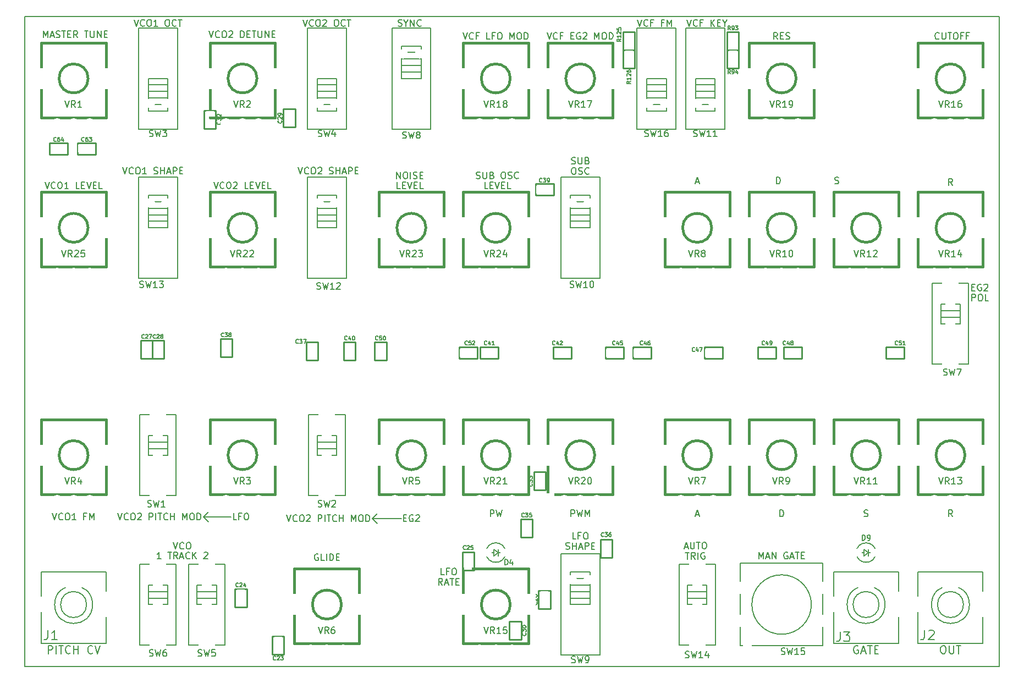
<source format=gto>
G04 #@! TF.FileFunction,Legend,Top*
%FSLAX46Y46*%
G04 Gerber Fmt 4.6, Leading zero omitted, Abs format (unit mm)*
G04 Created by KiCad (PCBNEW (2015-11-11 BZR 6310, Git 8f79b4f)-product) date 2016-01-24 6:12:09 PM*
%MOMM*%
G01*
G04 APERTURE LIST*
%ADD10C,0.100000*%
%ADD11C,0.152400*%
%ADD12C,0.200000*%
%ADD13C,0.203200*%
%ADD14C,0.150000*%
%ADD15C,0.254000*%
%ADD16C,0.381000*%
%ADD17O,1.800000X1.800000*%
%ADD18O,3.000000X1.800000*%
%ADD19R,1.143000X0.812800*%
%ADD20R,0.812800X1.143000*%
%ADD21R,1.200000X1.200000*%
%ADD22C,1.200000*%
%ADD23R,2.032000X1.727200*%
%ADD24O,2.032000X1.727200*%
%ADD25R,1.727200X2.032000*%
%ADD26O,1.727200X2.032000*%
%ADD27R,1.727200X1.727200*%
%ADD28O,1.727200X1.727200*%
%ADD29O,2.350000X3.000000*%
%ADD30C,1.100000*%
%ADD31C,3.000000*%
%ADD32C,1.524000*%
%ADD33C,1.778000*%
%ADD34C,1.270000*%
%ADD35R,1.500000X1.500000*%
%ADD36C,1.500000*%
%ADD37R,3.000000X3.200000*%
%ADD38C,1.750000*%
%ADD39R,2.500000X1.200000*%
%ADD40O,2.500000X4.000000*%
%ADD41O,2.000000X2.500000*%
%ADD42O,3.500000X1.500000*%
%ADD43R,1.400000X1.400000*%
%ADD44C,1.400000*%
%ADD45R,2.800000X1.600000*%
%ADD46R,1.600000X2.800000*%
G04 APERTURE END LIST*
D10*
D11*
X146556667Y-121631933D02*
X147040476Y-121631933D01*
X146459905Y-121922219D02*
X146798572Y-120906219D01*
X147137238Y-121922219D01*
X147475905Y-120906219D02*
X147475905Y-121728695D01*
X147524286Y-121825457D01*
X147572667Y-121873838D01*
X147669429Y-121922219D01*
X147862952Y-121922219D01*
X147959714Y-121873838D01*
X148008095Y-121825457D01*
X148056476Y-121728695D01*
X148056476Y-120906219D01*
X148395143Y-120906219D02*
X148975714Y-120906219D01*
X148685429Y-121922219D02*
X148685429Y-120906219D01*
X149507905Y-120906219D02*
X149701428Y-120906219D01*
X149798190Y-120954600D01*
X149894952Y-121051362D01*
X149943333Y-121244886D01*
X149943333Y-121583552D01*
X149894952Y-121777076D01*
X149798190Y-121873838D01*
X149701428Y-121922219D01*
X149507905Y-121922219D01*
X149411143Y-121873838D01*
X149314381Y-121777076D01*
X149266000Y-121583552D01*
X149266000Y-121244886D01*
X149314381Y-121051362D01*
X149411143Y-120954600D01*
X149507905Y-120906219D01*
X146701810Y-122481019D02*
X147282381Y-122481019D01*
X146992096Y-123497019D02*
X146992096Y-122481019D01*
X148201619Y-123497019D02*
X147862953Y-123013210D01*
X147621048Y-123497019D02*
X147621048Y-122481019D01*
X148008095Y-122481019D01*
X148104857Y-122529400D01*
X148153238Y-122577781D01*
X148201619Y-122674543D01*
X148201619Y-122819686D01*
X148153238Y-122916448D01*
X148104857Y-122964829D01*
X148008095Y-123013210D01*
X147621048Y-123013210D01*
X148637048Y-123497019D02*
X148637048Y-122481019D01*
X149653048Y-122529400D02*
X149556286Y-122481019D01*
X149411143Y-122481019D01*
X149266001Y-122529400D01*
X149169239Y-122626162D01*
X149120858Y-122722924D01*
X149072477Y-122916448D01*
X149072477Y-123061590D01*
X149120858Y-123255114D01*
X149169239Y-123351876D01*
X149266001Y-123448638D01*
X149411143Y-123497019D01*
X149507905Y-123497019D01*
X149653048Y-123448638D01*
X149701429Y-123400257D01*
X149701429Y-123061590D01*
X149507905Y-123061590D01*
X129846857Y-120422219D02*
X129363048Y-120422219D01*
X129363048Y-119406219D01*
X130524190Y-119890029D02*
X130185524Y-119890029D01*
X130185524Y-120422219D02*
X130185524Y-119406219D01*
X130669333Y-119406219D01*
X131249905Y-119406219D02*
X131443428Y-119406219D01*
X131540190Y-119454600D01*
X131636952Y-119551362D01*
X131685333Y-119744886D01*
X131685333Y-120083552D01*
X131636952Y-120277076D01*
X131540190Y-120373838D01*
X131443428Y-120422219D01*
X131249905Y-120422219D01*
X131153143Y-120373838D01*
X131056381Y-120277076D01*
X131008000Y-120083552D01*
X131008000Y-119744886D01*
X131056381Y-119551362D01*
X131153143Y-119454600D01*
X131249905Y-119406219D01*
X128274477Y-121948638D02*
X128419620Y-121997019D01*
X128661524Y-121997019D01*
X128758286Y-121948638D01*
X128806667Y-121900257D01*
X128855048Y-121803495D01*
X128855048Y-121706733D01*
X128806667Y-121609971D01*
X128758286Y-121561590D01*
X128661524Y-121513210D01*
X128468001Y-121464829D01*
X128371239Y-121416448D01*
X128322858Y-121368067D01*
X128274477Y-121271305D01*
X128274477Y-121174543D01*
X128322858Y-121077781D01*
X128371239Y-121029400D01*
X128468001Y-120981019D01*
X128709905Y-120981019D01*
X128855048Y-121029400D01*
X129290477Y-121997019D02*
X129290477Y-120981019D01*
X129290477Y-121464829D02*
X129871048Y-121464829D01*
X129871048Y-121997019D02*
X129871048Y-120981019D01*
X130306477Y-121706733D02*
X130790286Y-121706733D01*
X130209715Y-121997019D02*
X130548382Y-120981019D01*
X130887048Y-121997019D01*
X131225715Y-121997019D02*
X131225715Y-120981019D01*
X131612762Y-120981019D01*
X131709524Y-121029400D01*
X131757905Y-121077781D01*
X131806286Y-121174543D01*
X131806286Y-121319686D01*
X131757905Y-121416448D01*
X131709524Y-121464829D01*
X131612762Y-121513210D01*
X131225715Y-121513210D01*
X132241715Y-121464829D02*
X132580381Y-121464829D01*
X132725524Y-121997019D02*
X132241715Y-121997019D01*
X132241715Y-120981019D01*
X132725524Y-120981019D01*
X109596857Y-125922219D02*
X109113048Y-125922219D01*
X109113048Y-124906219D01*
X110274190Y-125390029D02*
X109935524Y-125390029D01*
X109935524Y-125922219D02*
X109935524Y-124906219D01*
X110419333Y-124906219D01*
X110999905Y-124906219D02*
X111193428Y-124906219D01*
X111290190Y-124954600D01*
X111386952Y-125051362D01*
X111435333Y-125244886D01*
X111435333Y-125583552D01*
X111386952Y-125777076D01*
X111290190Y-125873838D01*
X111193428Y-125922219D01*
X110999905Y-125922219D01*
X110903143Y-125873838D01*
X110806381Y-125777076D01*
X110758000Y-125583552D01*
X110758000Y-125244886D01*
X110806381Y-125051362D01*
X110903143Y-124954600D01*
X110999905Y-124906219D01*
X109282381Y-127497019D02*
X108943715Y-127013210D01*
X108701810Y-127497019D02*
X108701810Y-126481019D01*
X109088857Y-126481019D01*
X109185619Y-126529400D01*
X109234000Y-126577781D01*
X109282381Y-126674543D01*
X109282381Y-126819686D01*
X109234000Y-126916448D01*
X109185619Y-126964829D01*
X109088857Y-127013210D01*
X108701810Y-127013210D01*
X109669429Y-127206733D02*
X110153238Y-127206733D01*
X109572667Y-127497019D02*
X109911334Y-126481019D01*
X110250000Y-127497019D01*
X110443524Y-126481019D02*
X111024095Y-126481019D01*
X110733810Y-127497019D02*
X110733810Y-126481019D01*
X111362762Y-126964829D02*
X111701428Y-126964829D01*
X111846571Y-127497019D02*
X111362762Y-127497019D01*
X111362762Y-126481019D01*
X111846571Y-126481019D01*
X90145333Y-122742000D02*
X90048571Y-122693619D01*
X89903428Y-122693619D01*
X89758286Y-122742000D01*
X89661524Y-122838762D01*
X89613143Y-122935524D01*
X89564762Y-123129048D01*
X89564762Y-123274190D01*
X89613143Y-123467714D01*
X89661524Y-123564476D01*
X89758286Y-123661238D01*
X89903428Y-123709619D01*
X90000190Y-123709619D01*
X90145333Y-123661238D01*
X90193714Y-123612857D01*
X90193714Y-123274190D01*
X90000190Y-123274190D01*
X91112952Y-123709619D02*
X90629143Y-123709619D01*
X90629143Y-122693619D01*
X91451619Y-123709619D02*
X91451619Y-122693619D01*
X91935429Y-123709619D02*
X91935429Y-122693619D01*
X92177334Y-122693619D01*
X92322476Y-122742000D01*
X92419238Y-122838762D01*
X92467619Y-122935524D01*
X92516000Y-123129048D01*
X92516000Y-123274190D01*
X92467619Y-123467714D01*
X92419238Y-123564476D01*
X92322476Y-123661238D01*
X92177334Y-123709619D01*
X91935429Y-123709619D01*
X92951429Y-123177429D02*
X93290095Y-123177429D01*
X93435238Y-123709619D02*
X92951429Y-123709619D01*
X92951429Y-122693619D01*
X93435238Y-122693619D01*
X67871143Y-120943619D02*
X68209810Y-121959619D01*
X68548476Y-120943619D01*
X69467714Y-121862857D02*
X69419333Y-121911238D01*
X69274190Y-121959619D01*
X69177428Y-121959619D01*
X69032286Y-121911238D01*
X68935524Y-121814476D01*
X68887143Y-121717714D01*
X68838762Y-121524190D01*
X68838762Y-121379048D01*
X68887143Y-121185524D01*
X68935524Y-121088762D01*
X69032286Y-120992000D01*
X69177428Y-120943619D01*
X69274190Y-120943619D01*
X69419333Y-120992000D01*
X69467714Y-121040381D01*
X70096667Y-120943619D02*
X70290190Y-120943619D01*
X70386952Y-120992000D01*
X70483714Y-121088762D01*
X70532095Y-121282286D01*
X70532095Y-121620952D01*
X70483714Y-121814476D01*
X70386952Y-121911238D01*
X70290190Y-121959619D01*
X70096667Y-121959619D01*
X69999905Y-121911238D01*
X69903143Y-121814476D01*
X69854762Y-121620952D01*
X69854762Y-121282286D01*
X69903143Y-121088762D01*
X69999905Y-120992000D01*
X70096667Y-120943619D01*
X65935905Y-123459619D02*
X65355334Y-123459619D01*
X65645620Y-123459619D02*
X65645620Y-122443619D01*
X65548858Y-122588762D01*
X65452096Y-122685524D01*
X65355334Y-122733905D01*
X67000286Y-122443619D02*
X67580857Y-122443619D01*
X67290572Y-123459619D02*
X67290572Y-122443619D01*
X68500095Y-123459619D02*
X68161429Y-122975810D01*
X67919524Y-123459619D02*
X67919524Y-122443619D01*
X68306571Y-122443619D01*
X68403333Y-122492000D01*
X68451714Y-122540381D01*
X68500095Y-122637143D01*
X68500095Y-122782286D01*
X68451714Y-122879048D01*
X68403333Y-122927429D01*
X68306571Y-122975810D01*
X67919524Y-122975810D01*
X68887143Y-123169333D02*
X69370952Y-123169333D01*
X68790381Y-123459619D02*
X69129048Y-122443619D01*
X69467714Y-123459619D01*
X70386952Y-123362857D02*
X70338571Y-123411238D01*
X70193428Y-123459619D01*
X70096666Y-123459619D01*
X69951524Y-123411238D01*
X69854762Y-123314476D01*
X69806381Y-123217714D01*
X69758000Y-123024190D01*
X69758000Y-122879048D01*
X69806381Y-122685524D01*
X69854762Y-122588762D01*
X69951524Y-122492000D01*
X70096666Y-122443619D01*
X70193428Y-122443619D01*
X70338571Y-122492000D01*
X70386952Y-122540381D01*
X70822381Y-123459619D02*
X70822381Y-122443619D01*
X71402952Y-123459619D02*
X70967524Y-122879048D01*
X71402952Y-122443619D02*
X70822381Y-123024190D01*
X72564095Y-122540381D02*
X72612476Y-122492000D01*
X72709238Y-122443619D01*
X72951142Y-122443619D01*
X73047904Y-122492000D01*
X73096285Y-122540381D01*
X73144666Y-122637143D01*
X73144666Y-122733905D01*
X73096285Y-122879048D01*
X72515714Y-123459619D01*
X73144666Y-123459619D01*
X49234286Y-116443619D02*
X49572953Y-117459619D01*
X49911619Y-116443619D01*
X50830857Y-117362857D02*
X50782476Y-117411238D01*
X50637333Y-117459619D01*
X50540571Y-117459619D01*
X50395429Y-117411238D01*
X50298667Y-117314476D01*
X50250286Y-117217714D01*
X50201905Y-117024190D01*
X50201905Y-116879048D01*
X50250286Y-116685524D01*
X50298667Y-116588762D01*
X50395429Y-116492000D01*
X50540571Y-116443619D01*
X50637333Y-116443619D01*
X50782476Y-116492000D01*
X50830857Y-116540381D01*
X51459810Y-116443619D02*
X51653333Y-116443619D01*
X51750095Y-116492000D01*
X51846857Y-116588762D01*
X51895238Y-116782286D01*
X51895238Y-117120952D01*
X51846857Y-117314476D01*
X51750095Y-117411238D01*
X51653333Y-117459619D01*
X51459810Y-117459619D01*
X51363048Y-117411238D01*
X51266286Y-117314476D01*
X51217905Y-117120952D01*
X51217905Y-116782286D01*
X51266286Y-116588762D01*
X51363048Y-116492000D01*
X51459810Y-116443619D01*
X52862857Y-117459619D02*
X52282286Y-117459619D01*
X52572572Y-117459619D02*
X52572572Y-116443619D01*
X52475810Y-116588762D01*
X52379048Y-116685524D01*
X52282286Y-116733905D01*
X54411047Y-116927429D02*
X54072381Y-116927429D01*
X54072381Y-117459619D02*
X54072381Y-116443619D01*
X54556190Y-116443619D01*
X54943238Y-117459619D02*
X54943238Y-116443619D01*
X55281904Y-117169333D01*
X55620571Y-116443619D01*
X55620571Y-117459619D01*
D12*
X98500000Y-117250000D02*
X99250000Y-118000000D01*
X98500000Y-117250000D02*
X99250000Y-116500000D01*
X103000000Y-117250000D02*
X98500000Y-117250000D01*
X72500000Y-117000000D02*
X73250000Y-117750000D01*
X72500000Y-117000000D02*
X73250000Y-116250000D01*
X72500000Y-117000000D02*
X76750000Y-117000000D01*
D11*
X77596857Y-117459619D02*
X77113048Y-117459619D01*
X77113048Y-116443619D01*
X78274190Y-116927429D02*
X77935524Y-116927429D01*
X77935524Y-117459619D02*
X77935524Y-116443619D01*
X78419333Y-116443619D01*
X78999905Y-116443619D02*
X79193428Y-116443619D01*
X79290190Y-116492000D01*
X79386952Y-116588762D01*
X79435333Y-116782286D01*
X79435333Y-117120952D01*
X79386952Y-117314476D01*
X79290190Y-117411238D01*
X79193428Y-117459619D01*
X78999905Y-117459619D01*
X78903143Y-117411238D01*
X78806381Y-117314476D01*
X78758000Y-117120952D01*
X78758000Y-116782286D01*
X78806381Y-116588762D01*
X78903143Y-116492000D01*
X78999905Y-116443619D01*
X59315334Y-116443619D02*
X59654001Y-117459619D01*
X59992667Y-116443619D01*
X60911905Y-117362857D02*
X60863524Y-117411238D01*
X60718381Y-117459619D01*
X60621619Y-117459619D01*
X60476477Y-117411238D01*
X60379715Y-117314476D01*
X60331334Y-117217714D01*
X60282953Y-117024190D01*
X60282953Y-116879048D01*
X60331334Y-116685524D01*
X60379715Y-116588762D01*
X60476477Y-116492000D01*
X60621619Y-116443619D01*
X60718381Y-116443619D01*
X60863524Y-116492000D01*
X60911905Y-116540381D01*
X61540858Y-116443619D02*
X61734381Y-116443619D01*
X61831143Y-116492000D01*
X61927905Y-116588762D01*
X61976286Y-116782286D01*
X61976286Y-117120952D01*
X61927905Y-117314476D01*
X61831143Y-117411238D01*
X61734381Y-117459619D01*
X61540858Y-117459619D01*
X61444096Y-117411238D01*
X61347334Y-117314476D01*
X61298953Y-117120952D01*
X61298953Y-116782286D01*
X61347334Y-116588762D01*
X61444096Y-116492000D01*
X61540858Y-116443619D01*
X62363334Y-116540381D02*
X62411715Y-116492000D01*
X62508477Y-116443619D01*
X62750381Y-116443619D01*
X62847143Y-116492000D01*
X62895524Y-116540381D01*
X62943905Y-116637143D01*
X62943905Y-116733905D01*
X62895524Y-116879048D01*
X62314953Y-117459619D01*
X62943905Y-117459619D01*
X64153429Y-117459619D02*
X64153429Y-116443619D01*
X64540476Y-116443619D01*
X64637238Y-116492000D01*
X64685619Y-116540381D01*
X64734000Y-116637143D01*
X64734000Y-116782286D01*
X64685619Y-116879048D01*
X64637238Y-116927429D01*
X64540476Y-116975810D01*
X64153429Y-116975810D01*
X65169429Y-117459619D02*
X65169429Y-116443619D01*
X65508096Y-116443619D02*
X66088667Y-116443619D01*
X65798382Y-117459619D02*
X65798382Y-116443619D01*
X67007905Y-117362857D02*
X66959524Y-117411238D01*
X66814381Y-117459619D01*
X66717619Y-117459619D01*
X66572477Y-117411238D01*
X66475715Y-117314476D01*
X66427334Y-117217714D01*
X66378953Y-117024190D01*
X66378953Y-116879048D01*
X66427334Y-116685524D01*
X66475715Y-116588762D01*
X66572477Y-116492000D01*
X66717619Y-116443619D01*
X66814381Y-116443619D01*
X66959524Y-116492000D01*
X67007905Y-116540381D01*
X67443334Y-117459619D02*
X67443334Y-116443619D01*
X67443334Y-116927429D02*
X68023905Y-116927429D01*
X68023905Y-117459619D02*
X68023905Y-116443619D01*
X69281810Y-117459619D02*
X69281810Y-116443619D01*
X69620476Y-117169333D01*
X69959143Y-116443619D01*
X69959143Y-117459619D01*
X70636477Y-116443619D02*
X70830000Y-116443619D01*
X70926762Y-116492000D01*
X71023524Y-116588762D01*
X71071905Y-116782286D01*
X71071905Y-117120952D01*
X71023524Y-117314476D01*
X70926762Y-117411238D01*
X70830000Y-117459619D01*
X70636477Y-117459619D01*
X70539715Y-117411238D01*
X70442953Y-117314476D01*
X70394572Y-117120952D01*
X70394572Y-116782286D01*
X70442953Y-116588762D01*
X70539715Y-116492000D01*
X70636477Y-116443619D01*
X71507334Y-117459619D02*
X71507334Y-116443619D01*
X71749239Y-116443619D01*
X71894381Y-116492000D01*
X71991143Y-116588762D01*
X72039524Y-116685524D01*
X72087905Y-116879048D01*
X72087905Y-117024190D01*
X72039524Y-117217714D01*
X71991143Y-117314476D01*
X71894381Y-117411238D01*
X71749239Y-117459619D01*
X71507334Y-117459619D01*
X85315334Y-116693619D02*
X85654001Y-117709619D01*
X85992667Y-116693619D01*
X86911905Y-117612857D02*
X86863524Y-117661238D01*
X86718381Y-117709619D01*
X86621619Y-117709619D01*
X86476477Y-117661238D01*
X86379715Y-117564476D01*
X86331334Y-117467714D01*
X86282953Y-117274190D01*
X86282953Y-117129048D01*
X86331334Y-116935524D01*
X86379715Y-116838762D01*
X86476477Y-116742000D01*
X86621619Y-116693619D01*
X86718381Y-116693619D01*
X86863524Y-116742000D01*
X86911905Y-116790381D01*
X87540858Y-116693619D02*
X87734381Y-116693619D01*
X87831143Y-116742000D01*
X87927905Y-116838762D01*
X87976286Y-117032286D01*
X87976286Y-117370952D01*
X87927905Y-117564476D01*
X87831143Y-117661238D01*
X87734381Y-117709619D01*
X87540858Y-117709619D01*
X87444096Y-117661238D01*
X87347334Y-117564476D01*
X87298953Y-117370952D01*
X87298953Y-117032286D01*
X87347334Y-116838762D01*
X87444096Y-116742000D01*
X87540858Y-116693619D01*
X88363334Y-116790381D02*
X88411715Y-116742000D01*
X88508477Y-116693619D01*
X88750381Y-116693619D01*
X88847143Y-116742000D01*
X88895524Y-116790381D01*
X88943905Y-116887143D01*
X88943905Y-116983905D01*
X88895524Y-117129048D01*
X88314953Y-117709619D01*
X88943905Y-117709619D01*
X90153429Y-117709619D02*
X90153429Y-116693619D01*
X90540476Y-116693619D01*
X90637238Y-116742000D01*
X90685619Y-116790381D01*
X90734000Y-116887143D01*
X90734000Y-117032286D01*
X90685619Y-117129048D01*
X90637238Y-117177429D01*
X90540476Y-117225810D01*
X90153429Y-117225810D01*
X91169429Y-117709619D02*
X91169429Y-116693619D01*
X91508096Y-116693619D02*
X92088667Y-116693619D01*
X91798382Y-117709619D02*
X91798382Y-116693619D01*
X93007905Y-117612857D02*
X92959524Y-117661238D01*
X92814381Y-117709619D01*
X92717619Y-117709619D01*
X92572477Y-117661238D01*
X92475715Y-117564476D01*
X92427334Y-117467714D01*
X92378953Y-117274190D01*
X92378953Y-117129048D01*
X92427334Y-116935524D01*
X92475715Y-116838762D01*
X92572477Y-116742000D01*
X92717619Y-116693619D01*
X92814381Y-116693619D01*
X92959524Y-116742000D01*
X93007905Y-116790381D01*
X93443334Y-117709619D02*
X93443334Y-116693619D01*
X93443334Y-117177429D02*
X94023905Y-117177429D01*
X94023905Y-117709619D02*
X94023905Y-116693619D01*
X95281810Y-117709619D02*
X95281810Y-116693619D01*
X95620476Y-117419333D01*
X95959143Y-116693619D01*
X95959143Y-117709619D01*
X96636477Y-116693619D02*
X96830000Y-116693619D01*
X96926762Y-116742000D01*
X97023524Y-116838762D01*
X97071905Y-117032286D01*
X97071905Y-117370952D01*
X97023524Y-117564476D01*
X96926762Y-117661238D01*
X96830000Y-117709619D01*
X96636477Y-117709619D01*
X96539715Y-117661238D01*
X96442953Y-117564476D01*
X96394572Y-117370952D01*
X96394572Y-117032286D01*
X96442953Y-116838762D01*
X96539715Y-116742000D01*
X96636477Y-116693619D01*
X97507334Y-117709619D02*
X97507334Y-116693619D01*
X97749239Y-116693619D01*
X97894381Y-116742000D01*
X97991143Y-116838762D01*
X98039524Y-116935524D01*
X98087905Y-117129048D01*
X98087905Y-117274190D01*
X98039524Y-117467714D01*
X97991143Y-117564476D01*
X97894381Y-117661238D01*
X97749239Y-117709619D01*
X97507334Y-117709619D01*
X103290477Y-117177429D02*
X103629143Y-117177429D01*
X103774286Y-117709619D02*
X103290477Y-117709619D01*
X103290477Y-116693619D01*
X103774286Y-116693619D01*
X104741905Y-116742000D02*
X104645143Y-116693619D01*
X104500000Y-116693619D01*
X104354858Y-116742000D01*
X104258096Y-116838762D01*
X104209715Y-116935524D01*
X104161334Y-117129048D01*
X104161334Y-117274190D01*
X104209715Y-117467714D01*
X104258096Y-117564476D01*
X104354858Y-117661238D01*
X104500000Y-117709619D01*
X104596762Y-117709619D01*
X104741905Y-117661238D01*
X104790286Y-117612857D01*
X104790286Y-117274190D01*
X104596762Y-117274190D01*
X105177334Y-116790381D02*
X105225715Y-116742000D01*
X105322477Y-116693619D01*
X105564381Y-116693619D01*
X105661143Y-116742000D01*
X105709524Y-116790381D01*
X105757905Y-116887143D01*
X105757905Y-116983905D01*
X105709524Y-117129048D01*
X105128953Y-117709619D01*
X105757905Y-117709619D01*
X116653334Y-116959619D02*
X116653334Y-115943619D01*
X117040381Y-115943619D01*
X117137143Y-115992000D01*
X117185524Y-116040381D01*
X117233905Y-116137143D01*
X117233905Y-116282286D01*
X117185524Y-116379048D01*
X117137143Y-116427429D01*
X117040381Y-116475810D01*
X116653334Y-116475810D01*
X117572572Y-115943619D02*
X117814477Y-116959619D01*
X118008000Y-116233905D01*
X118201524Y-116959619D01*
X118443429Y-115943619D01*
X129072762Y-116959619D02*
X129072762Y-115943619D01*
X129459809Y-115943619D01*
X129556571Y-115992000D01*
X129604952Y-116040381D01*
X129653333Y-116137143D01*
X129653333Y-116282286D01*
X129604952Y-116379048D01*
X129556571Y-116427429D01*
X129459809Y-116475810D01*
X129072762Y-116475810D01*
X129992000Y-115943619D02*
X130233905Y-116959619D01*
X130427428Y-116233905D01*
X130620952Y-116959619D01*
X130862857Y-115943619D01*
X131249905Y-116959619D02*
X131249905Y-115943619D01*
X131588571Y-116669333D01*
X131927238Y-115943619D01*
X131927238Y-116959619D01*
X190790477Y-81640029D02*
X191129143Y-81640029D01*
X191274286Y-82172219D02*
X190790477Y-82172219D01*
X190790477Y-81156219D01*
X191274286Y-81156219D01*
X192241905Y-81204600D02*
X192145143Y-81156219D01*
X192000000Y-81156219D01*
X191854858Y-81204600D01*
X191758096Y-81301362D01*
X191709715Y-81398124D01*
X191661334Y-81591648D01*
X191661334Y-81736790D01*
X191709715Y-81930314D01*
X191758096Y-82027076D01*
X191854858Y-82123838D01*
X192000000Y-82172219D01*
X192096762Y-82172219D01*
X192241905Y-82123838D01*
X192290286Y-82075457D01*
X192290286Y-81736790D01*
X192096762Y-81736790D01*
X192677334Y-81252981D02*
X192725715Y-81204600D01*
X192822477Y-81156219D01*
X193064381Y-81156219D01*
X193161143Y-81204600D01*
X193209524Y-81252981D01*
X193257905Y-81349743D01*
X193257905Y-81446505D01*
X193209524Y-81591648D01*
X192628953Y-82172219D01*
X193257905Y-82172219D01*
X190790477Y-83747019D02*
X190790477Y-82731019D01*
X191177524Y-82731019D01*
X191274286Y-82779400D01*
X191322667Y-82827781D01*
X191371048Y-82924543D01*
X191371048Y-83069686D01*
X191322667Y-83166448D01*
X191274286Y-83214829D01*
X191177524Y-83263210D01*
X190790477Y-83263210D01*
X192000001Y-82731019D02*
X192193524Y-82731019D01*
X192290286Y-82779400D01*
X192387048Y-82876162D01*
X192435429Y-83069686D01*
X192435429Y-83408352D01*
X192387048Y-83601876D01*
X192290286Y-83698638D01*
X192193524Y-83747019D01*
X192000001Y-83747019D01*
X191903239Y-83698638D01*
X191806477Y-83601876D01*
X191758096Y-83408352D01*
X191758096Y-83069686D01*
X191806477Y-82876162D01*
X191903239Y-82779400D01*
X192000001Y-82731019D01*
X193354667Y-83747019D02*
X192870858Y-83747019D01*
X192870858Y-82731019D01*
X158016572Y-123459619D02*
X158016572Y-122443619D01*
X158355238Y-123169333D01*
X158693905Y-122443619D01*
X158693905Y-123459619D01*
X159129334Y-123169333D02*
X159613143Y-123169333D01*
X159032572Y-123459619D02*
X159371239Y-122443619D01*
X159709905Y-123459619D01*
X160048572Y-123459619D02*
X160048572Y-122443619D01*
X160629143Y-123459619D01*
X160629143Y-122443619D01*
X162419238Y-122492000D02*
X162322476Y-122443619D01*
X162177333Y-122443619D01*
X162032191Y-122492000D01*
X161935429Y-122588762D01*
X161887048Y-122685524D01*
X161838667Y-122879048D01*
X161838667Y-123024190D01*
X161887048Y-123217714D01*
X161935429Y-123314476D01*
X162032191Y-123411238D01*
X162177333Y-123459619D01*
X162274095Y-123459619D01*
X162419238Y-123411238D01*
X162467619Y-123362857D01*
X162467619Y-123024190D01*
X162274095Y-123024190D01*
X162854667Y-123169333D02*
X163338476Y-123169333D01*
X162757905Y-123459619D02*
X163096572Y-122443619D01*
X163435238Y-123459619D01*
X163628762Y-122443619D02*
X164209333Y-122443619D01*
X163919048Y-123459619D02*
X163919048Y-122443619D01*
X164548000Y-122927429D02*
X164886666Y-122927429D01*
X165031809Y-123459619D02*
X164548000Y-123459619D01*
X164548000Y-122443619D01*
X165031809Y-122443619D01*
X187814476Y-116959619D02*
X187475810Y-116475810D01*
X187233905Y-116959619D02*
X187233905Y-115943619D01*
X187620952Y-115943619D01*
X187717714Y-115992000D01*
X187766095Y-116040381D01*
X187814476Y-116137143D01*
X187814476Y-116282286D01*
X187766095Y-116379048D01*
X187717714Y-116427429D01*
X187620952Y-116475810D01*
X187233905Y-116475810D01*
X174209715Y-116911238D02*
X174354858Y-116959619D01*
X174596762Y-116959619D01*
X174693524Y-116911238D01*
X174741905Y-116862857D01*
X174790286Y-116766095D01*
X174790286Y-116669333D01*
X174741905Y-116572571D01*
X174693524Y-116524190D01*
X174596762Y-116475810D01*
X174403239Y-116427429D01*
X174306477Y-116379048D01*
X174258096Y-116330667D01*
X174209715Y-116233905D01*
X174209715Y-116137143D01*
X174258096Y-116040381D01*
X174306477Y-115992000D01*
X174403239Y-115943619D01*
X174645143Y-115943619D01*
X174790286Y-115992000D01*
X161233905Y-116959619D02*
X161233905Y-115943619D01*
X161475810Y-115943619D01*
X161620952Y-115992000D01*
X161717714Y-116088762D01*
X161766095Y-116185524D01*
X161814476Y-116379048D01*
X161814476Y-116524190D01*
X161766095Y-116717714D01*
X161717714Y-116814476D01*
X161620952Y-116911238D01*
X161475810Y-116959619D01*
X161233905Y-116959619D01*
X148258096Y-116669333D02*
X148741905Y-116669333D01*
X148161334Y-116959619D02*
X148500001Y-115943619D01*
X148838667Y-116959619D01*
X187814476Y-65959619D02*
X187475810Y-65475810D01*
X187233905Y-65959619D02*
X187233905Y-64943619D01*
X187620952Y-64943619D01*
X187717714Y-64992000D01*
X187766095Y-65040381D01*
X187814476Y-65137143D01*
X187814476Y-65282286D01*
X187766095Y-65379048D01*
X187717714Y-65427429D01*
X187620952Y-65475810D01*
X187233905Y-65475810D01*
X169709715Y-65661238D02*
X169854858Y-65709619D01*
X170096762Y-65709619D01*
X170193524Y-65661238D01*
X170241905Y-65612857D01*
X170290286Y-65516095D01*
X170290286Y-65419333D01*
X170241905Y-65322571D01*
X170193524Y-65274190D01*
X170096762Y-65225810D01*
X169903239Y-65177429D01*
X169806477Y-65129048D01*
X169758096Y-65080667D01*
X169709715Y-64983905D01*
X169709715Y-64887143D01*
X169758096Y-64790381D01*
X169806477Y-64742000D01*
X169903239Y-64693619D01*
X170145143Y-64693619D01*
X170290286Y-64742000D01*
X160733905Y-65709619D02*
X160733905Y-64693619D01*
X160975810Y-64693619D01*
X161120952Y-64742000D01*
X161217714Y-64838762D01*
X161266095Y-64935524D01*
X161314476Y-65129048D01*
X161314476Y-65274190D01*
X161266095Y-65467714D01*
X161217714Y-65564476D01*
X161120952Y-65661238D01*
X160975810Y-65709619D01*
X160733905Y-65709619D01*
X148258096Y-65419333D02*
X148741905Y-65419333D01*
X148161334Y-65709619D02*
X148500001Y-64693619D01*
X148838667Y-65709619D01*
X129169524Y-62623838D02*
X129314667Y-62672219D01*
X129556571Y-62672219D01*
X129653333Y-62623838D01*
X129701714Y-62575457D01*
X129750095Y-62478695D01*
X129750095Y-62381933D01*
X129701714Y-62285171D01*
X129653333Y-62236790D01*
X129556571Y-62188410D01*
X129363048Y-62140029D01*
X129266286Y-62091648D01*
X129217905Y-62043267D01*
X129169524Y-61946505D01*
X129169524Y-61849743D01*
X129217905Y-61752981D01*
X129266286Y-61704600D01*
X129363048Y-61656219D01*
X129604952Y-61656219D01*
X129750095Y-61704600D01*
X130185524Y-61656219D02*
X130185524Y-62478695D01*
X130233905Y-62575457D01*
X130282286Y-62623838D01*
X130379048Y-62672219D01*
X130572571Y-62672219D01*
X130669333Y-62623838D01*
X130717714Y-62575457D01*
X130766095Y-62478695D01*
X130766095Y-61656219D01*
X131588571Y-62140029D02*
X131733714Y-62188410D01*
X131782095Y-62236790D01*
X131830476Y-62333552D01*
X131830476Y-62478695D01*
X131782095Y-62575457D01*
X131733714Y-62623838D01*
X131636952Y-62672219D01*
X131249905Y-62672219D01*
X131249905Y-61656219D01*
X131588571Y-61656219D01*
X131685333Y-61704600D01*
X131733714Y-61752981D01*
X131782095Y-61849743D01*
X131782095Y-61946505D01*
X131733714Y-62043267D01*
X131685333Y-62091648D01*
X131588571Y-62140029D01*
X131249905Y-62140029D01*
X129411429Y-63231019D02*
X129604952Y-63231019D01*
X129701714Y-63279400D01*
X129798476Y-63376162D01*
X129846857Y-63569686D01*
X129846857Y-63908352D01*
X129798476Y-64101876D01*
X129701714Y-64198638D01*
X129604952Y-64247019D01*
X129411429Y-64247019D01*
X129314667Y-64198638D01*
X129217905Y-64101876D01*
X129169524Y-63908352D01*
X129169524Y-63569686D01*
X129217905Y-63376162D01*
X129314667Y-63279400D01*
X129411429Y-63231019D01*
X130233905Y-64198638D02*
X130379048Y-64247019D01*
X130620952Y-64247019D01*
X130717714Y-64198638D01*
X130766095Y-64150257D01*
X130814476Y-64053495D01*
X130814476Y-63956733D01*
X130766095Y-63859971D01*
X130717714Y-63811590D01*
X130620952Y-63763210D01*
X130427429Y-63714829D01*
X130330667Y-63666448D01*
X130282286Y-63618067D01*
X130233905Y-63521305D01*
X130233905Y-63424543D01*
X130282286Y-63327781D01*
X130330667Y-63279400D01*
X130427429Y-63231019D01*
X130669333Y-63231019D01*
X130814476Y-63279400D01*
X131830476Y-64150257D02*
X131782095Y-64198638D01*
X131636952Y-64247019D01*
X131540190Y-64247019D01*
X131395048Y-64198638D01*
X131298286Y-64101876D01*
X131249905Y-64005114D01*
X131201524Y-63811590D01*
X131201524Y-63666448D01*
X131249905Y-63472924D01*
X131298286Y-63376162D01*
X131395048Y-63279400D01*
X131540190Y-63231019D01*
X131636952Y-63231019D01*
X131782095Y-63279400D01*
X131830476Y-63327781D01*
X114508477Y-64873838D02*
X114653620Y-64922219D01*
X114895524Y-64922219D01*
X114992286Y-64873838D01*
X115040667Y-64825457D01*
X115089048Y-64728695D01*
X115089048Y-64631933D01*
X115040667Y-64535171D01*
X114992286Y-64486790D01*
X114895524Y-64438410D01*
X114702001Y-64390029D01*
X114605239Y-64341648D01*
X114556858Y-64293267D01*
X114508477Y-64196505D01*
X114508477Y-64099743D01*
X114556858Y-64002981D01*
X114605239Y-63954600D01*
X114702001Y-63906219D01*
X114943905Y-63906219D01*
X115089048Y-63954600D01*
X115524477Y-63906219D02*
X115524477Y-64728695D01*
X115572858Y-64825457D01*
X115621239Y-64873838D01*
X115718001Y-64922219D01*
X115911524Y-64922219D01*
X116008286Y-64873838D01*
X116056667Y-64825457D01*
X116105048Y-64728695D01*
X116105048Y-63906219D01*
X116927524Y-64390029D02*
X117072667Y-64438410D01*
X117121048Y-64486790D01*
X117169429Y-64583552D01*
X117169429Y-64728695D01*
X117121048Y-64825457D01*
X117072667Y-64873838D01*
X116975905Y-64922219D01*
X116588858Y-64922219D01*
X116588858Y-63906219D01*
X116927524Y-63906219D01*
X117024286Y-63954600D01*
X117072667Y-64002981D01*
X117121048Y-64099743D01*
X117121048Y-64196505D01*
X117072667Y-64293267D01*
X117024286Y-64341648D01*
X116927524Y-64390029D01*
X116588858Y-64390029D01*
X118572477Y-63906219D02*
X118766000Y-63906219D01*
X118862762Y-63954600D01*
X118959524Y-64051362D01*
X119007905Y-64244886D01*
X119007905Y-64583552D01*
X118959524Y-64777076D01*
X118862762Y-64873838D01*
X118766000Y-64922219D01*
X118572477Y-64922219D01*
X118475715Y-64873838D01*
X118378953Y-64777076D01*
X118330572Y-64583552D01*
X118330572Y-64244886D01*
X118378953Y-64051362D01*
X118475715Y-63954600D01*
X118572477Y-63906219D01*
X119394953Y-64873838D02*
X119540096Y-64922219D01*
X119782000Y-64922219D01*
X119878762Y-64873838D01*
X119927143Y-64825457D01*
X119975524Y-64728695D01*
X119975524Y-64631933D01*
X119927143Y-64535171D01*
X119878762Y-64486790D01*
X119782000Y-64438410D01*
X119588477Y-64390029D01*
X119491715Y-64341648D01*
X119443334Y-64293267D01*
X119394953Y-64196505D01*
X119394953Y-64099743D01*
X119443334Y-64002981D01*
X119491715Y-63954600D01*
X119588477Y-63906219D01*
X119830381Y-63906219D01*
X119975524Y-63954600D01*
X120991524Y-64825457D02*
X120943143Y-64873838D01*
X120798000Y-64922219D01*
X120701238Y-64922219D01*
X120556096Y-64873838D01*
X120459334Y-64777076D01*
X120410953Y-64680314D01*
X120362572Y-64486790D01*
X120362572Y-64341648D01*
X120410953Y-64148124D01*
X120459334Y-64051362D01*
X120556096Y-63954600D01*
X120701238Y-63906219D01*
X120798000Y-63906219D01*
X120943143Y-63954600D01*
X120991524Y-64002981D01*
X116298572Y-66497019D02*
X115814763Y-66497019D01*
X115814763Y-65481019D01*
X116637239Y-65964829D02*
X116975905Y-65964829D01*
X117121048Y-66497019D02*
X116637239Y-66497019D01*
X116637239Y-65481019D01*
X117121048Y-65481019D01*
X117411334Y-65481019D02*
X117750001Y-66497019D01*
X118088667Y-65481019D01*
X118427334Y-65964829D02*
X118766000Y-65964829D01*
X118911143Y-66497019D02*
X118427334Y-66497019D01*
X118427334Y-65481019D01*
X118911143Y-65481019D01*
X119830381Y-66497019D02*
X119346572Y-66497019D01*
X119346572Y-65481019D01*
X102242191Y-64922219D02*
X102242191Y-63906219D01*
X102822762Y-64922219D01*
X102822762Y-63906219D01*
X103500096Y-63906219D02*
X103693619Y-63906219D01*
X103790381Y-63954600D01*
X103887143Y-64051362D01*
X103935524Y-64244886D01*
X103935524Y-64583552D01*
X103887143Y-64777076D01*
X103790381Y-64873838D01*
X103693619Y-64922219D01*
X103500096Y-64922219D01*
X103403334Y-64873838D01*
X103306572Y-64777076D01*
X103258191Y-64583552D01*
X103258191Y-64244886D01*
X103306572Y-64051362D01*
X103403334Y-63954600D01*
X103500096Y-63906219D01*
X104370953Y-64922219D02*
X104370953Y-63906219D01*
X104806382Y-64873838D02*
X104951525Y-64922219D01*
X105193429Y-64922219D01*
X105290191Y-64873838D01*
X105338572Y-64825457D01*
X105386953Y-64728695D01*
X105386953Y-64631933D01*
X105338572Y-64535171D01*
X105290191Y-64486790D01*
X105193429Y-64438410D01*
X104999906Y-64390029D01*
X104903144Y-64341648D01*
X104854763Y-64293267D01*
X104806382Y-64196505D01*
X104806382Y-64099743D01*
X104854763Y-64002981D01*
X104903144Y-63954600D01*
X104999906Y-63906219D01*
X105241810Y-63906219D01*
X105386953Y-63954600D01*
X105822382Y-64390029D02*
X106161048Y-64390029D01*
X106306191Y-64922219D02*
X105822382Y-64922219D01*
X105822382Y-63906219D01*
X106306191Y-63906219D01*
X102798572Y-66497019D02*
X102314763Y-66497019D01*
X102314763Y-65481019D01*
X103137239Y-65964829D02*
X103475905Y-65964829D01*
X103621048Y-66497019D02*
X103137239Y-66497019D01*
X103137239Y-65481019D01*
X103621048Y-65481019D01*
X103911334Y-65481019D02*
X104250001Y-66497019D01*
X104588667Y-65481019D01*
X104927334Y-65964829D02*
X105266000Y-65964829D01*
X105411143Y-66497019D02*
X104927334Y-66497019D01*
X104927334Y-65481019D01*
X105411143Y-65481019D01*
X106330381Y-66497019D02*
X105846572Y-66497019D01*
X105846572Y-65481019D01*
X87081239Y-63193619D02*
X87419906Y-64209619D01*
X87758572Y-63193619D01*
X88677810Y-64112857D02*
X88629429Y-64161238D01*
X88484286Y-64209619D01*
X88387524Y-64209619D01*
X88242382Y-64161238D01*
X88145620Y-64064476D01*
X88097239Y-63967714D01*
X88048858Y-63774190D01*
X88048858Y-63629048D01*
X88097239Y-63435524D01*
X88145620Y-63338762D01*
X88242382Y-63242000D01*
X88387524Y-63193619D01*
X88484286Y-63193619D01*
X88629429Y-63242000D01*
X88677810Y-63290381D01*
X89306763Y-63193619D02*
X89500286Y-63193619D01*
X89597048Y-63242000D01*
X89693810Y-63338762D01*
X89742191Y-63532286D01*
X89742191Y-63870952D01*
X89693810Y-64064476D01*
X89597048Y-64161238D01*
X89500286Y-64209619D01*
X89306763Y-64209619D01*
X89210001Y-64161238D01*
X89113239Y-64064476D01*
X89064858Y-63870952D01*
X89064858Y-63532286D01*
X89113239Y-63338762D01*
X89210001Y-63242000D01*
X89306763Y-63193619D01*
X90129239Y-63290381D02*
X90177620Y-63242000D01*
X90274382Y-63193619D01*
X90516286Y-63193619D01*
X90613048Y-63242000D01*
X90661429Y-63290381D01*
X90709810Y-63387143D01*
X90709810Y-63483905D01*
X90661429Y-63629048D01*
X90080858Y-64209619D01*
X90709810Y-64209619D01*
X91870953Y-64161238D02*
X92016096Y-64209619D01*
X92258000Y-64209619D01*
X92354762Y-64161238D01*
X92403143Y-64112857D01*
X92451524Y-64016095D01*
X92451524Y-63919333D01*
X92403143Y-63822571D01*
X92354762Y-63774190D01*
X92258000Y-63725810D01*
X92064477Y-63677429D01*
X91967715Y-63629048D01*
X91919334Y-63580667D01*
X91870953Y-63483905D01*
X91870953Y-63387143D01*
X91919334Y-63290381D01*
X91967715Y-63242000D01*
X92064477Y-63193619D01*
X92306381Y-63193619D01*
X92451524Y-63242000D01*
X92886953Y-64209619D02*
X92886953Y-63193619D01*
X92886953Y-63677429D02*
X93467524Y-63677429D01*
X93467524Y-64209619D02*
X93467524Y-63193619D01*
X93902953Y-63919333D02*
X94386762Y-63919333D01*
X93806191Y-64209619D02*
X94144858Y-63193619D01*
X94483524Y-64209619D01*
X94822191Y-64209619D02*
X94822191Y-63193619D01*
X95209238Y-63193619D01*
X95306000Y-63242000D01*
X95354381Y-63290381D01*
X95402762Y-63387143D01*
X95402762Y-63532286D01*
X95354381Y-63629048D01*
X95306000Y-63677429D01*
X95209238Y-63725810D01*
X94822191Y-63725810D01*
X95838191Y-63677429D02*
X96176857Y-63677429D01*
X96322000Y-64209619D02*
X95838191Y-64209619D01*
X95838191Y-63193619D01*
X96322000Y-63193619D01*
X60081239Y-63193619D02*
X60419906Y-64209619D01*
X60758572Y-63193619D01*
X61677810Y-64112857D02*
X61629429Y-64161238D01*
X61484286Y-64209619D01*
X61387524Y-64209619D01*
X61242382Y-64161238D01*
X61145620Y-64064476D01*
X61097239Y-63967714D01*
X61048858Y-63774190D01*
X61048858Y-63629048D01*
X61097239Y-63435524D01*
X61145620Y-63338762D01*
X61242382Y-63242000D01*
X61387524Y-63193619D01*
X61484286Y-63193619D01*
X61629429Y-63242000D01*
X61677810Y-63290381D01*
X62306763Y-63193619D02*
X62500286Y-63193619D01*
X62597048Y-63242000D01*
X62693810Y-63338762D01*
X62742191Y-63532286D01*
X62742191Y-63870952D01*
X62693810Y-64064476D01*
X62597048Y-64161238D01*
X62500286Y-64209619D01*
X62306763Y-64209619D01*
X62210001Y-64161238D01*
X62113239Y-64064476D01*
X62064858Y-63870952D01*
X62064858Y-63532286D01*
X62113239Y-63338762D01*
X62210001Y-63242000D01*
X62306763Y-63193619D01*
X63709810Y-64209619D02*
X63129239Y-64209619D01*
X63419525Y-64209619D02*
X63419525Y-63193619D01*
X63322763Y-63338762D01*
X63226001Y-63435524D01*
X63129239Y-63483905D01*
X64870953Y-64161238D02*
X65016096Y-64209619D01*
X65258000Y-64209619D01*
X65354762Y-64161238D01*
X65403143Y-64112857D01*
X65451524Y-64016095D01*
X65451524Y-63919333D01*
X65403143Y-63822571D01*
X65354762Y-63774190D01*
X65258000Y-63725810D01*
X65064477Y-63677429D01*
X64967715Y-63629048D01*
X64919334Y-63580667D01*
X64870953Y-63483905D01*
X64870953Y-63387143D01*
X64919334Y-63290381D01*
X64967715Y-63242000D01*
X65064477Y-63193619D01*
X65306381Y-63193619D01*
X65451524Y-63242000D01*
X65886953Y-64209619D02*
X65886953Y-63193619D01*
X65886953Y-63677429D02*
X66467524Y-63677429D01*
X66467524Y-64209619D02*
X66467524Y-63193619D01*
X66902953Y-63919333D02*
X67386762Y-63919333D01*
X66806191Y-64209619D02*
X67144858Y-63193619D01*
X67483524Y-64209619D01*
X67822191Y-64209619D02*
X67822191Y-63193619D01*
X68209238Y-63193619D01*
X68306000Y-63242000D01*
X68354381Y-63290381D01*
X68402762Y-63387143D01*
X68402762Y-63532286D01*
X68354381Y-63629048D01*
X68306000Y-63677429D01*
X68209238Y-63725810D01*
X67822191Y-63725810D01*
X68838191Y-63677429D02*
X69176857Y-63677429D01*
X69322000Y-64209619D02*
X68838191Y-64209619D01*
X68838191Y-63193619D01*
X69322000Y-63193619D01*
X74073144Y-65443619D02*
X74411811Y-66459619D01*
X74750477Y-65443619D01*
X75669715Y-66362857D02*
X75621334Y-66411238D01*
X75476191Y-66459619D01*
X75379429Y-66459619D01*
X75234287Y-66411238D01*
X75137525Y-66314476D01*
X75089144Y-66217714D01*
X75040763Y-66024190D01*
X75040763Y-65879048D01*
X75089144Y-65685524D01*
X75137525Y-65588762D01*
X75234287Y-65492000D01*
X75379429Y-65443619D01*
X75476191Y-65443619D01*
X75621334Y-65492000D01*
X75669715Y-65540381D01*
X76298668Y-65443619D02*
X76492191Y-65443619D01*
X76588953Y-65492000D01*
X76685715Y-65588762D01*
X76734096Y-65782286D01*
X76734096Y-66120952D01*
X76685715Y-66314476D01*
X76588953Y-66411238D01*
X76492191Y-66459619D01*
X76298668Y-66459619D01*
X76201906Y-66411238D01*
X76105144Y-66314476D01*
X76056763Y-66120952D01*
X76056763Y-65782286D01*
X76105144Y-65588762D01*
X76201906Y-65492000D01*
X76298668Y-65443619D01*
X77121144Y-65540381D02*
X77169525Y-65492000D01*
X77266287Y-65443619D01*
X77508191Y-65443619D01*
X77604953Y-65492000D01*
X77653334Y-65540381D01*
X77701715Y-65637143D01*
X77701715Y-65733905D01*
X77653334Y-65879048D01*
X77072763Y-66459619D01*
X77701715Y-66459619D01*
X79395048Y-66459619D02*
X78911239Y-66459619D01*
X78911239Y-65443619D01*
X79733715Y-65927429D02*
X80072381Y-65927429D01*
X80217524Y-66459619D02*
X79733715Y-66459619D01*
X79733715Y-65443619D01*
X80217524Y-65443619D01*
X80507810Y-65443619D02*
X80846477Y-66459619D01*
X81185143Y-65443619D01*
X81523810Y-65927429D02*
X81862476Y-65927429D01*
X82007619Y-66459619D02*
X81523810Y-66459619D01*
X81523810Y-65443619D01*
X82007619Y-65443619D01*
X82926857Y-66459619D02*
X82443048Y-66459619D01*
X82443048Y-65443619D01*
X48073144Y-65443619D02*
X48411811Y-66459619D01*
X48750477Y-65443619D01*
X49669715Y-66362857D02*
X49621334Y-66411238D01*
X49476191Y-66459619D01*
X49379429Y-66459619D01*
X49234287Y-66411238D01*
X49137525Y-66314476D01*
X49089144Y-66217714D01*
X49040763Y-66024190D01*
X49040763Y-65879048D01*
X49089144Y-65685524D01*
X49137525Y-65588762D01*
X49234287Y-65492000D01*
X49379429Y-65443619D01*
X49476191Y-65443619D01*
X49621334Y-65492000D01*
X49669715Y-65540381D01*
X50298668Y-65443619D02*
X50492191Y-65443619D01*
X50588953Y-65492000D01*
X50685715Y-65588762D01*
X50734096Y-65782286D01*
X50734096Y-66120952D01*
X50685715Y-66314476D01*
X50588953Y-66411238D01*
X50492191Y-66459619D01*
X50298668Y-66459619D01*
X50201906Y-66411238D01*
X50105144Y-66314476D01*
X50056763Y-66120952D01*
X50056763Y-65782286D01*
X50105144Y-65588762D01*
X50201906Y-65492000D01*
X50298668Y-65443619D01*
X51701715Y-66459619D02*
X51121144Y-66459619D01*
X51411430Y-66459619D02*
X51411430Y-65443619D01*
X51314668Y-65588762D01*
X51217906Y-65685524D01*
X51121144Y-65733905D01*
X53395048Y-66459619D02*
X52911239Y-66459619D01*
X52911239Y-65443619D01*
X53733715Y-65927429D02*
X54072381Y-65927429D01*
X54217524Y-66459619D02*
X53733715Y-66459619D01*
X53733715Y-65443619D01*
X54217524Y-65443619D01*
X54507810Y-65443619D02*
X54846477Y-66459619D01*
X55185143Y-65443619D01*
X55523810Y-65927429D02*
X55862476Y-65927429D01*
X56007619Y-66459619D02*
X55523810Y-66459619D01*
X55523810Y-65443619D01*
X56007619Y-65443619D01*
X56926857Y-66459619D02*
X56443048Y-66459619D01*
X56443048Y-65443619D01*
X185742191Y-43362857D02*
X185693810Y-43411238D01*
X185548667Y-43459619D01*
X185451905Y-43459619D01*
X185306763Y-43411238D01*
X185210001Y-43314476D01*
X185161620Y-43217714D01*
X185113239Y-43024190D01*
X185113239Y-42879048D01*
X185161620Y-42685524D01*
X185210001Y-42588762D01*
X185306763Y-42492000D01*
X185451905Y-42443619D01*
X185548667Y-42443619D01*
X185693810Y-42492000D01*
X185742191Y-42540381D01*
X186177620Y-42443619D02*
X186177620Y-43266095D01*
X186226001Y-43362857D01*
X186274382Y-43411238D01*
X186371144Y-43459619D01*
X186564667Y-43459619D01*
X186661429Y-43411238D01*
X186709810Y-43362857D01*
X186758191Y-43266095D01*
X186758191Y-42443619D01*
X187096858Y-42443619D02*
X187677429Y-42443619D01*
X187387144Y-43459619D02*
X187387144Y-42443619D01*
X188209620Y-42443619D02*
X188403143Y-42443619D01*
X188499905Y-42492000D01*
X188596667Y-42588762D01*
X188645048Y-42782286D01*
X188645048Y-43120952D01*
X188596667Y-43314476D01*
X188499905Y-43411238D01*
X188403143Y-43459619D01*
X188209620Y-43459619D01*
X188112858Y-43411238D01*
X188016096Y-43314476D01*
X187967715Y-43120952D01*
X187967715Y-42782286D01*
X188016096Y-42588762D01*
X188112858Y-42492000D01*
X188209620Y-42443619D01*
X189419143Y-42927429D02*
X189080477Y-42927429D01*
X189080477Y-43459619D02*
X189080477Y-42443619D01*
X189564286Y-42443619D01*
X190290000Y-42927429D02*
X189951334Y-42927429D01*
X189951334Y-43459619D02*
X189951334Y-42443619D01*
X190435143Y-42443619D01*
X160871048Y-43459619D02*
X160532382Y-42975810D01*
X160290477Y-43459619D02*
X160290477Y-42443619D01*
X160677524Y-42443619D01*
X160774286Y-42492000D01*
X160822667Y-42540381D01*
X160871048Y-42637143D01*
X160871048Y-42782286D01*
X160822667Y-42879048D01*
X160774286Y-42927429D01*
X160677524Y-42975810D01*
X160290477Y-42975810D01*
X161306477Y-42927429D02*
X161645143Y-42927429D01*
X161790286Y-43459619D02*
X161306477Y-43459619D01*
X161306477Y-42443619D01*
X161790286Y-42443619D01*
X162177334Y-43411238D02*
X162322477Y-43459619D01*
X162564381Y-43459619D01*
X162661143Y-43411238D01*
X162709524Y-43362857D01*
X162757905Y-43266095D01*
X162757905Y-43169333D01*
X162709524Y-43072571D01*
X162661143Y-43024190D01*
X162564381Y-42975810D01*
X162370858Y-42927429D01*
X162274096Y-42879048D01*
X162225715Y-42830667D01*
X162177334Y-42733905D01*
X162177334Y-42637143D01*
X162225715Y-42540381D01*
X162274096Y-42492000D01*
X162370858Y-42443619D01*
X162612762Y-42443619D01*
X162757905Y-42492000D01*
X146927810Y-40443619D02*
X147266477Y-41459619D01*
X147605143Y-40443619D01*
X148524381Y-41362857D02*
X148476000Y-41411238D01*
X148330857Y-41459619D01*
X148234095Y-41459619D01*
X148088953Y-41411238D01*
X147992191Y-41314476D01*
X147943810Y-41217714D01*
X147895429Y-41024190D01*
X147895429Y-40879048D01*
X147943810Y-40685524D01*
X147992191Y-40588762D01*
X148088953Y-40492000D01*
X148234095Y-40443619D01*
X148330857Y-40443619D01*
X148476000Y-40492000D01*
X148524381Y-40540381D01*
X149298476Y-40927429D02*
X148959810Y-40927429D01*
X148959810Y-41459619D02*
X148959810Y-40443619D01*
X149443619Y-40443619D01*
X150604762Y-41459619D02*
X150604762Y-40443619D01*
X151185333Y-41459619D02*
X150749905Y-40879048D01*
X151185333Y-40443619D02*
X150604762Y-41024190D01*
X151620762Y-40927429D02*
X151959428Y-40927429D01*
X152104571Y-41459619D02*
X151620762Y-41459619D01*
X151620762Y-40443619D01*
X152104571Y-40443619D01*
X152733524Y-40975810D02*
X152733524Y-41459619D01*
X152394857Y-40443619D02*
X152733524Y-40975810D01*
X153072190Y-40443619D01*
X139314858Y-40443619D02*
X139653525Y-41459619D01*
X139992191Y-40443619D01*
X140911429Y-41362857D02*
X140863048Y-41411238D01*
X140717905Y-41459619D01*
X140621143Y-41459619D01*
X140476001Y-41411238D01*
X140379239Y-41314476D01*
X140330858Y-41217714D01*
X140282477Y-41024190D01*
X140282477Y-40879048D01*
X140330858Y-40685524D01*
X140379239Y-40588762D01*
X140476001Y-40492000D01*
X140621143Y-40443619D01*
X140717905Y-40443619D01*
X140863048Y-40492000D01*
X140911429Y-40540381D01*
X141685524Y-40927429D02*
X141346858Y-40927429D01*
X141346858Y-41459619D02*
X141346858Y-40443619D01*
X141830667Y-40443619D01*
X143330476Y-40927429D02*
X142991810Y-40927429D01*
X142991810Y-41459619D02*
X142991810Y-40443619D01*
X143475619Y-40443619D01*
X143862667Y-41459619D02*
X143862667Y-40443619D01*
X144201333Y-41169333D01*
X144540000Y-40443619D01*
X144540000Y-41459619D01*
X125371620Y-42443619D02*
X125710287Y-43459619D01*
X126048953Y-42443619D01*
X126968191Y-43362857D02*
X126919810Y-43411238D01*
X126774667Y-43459619D01*
X126677905Y-43459619D01*
X126532763Y-43411238D01*
X126436001Y-43314476D01*
X126387620Y-43217714D01*
X126339239Y-43024190D01*
X126339239Y-42879048D01*
X126387620Y-42685524D01*
X126436001Y-42588762D01*
X126532763Y-42492000D01*
X126677905Y-42443619D01*
X126774667Y-42443619D01*
X126919810Y-42492000D01*
X126968191Y-42540381D01*
X127742286Y-42927429D02*
X127403620Y-42927429D01*
X127403620Y-43459619D02*
X127403620Y-42443619D01*
X127887429Y-42443619D01*
X129048572Y-42927429D02*
X129387238Y-42927429D01*
X129532381Y-43459619D02*
X129048572Y-43459619D01*
X129048572Y-42443619D01*
X129532381Y-42443619D01*
X130500000Y-42492000D02*
X130403238Y-42443619D01*
X130258095Y-42443619D01*
X130112953Y-42492000D01*
X130016191Y-42588762D01*
X129967810Y-42685524D01*
X129919429Y-42879048D01*
X129919429Y-43024190D01*
X129967810Y-43217714D01*
X130016191Y-43314476D01*
X130112953Y-43411238D01*
X130258095Y-43459619D01*
X130354857Y-43459619D01*
X130500000Y-43411238D01*
X130548381Y-43362857D01*
X130548381Y-43024190D01*
X130354857Y-43024190D01*
X130935429Y-42540381D02*
X130983810Y-42492000D01*
X131080572Y-42443619D01*
X131322476Y-42443619D01*
X131419238Y-42492000D01*
X131467619Y-42540381D01*
X131516000Y-42637143D01*
X131516000Y-42733905D01*
X131467619Y-42879048D01*
X130887048Y-43459619D01*
X131516000Y-43459619D01*
X132725524Y-43459619D02*
X132725524Y-42443619D01*
X133064190Y-43169333D01*
X133402857Y-42443619D01*
X133402857Y-43459619D01*
X134080191Y-42443619D02*
X134273714Y-42443619D01*
X134370476Y-42492000D01*
X134467238Y-42588762D01*
X134515619Y-42782286D01*
X134515619Y-43120952D01*
X134467238Y-43314476D01*
X134370476Y-43411238D01*
X134273714Y-43459619D01*
X134080191Y-43459619D01*
X133983429Y-43411238D01*
X133886667Y-43314476D01*
X133838286Y-43120952D01*
X133838286Y-42782286D01*
X133886667Y-42588762D01*
X133983429Y-42492000D01*
X134080191Y-42443619D01*
X134951048Y-43459619D02*
X134951048Y-42443619D01*
X135192953Y-42443619D01*
X135338095Y-42492000D01*
X135434857Y-42588762D01*
X135483238Y-42685524D01*
X135531619Y-42879048D01*
X135531619Y-43024190D01*
X135483238Y-43217714D01*
X135434857Y-43314476D01*
X135338095Y-43411238D01*
X135192953Y-43459619D01*
X134951048Y-43459619D01*
X112444191Y-42443619D02*
X112782858Y-43459619D01*
X113121524Y-42443619D01*
X114040762Y-43362857D02*
X113992381Y-43411238D01*
X113847238Y-43459619D01*
X113750476Y-43459619D01*
X113605334Y-43411238D01*
X113508572Y-43314476D01*
X113460191Y-43217714D01*
X113411810Y-43024190D01*
X113411810Y-42879048D01*
X113460191Y-42685524D01*
X113508572Y-42588762D01*
X113605334Y-42492000D01*
X113750476Y-42443619D01*
X113847238Y-42443619D01*
X113992381Y-42492000D01*
X114040762Y-42540381D01*
X114814857Y-42927429D02*
X114476191Y-42927429D01*
X114476191Y-43459619D02*
X114476191Y-42443619D01*
X114960000Y-42443619D01*
X116604952Y-43459619D02*
X116121143Y-43459619D01*
X116121143Y-42443619D01*
X117282285Y-42927429D02*
X116943619Y-42927429D01*
X116943619Y-43459619D02*
X116943619Y-42443619D01*
X117427428Y-42443619D01*
X118008000Y-42443619D02*
X118201523Y-42443619D01*
X118298285Y-42492000D01*
X118395047Y-42588762D01*
X118443428Y-42782286D01*
X118443428Y-43120952D01*
X118395047Y-43314476D01*
X118298285Y-43411238D01*
X118201523Y-43459619D01*
X118008000Y-43459619D01*
X117911238Y-43411238D01*
X117814476Y-43314476D01*
X117766095Y-43120952D01*
X117766095Y-42782286D01*
X117814476Y-42588762D01*
X117911238Y-42492000D01*
X118008000Y-42443619D01*
X119652952Y-43459619D02*
X119652952Y-42443619D01*
X119991618Y-43169333D01*
X120330285Y-42443619D01*
X120330285Y-43459619D01*
X121007619Y-42443619D02*
X121201142Y-42443619D01*
X121297904Y-42492000D01*
X121394666Y-42588762D01*
X121443047Y-42782286D01*
X121443047Y-43120952D01*
X121394666Y-43314476D01*
X121297904Y-43411238D01*
X121201142Y-43459619D01*
X121007619Y-43459619D01*
X120910857Y-43411238D01*
X120814095Y-43314476D01*
X120765714Y-43120952D01*
X120765714Y-42782286D01*
X120814095Y-42588762D01*
X120910857Y-42492000D01*
X121007619Y-42443619D01*
X121878476Y-43459619D02*
X121878476Y-42443619D01*
X122120381Y-42443619D01*
X122265523Y-42492000D01*
X122362285Y-42588762D01*
X122410666Y-42685524D01*
X122459047Y-42879048D01*
X122459047Y-43024190D01*
X122410666Y-43217714D01*
X122362285Y-43314476D01*
X122265523Y-43411238D01*
X122120381Y-43459619D01*
X121878476Y-43459619D01*
X102484096Y-41411238D02*
X102629239Y-41459619D01*
X102871143Y-41459619D01*
X102967905Y-41411238D01*
X103016286Y-41362857D01*
X103064667Y-41266095D01*
X103064667Y-41169333D01*
X103016286Y-41072571D01*
X102967905Y-41024190D01*
X102871143Y-40975810D01*
X102677620Y-40927429D01*
X102580858Y-40879048D01*
X102532477Y-40830667D01*
X102484096Y-40733905D01*
X102484096Y-40637143D01*
X102532477Y-40540381D01*
X102580858Y-40492000D01*
X102677620Y-40443619D01*
X102919524Y-40443619D01*
X103064667Y-40492000D01*
X103693620Y-40975810D02*
X103693620Y-41459619D01*
X103354953Y-40443619D02*
X103693620Y-40975810D01*
X104032286Y-40443619D01*
X104370953Y-41459619D02*
X104370953Y-40443619D01*
X104951524Y-41459619D01*
X104951524Y-40443619D01*
X106015905Y-41362857D02*
X105967524Y-41411238D01*
X105822381Y-41459619D01*
X105725619Y-41459619D01*
X105580477Y-41411238D01*
X105483715Y-41314476D01*
X105435334Y-41217714D01*
X105386953Y-41024190D01*
X105386953Y-40879048D01*
X105435334Y-40685524D01*
X105483715Y-40588762D01*
X105580477Y-40492000D01*
X105725619Y-40443619D01*
X105822381Y-40443619D01*
X105967524Y-40492000D01*
X106015905Y-40540381D01*
X87823048Y-40443619D02*
X88161715Y-41459619D01*
X88500381Y-40443619D01*
X89419619Y-41362857D02*
X89371238Y-41411238D01*
X89226095Y-41459619D01*
X89129333Y-41459619D01*
X88984191Y-41411238D01*
X88887429Y-41314476D01*
X88839048Y-41217714D01*
X88790667Y-41024190D01*
X88790667Y-40879048D01*
X88839048Y-40685524D01*
X88887429Y-40588762D01*
X88984191Y-40492000D01*
X89129333Y-40443619D01*
X89226095Y-40443619D01*
X89371238Y-40492000D01*
X89419619Y-40540381D01*
X90048572Y-40443619D02*
X90242095Y-40443619D01*
X90338857Y-40492000D01*
X90435619Y-40588762D01*
X90484000Y-40782286D01*
X90484000Y-41120952D01*
X90435619Y-41314476D01*
X90338857Y-41411238D01*
X90242095Y-41459619D01*
X90048572Y-41459619D01*
X89951810Y-41411238D01*
X89855048Y-41314476D01*
X89806667Y-41120952D01*
X89806667Y-40782286D01*
X89855048Y-40588762D01*
X89951810Y-40492000D01*
X90048572Y-40443619D01*
X90871048Y-40540381D02*
X90919429Y-40492000D01*
X91016191Y-40443619D01*
X91258095Y-40443619D01*
X91354857Y-40492000D01*
X91403238Y-40540381D01*
X91451619Y-40637143D01*
X91451619Y-40733905D01*
X91403238Y-40879048D01*
X90822667Y-41459619D01*
X91451619Y-41459619D01*
X92854667Y-40443619D02*
X93048190Y-40443619D01*
X93144952Y-40492000D01*
X93241714Y-40588762D01*
X93290095Y-40782286D01*
X93290095Y-41120952D01*
X93241714Y-41314476D01*
X93144952Y-41411238D01*
X93048190Y-41459619D01*
X92854667Y-41459619D01*
X92757905Y-41411238D01*
X92661143Y-41314476D01*
X92612762Y-41120952D01*
X92612762Y-40782286D01*
X92661143Y-40588762D01*
X92757905Y-40492000D01*
X92854667Y-40443619D01*
X94306095Y-41362857D02*
X94257714Y-41411238D01*
X94112571Y-41459619D01*
X94015809Y-41459619D01*
X93870667Y-41411238D01*
X93773905Y-41314476D01*
X93725524Y-41217714D01*
X93677143Y-41024190D01*
X93677143Y-40879048D01*
X93725524Y-40685524D01*
X93773905Y-40588762D01*
X93870667Y-40492000D01*
X94015809Y-40443619D01*
X94112571Y-40443619D01*
X94257714Y-40492000D01*
X94306095Y-40540381D01*
X94596381Y-40443619D02*
X95176952Y-40443619D01*
X94886667Y-41459619D02*
X94886667Y-40443619D01*
X61823048Y-40443619D02*
X62161715Y-41459619D01*
X62500381Y-40443619D01*
X63419619Y-41362857D02*
X63371238Y-41411238D01*
X63226095Y-41459619D01*
X63129333Y-41459619D01*
X62984191Y-41411238D01*
X62887429Y-41314476D01*
X62839048Y-41217714D01*
X62790667Y-41024190D01*
X62790667Y-40879048D01*
X62839048Y-40685524D01*
X62887429Y-40588762D01*
X62984191Y-40492000D01*
X63129333Y-40443619D01*
X63226095Y-40443619D01*
X63371238Y-40492000D01*
X63419619Y-40540381D01*
X64048572Y-40443619D02*
X64242095Y-40443619D01*
X64338857Y-40492000D01*
X64435619Y-40588762D01*
X64484000Y-40782286D01*
X64484000Y-41120952D01*
X64435619Y-41314476D01*
X64338857Y-41411238D01*
X64242095Y-41459619D01*
X64048572Y-41459619D01*
X63951810Y-41411238D01*
X63855048Y-41314476D01*
X63806667Y-41120952D01*
X63806667Y-40782286D01*
X63855048Y-40588762D01*
X63951810Y-40492000D01*
X64048572Y-40443619D01*
X65451619Y-41459619D02*
X64871048Y-41459619D01*
X65161334Y-41459619D02*
X65161334Y-40443619D01*
X65064572Y-40588762D01*
X64967810Y-40685524D01*
X64871048Y-40733905D01*
X66854667Y-40443619D02*
X67048190Y-40443619D01*
X67144952Y-40492000D01*
X67241714Y-40588762D01*
X67290095Y-40782286D01*
X67290095Y-41120952D01*
X67241714Y-41314476D01*
X67144952Y-41411238D01*
X67048190Y-41459619D01*
X66854667Y-41459619D01*
X66757905Y-41411238D01*
X66661143Y-41314476D01*
X66612762Y-41120952D01*
X66612762Y-40782286D01*
X66661143Y-40588762D01*
X66757905Y-40492000D01*
X66854667Y-40443619D01*
X68306095Y-41362857D02*
X68257714Y-41411238D01*
X68112571Y-41459619D01*
X68015809Y-41459619D01*
X67870667Y-41411238D01*
X67773905Y-41314476D01*
X67725524Y-41217714D01*
X67677143Y-41024190D01*
X67677143Y-40879048D01*
X67725524Y-40685524D01*
X67773905Y-40588762D01*
X67870667Y-40492000D01*
X68015809Y-40443619D01*
X68112571Y-40443619D01*
X68257714Y-40492000D01*
X68306095Y-40540381D01*
X68596381Y-40443619D02*
X69176952Y-40443619D01*
X68886667Y-41459619D02*
X68886667Y-40443619D01*
X73371620Y-42193619D02*
X73710287Y-43209619D01*
X74048953Y-42193619D01*
X74968191Y-43112857D02*
X74919810Y-43161238D01*
X74774667Y-43209619D01*
X74677905Y-43209619D01*
X74532763Y-43161238D01*
X74436001Y-43064476D01*
X74387620Y-42967714D01*
X74339239Y-42774190D01*
X74339239Y-42629048D01*
X74387620Y-42435524D01*
X74436001Y-42338762D01*
X74532763Y-42242000D01*
X74677905Y-42193619D01*
X74774667Y-42193619D01*
X74919810Y-42242000D01*
X74968191Y-42290381D01*
X75597144Y-42193619D02*
X75790667Y-42193619D01*
X75887429Y-42242000D01*
X75984191Y-42338762D01*
X76032572Y-42532286D01*
X76032572Y-42870952D01*
X75984191Y-43064476D01*
X75887429Y-43161238D01*
X75790667Y-43209619D01*
X75597144Y-43209619D01*
X75500382Y-43161238D01*
X75403620Y-43064476D01*
X75355239Y-42870952D01*
X75355239Y-42532286D01*
X75403620Y-42338762D01*
X75500382Y-42242000D01*
X75597144Y-42193619D01*
X76419620Y-42290381D02*
X76468001Y-42242000D01*
X76564763Y-42193619D01*
X76806667Y-42193619D01*
X76903429Y-42242000D01*
X76951810Y-42290381D01*
X77000191Y-42387143D01*
X77000191Y-42483905D01*
X76951810Y-42629048D01*
X76371239Y-43209619D01*
X77000191Y-43209619D01*
X78209715Y-43209619D02*
X78209715Y-42193619D01*
X78451620Y-42193619D01*
X78596762Y-42242000D01*
X78693524Y-42338762D01*
X78741905Y-42435524D01*
X78790286Y-42629048D01*
X78790286Y-42774190D01*
X78741905Y-42967714D01*
X78693524Y-43064476D01*
X78596762Y-43161238D01*
X78451620Y-43209619D01*
X78209715Y-43209619D01*
X79225715Y-42677429D02*
X79564381Y-42677429D01*
X79709524Y-43209619D02*
X79225715Y-43209619D01*
X79225715Y-42193619D01*
X79709524Y-42193619D01*
X79999810Y-42193619D02*
X80580381Y-42193619D01*
X80290096Y-43209619D02*
X80290096Y-42193619D01*
X80919048Y-42193619D02*
X80919048Y-43016095D01*
X80967429Y-43112857D01*
X81015810Y-43161238D01*
X81112572Y-43209619D01*
X81306095Y-43209619D01*
X81402857Y-43161238D01*
X81451238Y-43112857D01*
X81499619Y-43016095D01*
X81499619Y-42193619D01*
X81983429Y-43209619D02*
X81983429Y-42193619D01*
X82564000Y-43209619D01*
X82564000Y-42193619D01*
X83047810Y-42677429D02*
X83386476Y-42677429D01*
X83531619Y-43209619D02*
X83047810Y-43209619D01*
X83047810Y-42193619D01*
X83531619Y-42193619D01*
X47839334Y-43209619D02*
X47839334Y-42193619D01*
X48178000Y-42919333D01*
X48516667Y-42193619D01*
X48516667Y-43209619D01*
X48952096Y-42919333D02*
X49435905Y-42919333D01*
X48855334Y-43209619D02*
X49194001Y-42193619D01*
X49532667Y-43209619D01*
X49822953Y-43161238D02*
X49968096Y-43209619D01*
X50210000Y-43209619D01*
X50306762Y-43161238D01*
X50355143Y-43112857D01*
X50403524Y-43016095D01*
X50403524Y-42919333D01*
X50355143Y-42822571D01*
X50306762Y-42774190D01*
X50210000Y-42725810D01*
X50016477Y-42677429D01*
X49919715Y-42629048D01*
X49871334Y-42580667D01*
X49822953Y-42483905D01*
X49822953Y-42387143D01*
X49871334Y-42290381D01*
X49919715Y-42242000D01*
X50016477Y-42193619D01*
X50258381Y-42193619D01*
X50403524Y-42242000D01*
X50693810Y-42193619D02*
X51274381Y-42193619D01*
X50984096Y-43209619D02*
X50984096Y-42193619D01*
X51613048Y-42677429D02*
X51951714Y-42677429D01*
X52096857Y-43209619D02*
X51613048Y-43209619D01*
X51613048Y-42193619D01*
X52096857Y-42193619D01*
X53112857Y-43209619D02*
X52774191Y-42725810D01*
X52532286Y-43209619D02*
X52532286Y-42193619D01*
X52919333Y-42193619D01*
X53016095Y-42242000D01*
X53064476Y-42290381D01*
X53112857Y-42387143D01*
X53112857Y-42532286D01*
X53064476Y-42629048D01*
X53016095Y-42677429D01*
X52919333Y-42725810D01*
X52532286Y-42725810D01*
X54177238Y-42193619D02*
X54757809Y-42193619D01*
X54467524Y-43209619D02*
X54467524Y-42193619D01*
X55096476Y-42193619D02*
X55096476Y-43016095D01*
X55144857Y-43112857D01*
X55193238Y-43161238D01*
X55290000Y-43209619D01*
X55483523Y-43209619D01*
X55580285Y-43161238D01*
X55628666Y-43112857D01*
X55677047Y-43016095D01*
X55677047Y-42193619D01*
X56160857Y-43209619D02*
X56160857Y-42193619D01*
X56741428Y-43209619D01*
X56741428Y-42193619D01*
X57225238Y-42677429D02*
X57563904Y-42677429D01*
X57709047Y-43209619D02*
X57225238Y-43209619D01*
X57225238Y-42193619D01*
X57709047Y-42193619D01*
D13*
X48581144Y-138051543D02*
X48581144Y-136832343D01*
X49045601Y-136832343D01*
X49161715Y-136890400D01*
X49219772Y-136948457D01*
X49277829Y-137064571D01*
X49277829Y-137238743D01*
X49219772Y-137354857D01*
X49161715Y-137412914D01*
X49045601Y-137470971D01*
X48581144Y-137470971D01*
X49800344Y-138051543D02*
X49800344Y-136832343D01*
X50206743Y-136832343D02*
X50903429Y-136832343D01*
X50555086Y-138051543D02*
X50555086Y-136832343D01*
X52006514Y-137935429D02*
X51948457Y-137993486D01*
X51774286Y-138051543D01*
X51658172Y-138051543D01*
X51484000Y-137993486D01*
X51367886Y-137877371D01*
X51309829Y-137761257D01*
X51251772Y-137529029D01*
X51251772Y-137354857D01*
X51309829Y-137122629D01*
X51367886Y-137006514D01*
X51484000Y-136890400D01*
X51658172Y-136832343D01*
X51774286Y-136832343D01*
X51948457Y-136890400D01*
X52006514Y-136948457D01*
X52529029Y-138051543D02*
X52529029Y-136832343D01*
X52529029Y-137412914D02*
X53225714Y-137412914D01*
X53225714Y-138051543D02*
X53225714Y-136832343D01*
X55431885Y-137935429D02*
X55373828Y-137993486D01*
X55199657Y-138051543D01*
X55083543Y-138051543D01*
X54909371Y-137993486D01*
X54793257Y-137877371D01*
X54735200Y-137761257D01*
X54677143Y-137529029D01*
X54677143Y-137354857D01*
X54735200Y-137122629D01*
X54793257Y-137006514D01*
X54909371Y-136890400D01*
X55083543Y-136832343D01*
X55199657Y-136832343D01*
X55373828Y-136890400D01*
X55431885Y-136948457D01*
X55780228Y-136832343D02*
X56186628Y-138051543D01*
X56593028Y-136832343D01*
X173280800Y-136890400D02*
X173164686Y-136832343D01*
X172990515Y-136832343D01*
X172816343Y-136890400D01*
X172700229Y-137006514D01*
X172642172Y-137122629D01*
X172584115Y-137354857D01*
X172584115Y-137529029D01*
X172642172Y-137761257D01*
X172700229Y-137877371D01*
X172816343Y-137993486D01*
X172990515Y-138051543D01*
X173106629Y-138051543D01*
X173280800Y-137993486D01*
X173338857Y-137935429D01*
X173338857Y-137529029D01*
X173106629Y-137529029D01*
X173803315Y-137703200D02*
X174383886Y-137703200D01*
X173687200Y-138051543D02*
X174093600Y-136832343D01*
X174500000Y-138051543D01*
X174732229Y-136832343D02*
X175428915Y-136832343D01*
X175080572Y-138051543D02*
X175080572Y-136832343D01*
X175835315Y-137412914D02*
X176241715Y-137412914D01*
X176415886Y-138051543D02*
X175835315Y-138051543D01*
X175835315Y-136832343D01*
X176415886Y-136832343D01*
X186280800Y-136832343D02*
X186513029Y-136832343D01*
X186629143Y-136890400D01*
X186745257Y-137006514D01*
X186803315Y-137238743D01*
X186803315Y-137645143D01*
X186745257Y-137877371D01*
X186629143Y-137993486D01*
X186513029Y-138051543D01*
X186280800Y-138051543D01*
X186164686Y-137993486D01*
X186048572Y-137877371D01*
X185990515Y-137645143D01*
X185990515Y-137238743D01*
X186048572Y-137006514D01*
X186164686Y-136890400D01*
X186280800Y-136832343D01*
X187325829Y-136832343D02*
X187325829Y-137819314D01*
X187383886Y-137935429D01*
X187441943Y-137993486D01*
X187558057Y-138051543D01*
X187790286Y-138051543D01*
X187906400Y-137993486D01*
X187964457Y-137935429D01*
X188022514Y-137819314D01*
X188022514Y-136832343D01*
X188428914Y-136832343D02*
X189125600Y-136832343D01*
X188777257Y-138051543D02*
X188777257Y-136832343D01*
D14*
X45000000Y-140000000D02*
X45000000Y-40000000D01*
X195000000Y-140000000D02*
X45000000Y-140000000D01*
X195000000Y-40000000D02*
X195000000Y-140000000D01*
X45000000Y-40000000D02*
X195000000Y-40000000D01*
X166079050Y-130500000D02*
G75*
G03X166079050Y-130500000I-4579050J0D01*
G01*
X155150000Y-124150000D02*
X167850000Y-124150000D01*
X167850000Y-124150000D02*
X167850000Y-136850000D01*
X167850000Y-136850000D02*
X155150000Y-136850000D01*
X155150000Y-136850000D02*
X155150000Y-124150000D01*
D15*
X83100000Y-135350000D02*
X83100000Y-138150000D01*
X83100000Y-138150000D02*
X84900000Y-138150000D01*
X84900000Y-138150000D02*
X84900000Y-135350000D01*
X84900000Y-135350000D02*
X83100000Y-135350000D01*
X77350000Y-128100000D02*
X77350000Y-130900000D01*
X77350000Y-130900000D02*
X79150000Y-130900000D01*
X79150000Y-130900000D02*
X79150000Y-128100000D01*
X79150000Y-128100000D02*
X77350000Y-128100000D01*
X114150000Y-125250900D02*
X114150000Y-122450900D01*
X114150000Y-122450900D02*
X112350000Y-122450900D01*
X112350000Y-122450900D02*
X112350000Y-125250900D01*
X112350000Y-125250900D02*
X114150000Y-125250900D01*
X125900000Y-131150000D02*
X125900000Y-128350000D01*
X125900000Y-128350000D02*
X124100000Y-128350000D01*
X124100000Y-128350000D02*
X124100000Y-131150000D01*
X124100000Y-131150000D02*
X125900000Y-131150000D01*
X64650000Y-92650000D02*
X64650000Y-89850000D01*
X64650000Y-89850000D02*
X62850000Y-89850000D01*
X62850000Y-89850000D02*
X62850000Y-92650000D01*
X62850000Y-92650000D02*
X64650000Y-92650000D01*
X64600000Y-89850000D02*
X64600000Y-92650000D01*
X64600000Y-92650000D02*
X66400000Y-92650000D01*
X66400000Y-92650000D02*
X66400000Y-89850000D01*
X66400000Y-89850000D02*
X64600000Y-89850000D01*
X86600000Y-57000000D02*
X86600000Y-54200000D01*
X86600000Y-54200000D02*
X84800000Y-54200000D01*
X84800000Y-54200000D02*
X84800000Y-57000000D01*
X84800000Y-57000000D02*
X86600000Y-57000000D01*
X119600000Y-133100000D02*
X119600000Y-135900000D01*
X119600000Y-135900000D02*
X121400000Y-135900000D01*
X121400000Y-135900000D02*
X121400000Y-133100000D01*
X121400000Y-133100000D02*
X119600000Y-133100000D01*
X72600000Y-54400000D02*
X72600000Y-57200000D01*
X72600000Y-57200000D02*
X74400000Y-57200000D01*
X74400000Y-57200000D02*
X74400000Y-54400000D01*
X74400000Y-54400000D02*
X72600000Y-54400000D01*
X125150000Y-112900000D02*
X125150000Y-110100000D01*
X125150000Y-110100000D02*
X123350000Y-110100000D01*
X123350000Y-110100000D02*
X123350000Y-112900000D01*
X123350000Y-112900000D02*
X125150000Y-112900000D01*
X121350000Y-117350000D02*
X121350000Y-120150000D01*
X121350000Y-120150000D02*
X123150000Y-120150000D01*
X123150000Y-120150000D02*
X123150000Y-117350000D01*
X123150000Y-117350000D02*
X121350000Y-117350000D01*
X133600000Y-120499100D02*
X133600000Y-123299100D01*
X133600000Y-123299100D02*
X135400000Y-123299100D01*
X135400000Y-123299100D02*
X135400000Y-120499100D01*
X135400000Y-120499100D02*
X133600000Y-120499100D01*
X88350000Y-90100000D02*
X88350000Y-92900000D01*
X88350000Y-92900000D02*
X90150000Y-92900000D01*
X90150000Y-92900000D02*
X90150000Y-90100000D01*
X90150000Y-90100000D02*
X88350000Y-90100000D01*
X75100000Y-89600000D02*
X75100000Y-92400000D01*
X75100000Y-92400000D02*
X76900000Y-92400000D01*
X76900000Y-92400000D02*
X76900000Y-89600000D01*
X76900000Y-89600000D02*
X75100000Y-89600000D01*
X123600000Y-67500000D02*
X126400000Y-67500000D01*
X126400000Y-67500000D02*
X126400000Y-65700000D01*
X126400000Y-65700000D02*
X123600000Y-65700000D01*
X123600000Y-65700000D02*
X123600000Y-67500000D01*
X95900000Y-92900000D02*
X95900000Y-90100000D01*
X95900000Y-90100000D02*
X94100000Y-90100000D01*
X94100000Y-90100000D02*
X94100000Y-92900000D01*
X94100000Y-92900000D02*
X95900000Y-92900000D01*
X115100000Y-92650000D02*
X117900000Y-92650000D01*
X117900000Y-92650000D02*
X117900000Y-90850000D01*
X117900000Y-90850000D02*
X115100000Y-90850000D01*
X115100000Y-90850000D02*
X115100000Y-92650000D01*
X129150000Y-90850000D02*
X126350000Y-90850000D01*
X126350000Y-90850000D02*
X126350000Y-92650000D01*
X126350000Y-92650000D02*
X129150000Y-92650000D01*
X129150000Y-92650000D02*
X129150000Y-90850000D01*
X134350000Y-92650000D02*
X137150000Y-92650000D01*
X137150000Y-92650000D02*
X137150000Y-90850000D01*
X137150000Y-90850000D02*
X134350000Y-90850000D01*
X134350000Y-90850000D02*
X134350000Y-92650000D01*
X141400000Y-90850000D02*
X138600000Y-90850000D01*
X138600000Y-90850000D02*
X138600000Y-92650000D01*
X138600000Y-92650000D02*
X141400000Y-92650000D01*
X141400000Y-92650000D02*
X141400000Y-90850000D01*
X152400000Y-90850000D02*
X149600000Y-90850000D01*
X149600000Y-90850000D02*
X149600000Y-92650000D01*
X149600000Y-92650000D02*
X152400000Y-92650000D01*
X152400000Y-92650000D02*
X152400000Y-90850000D01*
X161850000Y-92650000D02*
X164650000Y-92650000D01*
X164650000Y-92650000D02*
X164650000Y-90850000D01*
X164650000Y-90850000D02*
X161850000Y-90850000D01*
X161850000Y-90850000D02*
X161850000Y-92650000D01*
X160650000Y-90850000D02*
X157850000Y-90850000D01*
X157850000Y-90850000D02*
X157850000Y-92650000D01*
X157850000Y-92650000D02*
X160650000Y-92650000D01*
X160650000Y-92650000D02*
X160650000Y-90850000D01*
X100650000Y-92900000D02*
X100650000Y-90100000D01*
X100650000Y-90100000D02*
X98850000Y-90100000D01*
X98850000Y-90100000D02*
X98850000Y-92900000D01*
X98850000Y-92900000D02*
X100650000Y-92900000D01*
X180400000Y-90850000D02*
X177600000Y-90850000D01*
X177600000Y-90850000D02*
X177600000Y-92650000D01*
X177600000Y-92650000D02*
X180400000Y-92650000D01*
X180400000Y-92650000D02*
X180400000Y-90850000D01*
X114650000Y-90850000D02*
X111850000Y-90850000D01*
X111850000Y-90850000D02*
X111850000Y-92650000D01*
X111850000Y-92650000D02*
X114650000Y-92650000D01*
X114650000Y-92650000D02*
X114650000Y-90850000D01*
D14*
X118800000Y-122500000D02*
X119000000Y-122500000D01*
X116300000Y-122500000D02*
X116000000Y-122500000D01*
X117900000Y-122500000D02*
X118800000Y-122500000D01*
X116300000Y-122500000D02*
X117200000Y-122500000D01*
X117900000Y-122000000D02*
X117900000Y-123000000D01*
X117200000Y-122000000D02*
X117200000Y-123000000D01*
X117200000Y-123000000D02*
X117900000Y-122500000D01*
X117900000Y-122500000D02*
X117200000Y-122000000D01*
X119000000Y-122500000D02*
G75*
G03X119000000Y-122500000I-1500000J0D01*
G01*
X175800000Y-122500000D02*
X176000000Y-122500000D01*
X173300000Y-122500000D02*
X173000000Y-122500000D01*
X174900000Y-122500000D02*
X175800000Y-122500000D01*
X173300000Y-122500000D02*
X174200000Y-122500000D01*
X174900000Y-122000000D02*
X174900000Y-123000000D01*
X174200000Y-122000000D02*
X174200000Y-123000000D01*
X174200000Y-123000000D02*
X174900000Y-122500000D01*
X174900000Y-122500000D02*
X174200000Y-122000000D01*
X176000000Y-122500000D02*
G75*
G03X176000000Y-122500000I-1500000J0D01*
G01*
D15*
X153100000Y-42350000D02*
X153100000Y-45150000D01*
X153100000Y-45150000D02*
X154900000Y-45150000D01*
X154900000Y-45150000D02*
X154900000Y-42350000D01*
X154900000Y-42350000D02*
X153100000Y-42350000D01*
X153100000Y-45100000D02*
X153100000Y-47900000D01*
X153100000Y-47900000D02*
X154900000Y-47900000D01*
X154900000Y-47900000D02*
X154900000Y-45100000D01*
X154900000Y-45100000D02*
X153100000Y-45100000D01*
D14*
X67000000Y-71500000D02*
X64000000Y-71500000D01*
X67000000Y-70500000D02*
X64000000Y-70500000D01*
X67000000Y-69500000D02*
X64000000Y-69500000D01*
X67000000Y-68500000D02*
X64000000Y-68500000D01*
X67000000Y-72500000D02*
X67000000Y-67500000D01*
X67000000Y-67500000D02*
X64000000Y-67500000D01*
X64000000Y-67500000D02*
X64000000Y-72500000D01*
X64000000Y-72500000D02*
X67000000Y-72500000D01*
X68500000Y-80300000D02*
X62500000Y-80300000D01*
X68500000Y-64700000D02*
X62500000Y-64700000D01*
X62500000Y-80300000D02*
X62500000Y-64700000D01*
X68500000Y-80300000D02*
X68500000Y-64700000D01*
X93000000Y-71500000D02*
X90000000Y-71500000D01*
X93000000Y-70500000D02*
X90000000Y-70500000D01*
X93000000Y-69500000D02*
X90000000Y-69500000D01*
X93000000Y-68500000D02*
X90000000Y-68500000D01*
X93000000Y-72500000D02*
X93000000Y-67500000D01*
X93000000Y-67500000D02*
X90000000Y-67500000D01*
X90000000Y-67500000D02*
X90000000Y-72500000D01*
X90000000Y-72500000D02*
X93000000Y-72500000D01*
X94500000Y-80300000D02*
X88500000Y-80300000D01*
X94500000Y-64700000D02*
X88500000Y-64700000D01*
X88500000Y-80300000D02*
X88500000Y-64700000D01*
X94500000Y-80300000D02*
X94500000Y-64700000D01*
X148250000Y-50500000D02*
X151250000Y-50500000D01*
X148250000Y-51500000D02*
X151250000Y-51500000D01*
X148250000Y-52500000D02*
X151250000Y-52500000D01*
X148250000Y-53500000D02*
X151250000Y-53500000D01*
X148250000Y-49500000D02*
X148250000Y-54500000D01*
X148250000Y-54500000D02*
X151250000Y-54500000D01*
X151250000Y-54500000D02*
X151250000Y-49500000D01*
X151250000Y-49500000D02*
X148250000Y-49500000D01*
X146750000Y-41700000D02*
X152750000Y-41700000D01*
X146750000Y-57300000D02*
X152750000Y-57300000D01*
X152750000Y-41700000D02*
X152750000Y-57300000D01*
X146750000Y-41700000D02*
X146750000Y-57300000D01*
X132000000Y-71500000D02*
X129000000Y-71500000D01*
X132000000Y-70500000D02*
X129000000Y-70500000D01*
X132000000Y-69500000D02*
X129000000Y-69500000D01*
X132000000Y-68500000D02*
X129000000Y-68500000D01*
X132000000Y-72500000D02*
X132000000Y-67500000D01*
X132000000Y-67500000D02*
X129000000Y-67500000D01*
X129000000Y-67500000D02*
X129000000Y-72500000D01*
X129000000Y-72500000D02*
X132000000Y-72500000D01*
X133500000Y-80300000D02*
X127500000Y-80300000D01*
X133500000Y-64700000D02*
X127500000Y-64700000D01*
X127500000Y-80300000D02*
X127500000Y-64700000D01*
X133500000Y-80300000D02*
X133500000Y-64700000D01*
X132000000Y-129500000D02*
X129000000Y-129500000D01*
X132000000Y-128500000D02*
X129000000Y-128500000D01*
X132000000Y-127500000D02*
X129000000Y-127500000D01*
X132000000Y-126500000D02*
X129000000Y-126500000D01*
X132000000Y-130500000D02*
X132000000Y-125500000D01*
X132000000Y-125500000D02*
X129000000Y-125500000D01*
X129000000Y-125500000D02*
X129000000Y-130500000D01*
X129000000Y-130500000D02*
X132000000Y-130500000D01*
X133500000Y-138300000D02*
X127500000Y-138300000D01*
X133500000Y-122700000D02*
X127500000Y-122700000D01*
X127500000Y-138300000D02*
X127500000Y-122700000D01*
X133500000Y-138300000D02*
X133500000Y-122700000D01*
X90000000Y-50500000D02*
X93000000Y-50500000D01*
X90000000Y-51500000D02*
X93000000Y-51500000D01*
X90000000Y-52500000D02*
X93000000Y-52500000D01*
X90000000Y-53500000D02*
X93000000Y-53500000D01*
X90000000Y-49500000D02*
X90000000Y-54500000D01*
X90000000Y-54500000D02*
X93000000Y-54500000D01*
X93000000Y-54500000D02*
X93000000Y-49500000D01*
X93000000Y-49500000D02*
X90000000Y-49500000D01*
X88500000Y-41700000D02*
X94500000Y-41700000D01*
X88500000Y-57300000D02*
X94500000Y-57300000D01*
X94500000Y-41700000D02*
X94500000Y-57300000D01*
X88500000Y-41700000D02*
X88500000Y-57300000D01*
X64000000Y-50500000D02*
X67000000Y-50500000D01*
X64000000Y-51500000D02*
X67000000Y-51500000D01*
X64000000Y-52500000D02*
X67000000Y-52500000D01*
X64000000Y-53500000D02*
X67000000Y-53500000D01*
X64000000Y-49500000D02*
X64000000Y-54500000D01*
X64000000Y-54500000D02*
X67000000Y-54500000D01*
X67000000Y-54500000D02*
X67000000Y-49500000D01*
X67000000Y-49500000D02*
X64000000Y-49500000D01*
X62500000Y-41700000D02*
X68500000Y-41700000D01*
X62500000Y-57300000D02*
X68500000Y-57300000D01*
X68500000Y-41700000D02*
X68500000Y-57300000D01*
X62500000Y-41700000D02*
X62500000Y-57300000D01*
X106000000Y-48500000D02*
X103000000Y-48500000D01*
X106000000Y-47500000D02*
X103000000Y-47500000D01*
X106000000Y-46500000D02*
X103000000Y-46500000D01*
X106000000Y-45500000D02*
X103000000Y-45500000D01*
X106000000Y-49500000D02*
X106000000Y-44500000D01*
X106000000Y-44500000D02*
X103000000Y-44500000D01*
X103000000Y-44500000D02*
X103000000Y-49500000D01*
X103000000Y-49500000D02*
X106000000Y-49500000D01*
X107500000Y-57300000D02*
X101500000Y-57300000D01*
X107500000Y-41700000D02*
X101500000Y-41700000D01*
X101500000Y-57300000D02*
X101500000Y-41700000D01*
X107500000Y-57300000D02*
X107500000Y-41700000D01*
D16*
X54736068Y-49500000D02*
G75*
G03X54736068Y-49500000I-2236068J0D01*
G01*
X47500000Y-49500000D02*
X47500000Y-44000000D01*
X47500000Y-44000000D02*
X57500000Y-44000000D01*
X57500000Y-44000000D02*
X57500000Y-55500000D01*
X57500000Y-55500000D02*
X47500000Y-55500000D01*
X47500000Y-55500000D02*
X47500000Y-49500000D01*
X80736068Y-49500000D02*
G75*
G03X80736068Y-49500000I-2236068J0D01*
G01*
X73500000Y-49500000D02*
X73500000Y-44000000D01*
X73500000Y-44000000D02*
X83500000Y-44000000D01*
X83500000Y-44000000D02*
X83500000Y-55500000D01*
X83500000Y-55500000D02*
X73500000Y-55500000D01*
X73500000Y-55500000D02*
X73500000Y-49500000D01*
X80736068Y-107500000D02*
G75*
G03X80736068Y-107500000I-2236068J0D01*
G01*
X73500000Y-107500000D02*
X73500000Y-102000000D01*
X73500000Y-102000000D02*
X83500000Y-102000000D01*
X83500000Y-102000000D02*
X83500000Y-113500000D01*
X83500000Y-113500000D02*
X73500000Y-113500000D01*
X73500000Y-113500000D02*
X73500000Y-107500000D01*
X54736068Y-107500000D02*
G75*
G03X54736068Y-107500000I-2236068J0D01*
G01*
X47500000Y-107500000D02*
X47500000Y-102000000D01*
X47500000Y-102000000D02*
X57500000Y-102000000D01*
X57500000Y-102000000D02*
X57500000Y-113500000D01*
X57500000Y-113500000D02*
X47500000Y-113500000D01*
X47500000Y-113500000D02*
X47500000Y-107500000D01*
X106736068Y-107500000D02*
G75*
G03X106736068Y-107500000I-2236068J0D01*
G01*
X99500000Y-107500000D02*
X99500000Y-102000000D01*
X99500000Y-102000000D02*
X109500000Y-102000000D01*
X109500000Y-102000000D02*
X109500000Y-113500000D01*
X109500000Y-113500000D02*
X99500000Y-113500000D01*
X99500000Y-113500000D02*
X99500000Y-107500000D01*
X93736068Y-130500000D02*
G75*
G03X93736068Y-130500000I-2236068J0D01*
G01*
X86500000Y-130500000D02*
X86500000Y-125000000D01*
X86500000Y-125000000D02*
X96500000Y-125000000D01*
X96500000Y-125000000D02*
X96500000Y-136500000D01*
X96500000Y-136500000D02*
X86500000Y-136500000D01*
X86500000Y-136500000D02*
X86500000Y-130500000D01*
X150736068Y-107500000D02*
G75*
G03X150736068Y-107500000I-2236068J0D01*
G01*
X143500000Y-107500000D02*
X143500000Y-102000000D01*
X143500000Y-102000000D02*
X153500000Y-102000000D01*
X153500000Y-102000000D02*
X153500000Y-113500000D01*
X153500000Y-113500000D02*
X143500000Y-113500000D01*
X143500000Y-113500000D02*
X143500000Y-107500000D01*
X150736068Y-72500000D02*
G75*
G03X150736068Y-72500000I-2236068J0D01*
G01*
X143500000Y-72500000D02*
X143500000Y-67000000D01*
X143500000Y-67000000D02*
X153500000Y-67000000D01*
X153500000Y-67000000D02*
X153500000Y-78500000D01*
X153500000Y-78500000D02*
X143500000Y-78500000D01*
X143500000Y-78500000D02*
X143500000Y-72500000D01*
X163736068Y-107500000D02*
G75*
G03X163736068Y-107500000I-2236068J0D01*
G01*
X156500000Y-107500000D02*
X156500000Y-102000000D01*
X156500000Y-102000000D02*
X166500000Y-102000000D01*
X166500000Y-102000000D02*
X166500000Y-113500000D01*
X166500000Y-113500000D02*
X156500000Y-113500000D01*
X156500000Y-113500000D02*
X156500000Y-107500000D01*
X163736068Y-72500000D02*
G75*
G03X163736068Y-72500000I-2236068J0D01*
G01*
X156500000Y-72500000D02*
X156500000Y-67000000D01*
X156500000Y-67000000D02*
X166500000Y-67000000D01*
X166500000Y-67000000D02*
X166500000Y-78500000D01*
X166500000Y-78500000D02*
X156500000Y-78500000D01*
X156500000Y-78500000D02*
X156500000Y-72500000D01*
X176736068Y-107500000D02*
G75*
G03X176736068Y-107500000I-2236068J0D01*
G01*
X169500000Y-107500000D02*
X169500000Y-102000000D01*
X169500000Y-102000000D02*
X179500000Y-102000000D01*
X179500000Y-102000000D02*
X179500000Y-113500000D01*
X179500000Y-113500000D02*
X169500000Y-113500000D01*
X169500000Y-113500000D02*
X169500000Y-107500000D01*
X176736068Y-72500000D02*
G75*
G03X176736068Y-72500000I-2236068J0D01*
G01*
X169500000Y-72500000D02*
X169500000Y-67000000D01*
X169500000Y-67000000D02*
X179500000Y-67000000D01*
X179500000Y-67000000D02*
X179500000Y-78500000D01*
X179500000Y-78500000D02*
X169500000Y-78500000D01*
X169500000Y-78500000D02*
X169500000Y-72500000D01*
X189736068Y-107500000D02*
G75*
G03X189736068Y-107500000I-2236068J0D01*
G01*
X182500000Y-107500000D02*
X182500000Y-102000000D01*
X182500000Y-102000000D02*
X192500000Y-102000000D01*
X192500000Y-102000000D02*
X192500000Y-113500000D01*
X192500000Y-113500000D02*
X182500000Y-113500000D01*
X182500000Y-113500000D02*
X182500000Y-107500000D01*
X189736068Y-72500000D02*
G75*
G03X189736068Y-72500000I-2236068J0D01*
G01*
X182500000Y-72500000D02*
X182500000Y-67000000D01*
X182500000Y-67000000D02*
X192500000Y-67000000D01*
X192500000Y-67000000D02*
X192500000Y-78500000D01*
X192500000Y-78500000D02*
X182500000Y-78500000D01*
X182500000Y-78500000D02*
X182500000Y-72500000D01*
X119736068Y-130500000D02*
G75*
G03X119736068Y-130500000I-2236068J0D01*
G01*
X112500000Y-130500000D02*
X112500000Y-125000000D01*
X112500000Y-125000000D02*
X122500000Y-125000000D01*
X122500000Y-125000000D02*
X122500000Y-136500000D01*
X122500000Y-136500000D02*
X112500000Y-136500000D01*
X112500000Y-136500000D02*
X112500000Y-130500000D01*
X189736068Y-49500000D02*
G75*
G03X189736068Y-49500000I-2236068J0D01*
G01*
X182500000Y-49500000D02*
X182500000Y-44000000D01*
X182500000Y-44000000D02*
X192500000Y-44000000D01*
X192500000Y-44000000D02*
X192500000Y-55500000D01*
X192500000Y-55500000D02*
X182500000Y-55500000D01*
X182500000Y-55500000D02*
X182500000Y-49500000D01*
X132736068Y-49500000D02*
G75*
G03X132736068Y-49500000I-2236068J0D01*
G01*
X125500000Y-49500000D02*
X125500000Y-44000000D01*
X125500000Y-44000000D02*
X135500000Y-44000000D01*
X135500000Y-44000000D02*
X135500000Y-55500000D01*
X135500000Y-55500000D02*
X125500000Y-55500000D01*
X125500000Y-55500000D02*
X125500000Y-49500000D01*
X119736068Y-49500000D02*
G75*
G03X119736068Y-49500000I-2236068J0D01*
G01*
X112500000Y-49500000D02*
X112500000Y-44000000D01*
X112500000Y-44000000D02*
X122500000Y-44000000D01*
X122500000Y-44000000D02*
X122500000Y-55500000D01*
X122500000Y-55500000D02*
X112500000Y-55500000D01*
X112500000Y-55500000D02*
X112500000Y-49500000D01*
X163736068Y-49500000D02*
G75*
G03X163736068Y-49500000I-2236068J0D01*
G01*
X156500000Y-49500000D02*
X156500000Y-44000000D01*
X156500000Y-44000000D02*
X166500000Y-44000000D01*
X166500000Y-44000000D02*
X166500000Y-55500000D01*
X166500000Y-55500000D02*
X156500000Y-55500000D01*
X156500000Y-55500000D02*
X156500000Y-49500000D01*
X132736068Y-107500000D02*
G75*
G03X132736068Y-107500000I-2236068J0D01*
G01*
X125500000Y-107500000D02*
X125500000Y-102000000D01*
X125500000Y-102000000D02*
X135500000Y-102000000D01*
X135500000Y-102000000D02*
X135500000Y-113500000D01*
X135500000Y-113500000D02*
X125500000Y-113500000D01*
X125500000Y-113500000D02*
X125500000Y-107500000D01*
X119736068Y-107500000D02*
G75*
G03X119736068Y-107500000I-2236068J0D01*
G01*
X112500000Y-107500000D02*
X112500000Y-102000000D01*
X112500000Y-102000000D02*
X122500000Y-102000000D01*
X122500000Y-102000000D02*
X122500000Y-113500000D01*
X122500000Y-113500000D02*
X112500000Y-113500000D01*
X112500000Y-113500000D02*
X112500000Y-107500000D01*
X80736068Y-72500000D02*
G75*
G03X80736068Y-72500000I-2236068J0D01*
G01*
X73500000Y-72500000D02*
X73500000Y-67000000D01*
X73500000Y-67000000D02*
X83500000Y-67000000D01*
X83500000Y-67000000D02*
X83500000Y-78500000D01*
X83500000Y-78500000D02*
X73500000Y-78500000D01*
X73500000Y-78500000D02*
X73500000Y-72500000D01*
X106736068Y-72500000D02*
G75*
G03X106736068Y-72500000I-2236068J0D01*
G01*
X99500000Y-72500000D02*
X99500000Y-67000000D01*
X99500000Y-67000000D02*
X109500000Y-67000000D01*
X109500000Y-67000000D02*
X109500000Y-78500000D01*
X109500000Y-78500000D02*
X99500000Y-78500000D01*
X99500000Y-78500000D02*
X99500000Y-72500000D01*
X119736068Y-72500000D02*
G75*
G03X119736068Y-72500000I-2236068J0D01*
G01*
X112500000Y-72500000D02*
X112500000Y-67000000D01*
X112500000Y-67000000D02*
X122500000Y-67000000D01*
X122500000Y-67000000D02*
X122500000Y-78500000D01*
X122500000Y-78500000D02*
X112500000Y-78500000D01*
X112500000Y-78500000D02*
X112500000Y-72500000D01*
X54736068Y-72500000D02*
G75*
G03X54736068Y-72500000I-2236068J0D01*
G01*
X47500000Y-72500000D02*
X47500000Y-67000000D01*
X47500000Y-67000000D02*
X57500000Y-67000000D01*
X57500000Y-67000000D02*
X57500000Y-78500000D01*
X57500000Y-78500000D02*
X47500000Y-78500000D01*
X47500000Y-78500000D02*
X47500000Y-72500000D01*
D14*
X67000000Y-106500000D02*
X64000000Y-106500000D01*
X67000000Y-105500000D02*
X64000000Y-105500000D01*
X65500000Y-107500000D02*
X67000000Y-107500000D01*
X67000000Y-107500000D02*
X67000000Y-104500000D01*
X67000000Y-104500000D02*
X64000000Y-104500000D01*
X64000000Y-104500000D02*
X64000000Y-107500000D01*
X64000000Y-107500000D02*
X65500000Y-107500000D01*
X68300000Y-107500000D02*
X68300000Y-113700000D01*
X68300000Y-113700000D02*
X62700000Y-113700000D01*
X62700000Y-113700000D02*
X62700000Y-101300000D01*
X62700000Y-101300000D02*
X68300000Y-101300000D01*
X68300000Y-101300000D02*
X68300000Y-107500000D01*
X93000000Y-106500000D02*
X90000000Y-106500000D01*
X93000000Y-105500000D02*
X90000000Y-105500000D01*
X91500000Y-107500000D02*
X93000000Y-107500000D01*
X93000000Y-107500000D02*
X93000000Y-104500000D01*
X93000000Y-104500000D02*
X90000000Y-104500000D01*
X90000000Y-104500000D02*
X90000000Y-107500000D01*
X90000000Y-107500000D02*
X91500000Y-107500000D01*
X94300000Y-107500000D02*
X94300000Y-113700000D01*
X94300000Y-113700000D02*
X88700000Y-113700000D01*
X88700000Y-113700000D02*
X88700000Y-101300000D01*
X88700000Y-101300000D02*
X94300000Y-101300000D01*
X94300000Y-101300000D02*
X94300000Y-107500000D01*
X74500000Y-129500000D02*
X71500000Y-129500000D01*
X74500000Y-128500000D02*
X71500000Y-128500000D01*
X73000000Y-130500000D02*
X74500000Y-130500000D01*
X74500000Y-130500000D02*
X74500000Y-127500000D01*
X74500000Y-127500000D02*
X71500000Y-127500000D01*
X71500000Y-127500000D02*
X71500000Y-130500000D01*
X71500000Y-130500000D02*
X73000000Y-130500000D01*
X75800000Y-130500000D02*
X75800000Y-136700000D01*
X75800000Y-136700000D02*
X70200000Y-136700000D01*
X70200000Y-136700000D02*
X70200000Y-124300000D01*
X70200000Y-124300000D02*
X75800000Y-124300000D01*
X75800000Y-124300000D02*
X75800000Y-130500000D01*
X67000000Y-129500000D02*
X64000000Y-129500000D01*
X67000000Y-128500000D02*
X64000000Y-128500000D01*
X65500000Y-130500000D02*
X67000000Y-130500000D01*
X67000000Y-130500000D02*
X67000000Y-127500000D01*
X67000000Y-127500000D02*
X64000000Y-127500000D01*
X64000000Y-127500000D02*
X64000000Y-130500000D01*
X64000000Y-130500000D02*
X65500000Y-130500000D01*
X68300000Y-130500000D02*
X68300000Y-136700000D01*
X68300000Y-136700000D02*
X62700000Y-136700000D01*
X62700000Y-136700000D02*
X62700000Y-124300000D01*
X62700000Y-124300000D02*
X68300000Y-124300000D01*
X68300000Y-124300000D02*
X68300000Y-130500000D01*
X189000000Y-86250000D02*
X186000000Y-86250000D01*
X189000000Y-85250000D02*
X186000000Y-85250000D01*
X187500000Y-87250000D02*
X189000000Y-87250000D01*
X189000000Y-87250000D02*
X189000000Y-84250000D01*
X189000000Y-84250000D02*
X186000000Y-84250000D01*
X186000000Y-84250000D02*
X186000000Y-87250000D01*
X186000000Y-87250000D02*
X187500000Y-87250000D01*
X190300000Y-87250000D02*
X190300000Y-93450000D01*
X190300000Y-93450000D02*
X184700000Y-93450000D01*
X184700000Y-93450000D02*
X184700000Y-81050000D01*
X184700000Y-81050000D02*
X190300000Y-81050000D01*
X190300000Y-81050000D02*
X190300000Y-87250000D01*
X150000000Y-129500000D02*
X147000000Y-129500000D01*
X150000000Y-128500000D02*
X147000000Y-128500000D01*
X148500000Y-130500000D02*
X150000000Y-130500000D01*
X150000000Y-130500000D02*
X150000000Y-127500000D01*
X150000000Y-127500000D02*
X147000000Y-127500000D01*
X147000000Y-127500000D02*
X147000000Y-130500000D01*
X147000000Y-130500000D02*
X148500000Y-130500000D01*
X151300000Y-130500000D02*
X151300000Y-136700000D01*
X151300000Y-136700000D02*
X145700000Y-136700000D01*
X145700000Y-136700000D02*
X145700000Y-124300000D01*
X145700000Y-124300000D02*
X151300000Y-124300000D01*
X151300000Y-124300000D02*
X151300000Y-130500000D01*
X190415476Y-130500000D02*
G75*
G03X190415476Y-130500000I-2915476J0D01*
G01*
X182500000Y-125500000D02*
X192500000Y-125500000D01*
X192500000Y-125500000D02*
X192500000Y-136500000D01*
X192500000Y-136500000D02*
X182500000Y-136500000D01*
X182500000Y-136500000D02*
X182500000Y-125500000D01*
X189500000Y-130500000D02*
G75*
G03X189500000Y-130500000I-2000000J0D01*
G01*
X177415476Y-130500000D02*
G75*
G03X177415476Y-130500000I-2915476J0D01*
G01*
X169500000Y-125500000D02*
X179500000Y-125500000D01*
X179500000Y-125500000D02*
X179500000Y-136500000D01*
X179500000Y-136500000D02*
X169500000Y-136500000D01*
X169500000Y-136500000D02*
X169500000Y-125500000D01*
X176500000Y-130500000D02*
G75*
G03X176500000Y-130500000I-2000000J0D01*
G01*
X55415476Y-130500000D02*
G75*
G03X55415476Y-130500000I-2915476J0D01*
G01*
X47500000Y-125500000D02*
X57500000Y-125500000D01*
X57500000Y-125500000D02*
X57500000Y-136500000D01*
X57500000Y-136500000D02*
X47500000Y-136500000D01*
X47500000Y-136500000D02*
X47500000Y-125500000D01*
X54500000Y-130500000D02*
G75*
G03X54500000Y-130500000I-2000000J0D01*
G01*
D15*
X53100000Y-61200000D02*
X55900000Y-61200000D01*
X55900000Y-61200000D02*
X55900000Y-59400000D01*
X55900000Y-59400000D02*
X53100000Y-59400000D01*
X53100000Y-59400000D02*
X53100000Y-61200000D01*
X48800000Y-61200000D02*
X51600000Y-61200000D01*
X51600000Y-61200000D02*
X51600000Y-59400000D01*
X51600000Y-59400000D02*
X48800000Y-59400000D01*
X48800000Y-59400000D02*
X48800000Y-61200000D01*
X137100000Y-42350000D02*
X137100000Y-45150000D01*
X137100000Y-45150000D02*
X138900000Y-45150000D01*
X138900000Y-45150000D02*
X138900000Y-42350000D01*
X138900000Y-42350000D02*
X137100000Y-42350000D01*
X137100000Y-45100000D02*
X137100000Y-47900000D01*
X137100000Y-47900000D02*
X138900000Y-47900000D01*
X138900000Y-47900000D02*
X138900000Y-45100000D01*
X138900000Y-45100000D02*
X137100000Y-45100000D01*
D14*
X140750000Y-50500000D02*
X143750000Y-50500000D01*
X140750000Y-51500000D02*
X143750000Y-51500000D01*
X140750000Y-52500000D02*
X143750000Y-52500000D01*
X140750000Y-53500000D02*
X143750000Y-53500000D01*
X140750000Y-49500000D02*
X140750000Y-54500000D01*
X140750000Y-54500000D02*
X143750000Y-54500000D01*
X143750000Y-54500000D02*
X143750000Y-49500000D01*
X143750000Y-49500000D02*
X140750000Y-49500000D01*
X139250000Y-41700000D02*
X145250000Y-41700000D01*
X139250000Y-57300000D02*
X145250000Y-57300000D01*
X145250000Y-41700000D02*
X145250000Y-57300000D01*
X139250000Y-41700000D02*
X139250000Y-57300000D01*
X161440476Y-138154762D02*
X161583333Y-138202381D01*
X161821429Y-138202381D01*
X161916667Y-138154762D01*
X161964286Y-138107143D01*
X162011905Y-138011905D01*
X162011905Y-137916667D01*
X161964286Y-137821429D01*
X161916667Y-137773810D01*
X161821429Y-137726190D01*
X161630952Y-137678571D01*
X161535714Y-137630952D01*
X161488095Y-137583333D01*
X161440476Y-137488095D01*
X161440476Y-137392857D01*
X161488095Y-137297619D01*
X161535714Y-137250000D01*
X161630952Y-137202381D01*
X161869048Y-137202381D01*
X162011905Y-137250000D01*
X162345238Y-137202381D02*
X162583333Y-138202381D01*
X162773810Y-137488095D01*
X162964286Y-138202381D01*
X163202381Y-137202381D01*
X164107143Y-138202381D02*
X163535714Y-138202381D01*
X163821428Y-138202381D02*
X163821428Y-137202381D01*
X163726190Y-137345238D01*
X163630952Y-137440476D01*
X163535714Y-137488095D01*
X165011905Y-137202381D02*
X164535714Y-137202381D01*
X164488095Y-137678571D01*
X164535714Y-137630952D01*
X164630952Y-137583333D01*
X164869048Y-137583333D01*
X164964286Y-137630952D01*
X165011905Y-137678571D01*
X165059524Y-137773810D01*
X165059524Y-138011905D01*
X165011905Y-138107143D01*
X164964286Y-138154762D01*
X164869048Y-138202381D01*
X164630952Y-138202381D01*
X164535714Y-138154762D01*
X164488095Y-138107143D01*
D11*
X83608115Y-138967714D02*
X83579086Y-138996743D01*
X83492000Y-139025771D01*
X83433943Y-139025771D01*
X83346858Y-138996743D01*
X83288800Y-138938686D01*
X83259772Y-138880629D01*
X83230743Y-138764514D01*
X83230743Y-138677429D01*
X83259772Y-138561314D01*
X83288800Y-138503257D01*
X83346858Y-138445200D01*
X83433943Y-138416171D01*
X83492000Y-138416171D01*
X83579086Y-138445200D01*
X83608115Y-138474229D01*
X83840343Y-138474229D02*
X83869372Y-138445200D01*
X83927429Y-138416171D01*
X84072572Y-138416171D01*
X84130629Y-138445200D01*
X84159658Y-138474229D01*
X84188686Y-138532286D01*
X84188686Y-138590343D01*
X84159658Y-138677429D01*
X83811315Y-139025771D01*
X84188686Y-139025771D01*
X84391886Y-138416171D02*
X84769257Y-138416171D01*
X84566057Y-138648400D01*
X84653143Y-138648400D01*
X84711200Y-138677429D01*
X84740229Y-138706457D01*
X84769257Y-138764514D01*
X84769257Y-138909657D01*
X84740229Y-138967714D01*
X84711200Y-138996743D01*
X84653143Y-139025771D01*
X84478971Y-139025771D01*
X84420914Y-138996743D01*
X84391886Y-138967714D01*
X77858115Y-127717714D02*
X77829086Y-127746743D01*
X77742000Y-127775771D01*
X77683943Y-127775771D01*
X77596858Y-127746743D01*
X77538800Y-127688686D01*
X77509772Y-127630629D01*
X77480743Y-127514514D01*
X77480743Y-127427429D01*
X77509772Y-127311314D01*
X77538800Y-127253257D01*
X77596858Y-127195200D01*
X77683943Y-127166171D01*
X77742000Y-127166171D01*
X77829086Y-127195200D01*
X77858115Y-127224229D01*
X78090343Y-127224229D02*
X78119372Y-127195200D01*
X78177429Y-127166171D01*
X78322572Y-127166171D01*
X78380629Y-127195200D01*
X78409658Y-127224229D01*
X78438686Y-127282286D01*
X78438686Y-127340343D01*
X78409658Y-127427429D01*
X78061315Y-127775771D01*
X78438686Y-127775771D01*
X78961200Y-127369371D02*
X78961200Y-127775771D01*
X78816057Y-127137143D02*
X78670914Y-127572571D01*
X79048286Y-127572571D01*
X112858115Y-121967714D02*
X112829086Y-121996743D01*
X112742000Y-122025771D01*
X112683943Y-122025771D01*
X112596858Y-121996743D01*
X112538800Y-121938686D01*
X112509772Y-121880629D01*
X112480743Y-121764514D01*
X112480743Y-121677429D01*
X112509772Y-121561314D01*
X112538800Y-121503257D01*
X112596858Y-121445200D01*
X112683943Y-121416171D01*
X112742000Y-121416171D01*
X112829086Y-121445200D01*
X112858115Y-121474229D01*
X113090343Y-121474229D02*
X113119372Y-121445200D01*
X113177429Y-121416171D01*
X113322572Y-121416171D01*
X113380629Y-121445200D01*
X113409658Y-121474229D01*
X113438686Y-121532286D01*
X113438686Y-121590343D01*
X113409658Y-121677429D01*
X113061315Y-122025771D01*
X113438686Y-122025771D01*
X113990229Y-121416171D02*
X113699943Y-121416171D01*
X113670914Y-121706457D01*
X113699943Y-121677429D01*
X113758000Y-121648400D01*
X113903143Y-121648400D01*
X113961200Y-121677429D01*
X113990229Y-121706457D01*
X114019257Y-121764514D01*
X114019257Y-121909657D01*
X113990229Y-121967714D01*
X113961200Y-121996743D01*
X113903143Y-122025771D01*
X113758000Y-122025771D01*
X113699943Y-121996743D01*
X113670914Y-121967714D01*
X123817714Y-130141885D02*
X123846743Y-130170914D01*
X123875771Y-130258000D01*
X123875771Y-130316057D01*
X123846743Y-130403142D01*
X123788686Y-130461200D01*
X123730629Y-130490228D01*
X123614514Y-130519257D01*
X123527429Y-130519257D01*
X123411314Y-130490228D01*
X123353257Y-130461200D01*
X123295200Y-130403142D01*
X123266171Y-130316057D01*
X123266171Y-130258000D01*
X123295200Y-130170914D01*
X123324229Y-130141885D01*
X123324229Y-129909657D02*
X123295200Y-129880628D01*
X123266171Y-129822571D01*
X123266171Y-129677428D01*
X123295200Y-129619371D01*
X123324229Y-129590342D01*
X123382286Y-129561314D01*
X123440343Y-129561314D01*
X123527429Y-129590342D01*
X123875771Y-129938685D01*
X123875771Y-129561314D01*
X123266171Y-129038800D02*
X123266171Y-129154914D01*
X123295200Y-129212971D01*
X123324229Y-129242000D01*
X123411314Y-129300057D01*
X123527429Y-129329086D01*
X123759657Y-129329086D01*
X123817714Y-129300057D01*
X123846743Y-129271029D01*
X123875771Y-129212971D01*
X123875771Y-129096857D01*
X123846743Y-129038800D01*
X123817714Y-129009771D01*
X123759657Y-128980743D01*
X123614514Y-128980743D01*
X123556457Y-129009771D01*
X123527429Y-129038800D01*
X123498400Y-129096857D01*
X123498400Y-129212971D01*
X123527429Y-129271029D01*
X123556457Y-129300057D01*
X123614514Y-129329086D01*
X63358115Y-89467714D02*
X63329086Y-89496743D01*
X63242000Y-89525771D01*
X63183943Y-89525771D01*
X63096858Y-89496743D01*
X63038800Y-89438686D01*
X63009772Y-89380629D01*
X62980743Y-89264514D01*
X62980743Y-89177429D01*
X63009772Y-89061314D01*
X63038800Y-89003257D01*
X63096858Y-88945200D01*
X63183943Y-88916171D01*
X63242000Y-88916171D01*
X63329086Y-88945200D01*
X63358115Y-88974229D01*
X63590343Y-88974229D02*
X63619372Y-88945200D01*
X63677429Y-88916171D01*
X63822572Y-88916171D01*
X63880629Y-88945200D01*
X63909658Y-88974229D01*
X63938686Y-89032286D01*
X63938686Y-89090343D01*
X63909658Y-89177429D01*
X63561315Y-89525771D01*
X63938686Y-89525771D01*
X64141886Y-88916171D02*
X64548286Y-88916171D01*
X64287029Y-89525771D01*
X65108115Y-89467714D02*
X65079086Y-89496743D01*
X64992000Y-89525771D01*
X64933943Y-89525771D01*
X64846858Y-89496743D01*
X64788800Y-89438686D01*
X64759772Y-89380629D01*
X64730743Y-89264514D01*
X64730743Y-89177429D01*
X64759772Y-89061314D01*
X64788800Y-89003257D01*
X64846858Y-88945200D01*
X64933943Y-88916171D01*
X64992000Y-88916171D01*
X65079086Y-88945200D01*
X65108115Y-88974229D01*
X65340343Y-88974229D02*
X65369372Y-88945200D01*
X65427429Y-88916171D01*
X65572572Y-88916171D01*
X65630629Y-88945200D01*
X65659658Y-88974229D01*
X65688686Y-89032286D01*
X65688686Y-89090343D01*
X65659658Y-89177429D01*
X65311315Y-89525771D01*
X65688686Y-89525771D01*
X66037029Y-89177429D02*
X65978971Y-89148400D01*
X65949943Y-89119371D01*
X65920914Y-89061314D01*
X65920914Y-89032286D01*
X65949943Y-88974229D01*
X65978971Y-88945200D01*
X66037029Y-88916171D01*
X66153143Y-88916171D01*
X66211200Y-88945200D01*
X66240229Y-88974229D01*
X66269257Y-89032286D01*
X66269257Y-89061314D01*
X66240229Y-89119371D01*
X66211200Y-89148400D01*
X66153143Y-89177429D01*
X66037029Y-89177429D01*
X65978971Y-89206457D01*
X65949943Y-89235486D01*
X65920914Y-89293543D01*
X65920914Y-89409657D01*
X65949943Y-89467714D01*
X65978971Y-89496743D01*
X66037029Y-89525771D01*
X66153143Y-89525771D01*
X66211200Y-89496743D01*
X66240229Y-89467714D01*
X66269257Y-89409657D01*
X66269257Y-89293543D01*
X66240229Y-89235486D01*
X66211200Y-89206457D01*
X66153143Y-89177429D01*
X84517714Y-55991885D02*
X84546743Y-56020914D01*
X84575771Y-56108000D01*
X84575771Y-56166057D01*
X84546743Y-56253142D01*
X84488686Y-56311200D01*
X84430629Y-56340228D01*
X84314514Y-56369257D01*
X84227429Y-56369257D01*
X84111314Y-56340228D01*
X84053257Y-56311200D01*
X83995200Y-56253142D01*
X83966171Y-56166057D01*
X83966171Y-56108000D01*
X83995200Y-56020914D01*
X84024229Y-55991885D01*
X84024229Y-55759657D02*
X83995200Y-55730628D01*
X83966171Y-55672571D01*
X83966171Y-55527428D01*
X83995200Y-55469371D01*
X84024229Y-55440342D01*
X84082286Y-55411314D01*
X84140343Y-55411314D01*
X84227429Y-55440342D01*
X84575771Y-55788685D01*
X84575771Y-55411314D01*
X84575771Y-55121029D02*
X84575771Y-55004914D01*
X84546743Y-54946857D01*
X84517714Y-54917829D01*
X84430629Y-54859771D01*
X84314514Y-54830743D01*
X84082286Y-54830743D01*
X84024229Y-54859771D01*
X83995200Y-54888800D01*
X83966171Y-54946857D01*
X83966171Y-55062971D01*
X83995200Y-55121029D01*
X84024229Y-55150057D01*
X84082286Y-55179086D01*
X84227429Y-55179086D01*
X84285486Y-55150057D01*
X84314514Y-55121029D01*
X84343543Y-55062971D01*
X84343543Y-54946857D01*
X84314514Y-54888800D01*
X84285486Y-54859771D01*
X84227429Y-54830743D01*
X122117714Y-134891885D02*
X122146743Y-134920914D01*
X122175771Y-135008000D01*
X122175771Y-135066057D01*
X122146743Y-135153142D01*
X122088686Y-135211200D01*
X122030629Y-135240228D01*
X121914514Y-135269257D01*
X121827429Y-135269257D01*
X121711314Y-135240228D01*
X121653257Y-135211200D01*
X121595200Y-135153142D01*
X121566171Y-135066057D01*
X121566171Y-135008000D01*
X121595200Y-134920914D01*
X121624229Y-134891885D01*
X121566171Y-134688685D02*
X121566171Y-134311314D01*
X121798400Y-134514514D01*
X121798400Y-134427428D01*
X121827429Y-134369371D01*
X121856457Y-134340342D01*
X121914514Y-134311314D01*
X122059657Y-134311314D01*
X122117714Y-134340342D01*
X122146743Y-134369371D01*
X122175771Y-134427428D01*
X122175771Y-134601600D01*
X122146743Y-134659657D01*
X122117714Y-134688685D01*
X121566171Y-133933943D02*
X121566171Y-133875886D01*
X121595200Y-133817829D01*
X121624229Y-133788800D01*
X121682286Y-133759771D01*
X121798400Y-133730743D01*
X121943543Y-133730743D01*
X122059657Y-133759771D01*
X122117714Y-133788800D01*
X122146743Y-133817829D01*
X122175771Y-133875886D01*
X122175771Y-133933943D01*
X122146743Y-133992000D01*
X122117714Y-134021029D01*
X122059657Y-134050057D01*
X121943543Y-134079086D01*
X121798400Y-134079086D01*
X121682286Y-134050057D01*
X121624229Y-134021029D01*
X121595200Y-133992000D01*
X121566171Y-133933943D01*
X75117714Y-56191885D02*
X75146743Y-56220914D01*
X75175771Y-56308000D01*
X75175771Y-56366057D01*
X75146743Y-56453142D01*
X75088686Y-56511200D01*
X75030629Y-56540228D01*
X74914514Y-56569257D01*
X74827429Y-56569257D01*
X74711314Y-56540228D01*
X74653257Y-56511200D01*
X74595200Y-56453142D01*
X74566171Y-56366057D01*
X74566171Y-56308000D01*
X74595200Y-56220914D01*
X74624229Y-56191885D01*
X74566171Y-55988685D02*
X74566171Y-55611314D01*
X74798400Y-55814514D01*
X74798400Y-55727428D01*
X74827429Y-55669371D01*
X74856457Y-55640342D01*
X74914514Y-55611314D01*
X75059657Y-55611314D01*
X75117714Y-55640342D01*
X75146743Y-55669371D01*
X75175771Y-55727428D01*
X75175771Y-55901600D01*
X75146743Y-55959657D01*
X75117714Y-55988685D01*
X74624229Y-55379086D02*
X74595200Y-55350057D01*
X74566171Y-55292000D01*
X74566171Y-55146857D01*
X74595200Y-55088800D01*
X74624229Y-55059771D01*
X74682286Y-55030743D01*
X74740343Y-55030743D01*
X74827429Y-55059771D01*
X75175771Y-55408114D01*
X75175771Y-55030743D01*
X123067714Y-111891885D02*
X123096743Y-111920914D01*
X123125771Y-112008000D01*
X123125771Y-112066057D01*
X123096743Y-112153142D01*
X123038686Y-112211200D01*
X122980629Y-112240228D01*
X122864514Y-112269257D01*
X122777429Y-112269257D01*
X122661314Y-112240228D01*
X122603257Y-112211200D01*
X122545200Y-112153142D01*
X122516171Y-112066057D01*
X122516171Y-112008000D01*
X122545200Y-111920914D01*
X122574229Y-111891885D01*
X122516171Y-111688685D02*
X122516171Y-111311314D01*
X122748400Y-111514514D01*
X122748400Y-111427428D01*
X122777429Y-111369371D01*
X122806457Y-111340342D01*
X122864514Y-111311314D01*
X123009657Y-111311314D01*
X123067714Y-111340342D01*
X123096743Y-111369371D01*
X123125771Y-111427428D01*
X123125771Y-111601600D01*
X123096743Y-111659657D01*
X123067714Y-111688685D01*
X122516171Y-111108114D02*
X122516171Y-110730743D01*
X122748400Y-110933943D01*
X122748400Y-110846857D01*
X122777429Y-110788800D01*
X122806457Y-110759771D01*
X122864514Y-110730743D01*
X123009657Y-110730743D01*
X123067714Y-110759771D01*
X123096743Y-110788800D01*
X123125771Y-110846857D01*
X123125771Y-111021029D01*
X123096743Y-111079086D01*
X123067714Y-111108114D01*
X121858115Y-116967714D02*
X121829086Y-116996743D01*
X121742000Y-117025771D01*
X121683943Y-117025771D01*
X121596858Y-116996743D01*
X121538800Y-116938686D01*
X121509772Y-116880629D01*
X121480743Y-116764514D01*
X121480743Y-116677429D01*
X121509772Y-116561314D01*
X121538800Y-116503257D01*
X121596858Y-116445200D01*
X121683943Y-116416171D01*
X121742000Y-116416171D01*
X121829086Y-116445200D01*
X121858115Y-116474229D01*
X122061315Y-116416171D02*
X122438686Y-116416171D01*
X122235486Y-116648400D01*
X122322572Y-116648400D01*
X122380629Y-116677429D01*
X122409658Y-116706457D01*
X122438686Y-116764514D01*
X122438686Y-116909657D01*
X122409658Y-116967714D01*
X122380629Y-116996743D01*
X122322572Y-117025771D01*
X122148400Y-117025771D01*
X122090343Y-116996743D01*
X122061315Y-116967714D01*
X122990229Y-116416171D02*
X122699943Y-116416171D01*
X122670914Y-116706457D01*
X122699943Y-116677429D01*
X122758000Y-116648400D01*
X122903143Y-116648400D01*
X122961200Y-116677429D01*
X122990229Y-116706457D01*
X123019257Y-116764514D01*
X123019257Y-116909657D01*
X122990229Y-116967714D01*
X122961200Y-116996743D01*
X122903143Y-117025771D01*
X122758000Y-117025771D01*
X122699943Y-116996743D01*
X122670914Y-116967714D01*
X134108115Y-119967714D02*
X134079086Y-119996743D01*
X133992000Y-120025771D01*
X133933943Y-120025771D01*
X133846858Y-119996743D01*
X133788800Y-119938686D01*
X133759772Y-119880629D01*
X133730743Y-119764514D01*
X133730743Y-119677429D01*
X133759772Y-119561314D01*
X133788800Y-119503257D01*
X133846858Y-119445200D01*
X133933943Y-119416171D01*
X133992000Y-119416171D01*
X134079086Y-119445200D01*
X134108115Y-119474229D01*
X134311315Y-119416171D02*
X134688686Y-119416171D01*
X134485486Y-119648400D01*
X134572572Y-119648400D01*
X134630629Y-119677429D01*
X134659658Y-119706457D01*
X134688686Y-119764514D01*
X134688686Y-119909657D01*
X134659658Y-119967714D01*
X134630629Y-119996743D01*
X134572572Y-120025771D01*
X134398400Y-120025771D01*
X134340343Y-119996743D01*
X134311315Y-119967714D01*
X135211200Y-119416171D02*
X135095086Y-119416171D01*
X135037029Y-119445200D01*
X135008000Y-119474229D01*
X134949943Y-119561314D01*
X134920914Y-119677429D01*
X134920914Y-119909657D01*
X134949943Y-119967714D01*
X134978971Y-119996743D01*
X135037029Y-120025771D01*
X135153143Y-120025771D01*
X135211200Y-119996743D01*
X135240229Y-119967714D01*
X135269257Y-119909657D01*
X135269257Y-119764514D01*
X135240229Y-119706457D01*
X135211200Y-119677429D01*
X135153143Y-119648400D01*
X135037029Y-119648400D01*
X134978971Y-119677429D01*
X134949943Y-119706457D01*
X134920914Y-119764514D01*
X87108115Y-90217714D02*
X87079086Y-90246743D01*
X86992000Y-90275771D01*
X86933943Y-90275771D01*
X86846858Y-90246743D01*
X86788800Y-90188686D01*
X86759772Y-90130629D01*
X86730743Y-90014514D01*
X86730743Y-89927429D01*
X86759772Y-89811314D01*
X86788800Y-89753257D01*
X86846858Y-89695200D01*
X86933943Y-89666171D01*
X86992000Y-89666171D01*
X87079086Y-89695200D01*
X87108115Y-89724229D01*
X87311315Y-89666171D02*
X87688686Y-89666171D01*
X87485486Y-89898400D01*
X87572572Y-89898400D01*
X87630629Y-89927429D01*
X87659658Y-89956457D01*
X87688686Y-90014514D01*
X87688686Y-90159657D01*
X87659658Y-90217714D01*
X87630629Y-90246743D01*
X87572572Y-90275771D01*
X87398400Y-90275771D01*
X87340343Y-90246743D01*
X87311315Y-90217714D01*
X87891886Y-89666171D02*
X88298286Y-89666171D01*
X88037029Y-90275771D01*
X75608115Y-89217714D02*
X75579086Y-89246743D01*
X75492000Y-89275771D01*
X75433943Y-89275771D01*
X75346858Y-89246743D01*
X75288800Y-89188686D01*
X75259772Y-89130629D01*
X75230743Y-89014514D01*
X75230743Y-88927429D01*
X75259772Y-88811314D01*
X75288800Y-88753257D01*
X75346858Y-88695200D01*
X75433943Y-88666171D01*
X75492000Y-88666171D01*
X75579086Y-88695200D01*
X75608115Y-88724229D01*
X75811315Y-88666171D02*
X76188686Y-88666171D01*
X75985486Y-88898400D01*
X76072572Y-88898400D01*
X76130629Y-88927429D01*
X76159658Y-88956457D01*
X76188686Y-89014514D01*
X76188686Y-89159657D01*
X76159658Y-89217714D01*
X76130629Y-89246743D01*
X76072572Y-89275771D01*
X75898400Y-89275771D01*
X75840343Y-89246743D01*
X75811315Y-89217714D01*
X76537029Y-88927429D02*
X76478971Y-88898400D01*
X76449943Y-88869371D01*
X76420914Y-88811314D01*
X76420914Y-88782286D01*
X76449943Y-88724229D01*
X76478971Y-88695200D01*
X76537029Y-88666171D01*
X76653143Y-88666171D01*
X76711200Y-88695200D01*
X76740229Y-88724229D01*
X76769257Y-88782286D01*
X76769257Y-88811314D01*
X76740229Y-88869371D01*
X76711200Y-88898400D01*
X76653143Y-88927429D01*
X76537029Y-88927429D01*
X76478971Y-88956457D01*
X76449943Y-88985486D01*
X76420914Y-89043543D01*
X76420914Y-89159657D01*
X76449943Y-89217714D01*
X76478971Y-89246743D01*
X76537029Y-89275771D01*
X76653143Y-89275771D01*
X76711200Y-89246743D01*
X76740229Y-89217714D01*
X76769257Y-89159657D01*
X76769257Y-89043543D01*
X76740229Y-88985486D01*
X76711200Y-88956457D01*
X76653143Y-88927429D01*
X124608115Y-65417714D02*
X124579086Y-65446743D01*
X124492000Y-65475771D01*
X124433943Y-65475771D01*
X124346858Y-65446743D01*
X124288800Y-65388686D01*
X124259772Y-65330629D01*
X124230743Y-65214514D01*
X124230743Y-65127429D01*
X124259772Y-65011314D01*
X124288800Y-64953257D01*
X124346858Y-64895200D01*
X124433943Y-64866171D01*
X124492000Y-64866171D01*
X124579086Y-64895200D01*
X124608115Y-64924229D01*
X124811315Y-64866171D02*
X125188686Y-64866171D01*
X124985486Y-65098400D01*
X125072572Y-65098400D01*
X125130629Y-65127429D01*
X125159658Y-65156457D01*
X125188686Y-65214514D01*
X125188686Y-65359657D01*
X125159658Y-65417714D01*
X125130629Y-65446743D01*
X125072572Y-65475771D01*
X124898400Y-65475771D01*
X124840343Y-65446743D01*
X124811315Y-65417714D01*
X125478971Y-65475771D02*
X125595086Y-65475771D01*
X125653143Y-65446743D01*
X125682171Y-65417714D01*
X125740229Y-65330629D01*
X125769257Y-65214514D01*
X125769257Y-64982286D01*
X125740229Y-64924229D01*
X125711200Y-64895200D01*
X125653143Y-64866171D01*
X125537029Y-64866171D01*
X125478971Y-64895200D01*
X125449943Y-64924229D01*
X125420914Y-64982286D01*
X125420914Y-65127429D01*
X125449943Y-65185486D01*
X125478971Y-65214514D01*
X125537029Y-65243543D01*
X125653143Y-65243543D01*
X125711200Y-65214514D01*
X125740229Y-65185486D01*
X125769257Y-65127429D01*
X94608115Y-89717714D02*
X94579086Y-89746743D01*
X94492000Y-89775771D01*
X94433943Y-89775771D01*
X94346858Y-89746743D01*
X94288800Y-89688686D01*
X94259772Y-89630629D01*
X94230743Y-89514514D01*
X94230743Y-89427429D01*
X94259772Y-89311314D01*
X94288800Y-89253257D01*
X94346858Y-89195200D01*
X94433943Y-89166171D01*
X94492000Y-89166171D01*
X94579086Y-89195200D01*
X94608115Y-89224229D01*
X95130629Y-89369371D02*
X95130629Y-89775771D01*
X94985486Y-89137143D02*
X94840343Y-89572571D01*
X95217715Y-89572571D01*
X95566057Y-89166171D02*
X95624114Y-89166171D01*
X95682171Y-89195200D01*
X95711200Y-89224229D01*
X95740229Y-89282286D01*
X95769257Y-89398400D01*
X95769257Y-89543543D01*
X95740229Y-89659657D01*
X95711200Y-89717714D01*
X95682171Y-89746743D01*
X95624114Y-89775771D01*
X95566057Y-89775771D01*
X95508000Y-89746743D01*
X95478971Y-89717714D01*
X95449943Y-89659657D01*
X95420914Y-89543543D01*
X95420914Y-89398400D01*
X95449943Y-89282286D01*
X95478971Y-89224229D01*
X95508000Y-89195200D01*
X95566057Y-89166171D01*
X116108115Y-90467714D02*
X116079086Y-90496743D01*
X115992000Y-90525771D01*
X115933943Y-90525771D01*
X115846858Y-90496743D01*
X115788800Y-90438686D01*
X115759772Y-90380629D01*
X115730743Y-90264514D01*
X115730743Y-90177429D01*
X115759772Y-90061314D01*
X115788800Y-90003257D01*
X115846858Y-89945200D01*
X115933943Y-89916171D01*
X115992000Y-89916171D01*
X116079086Y-89945200D01*
X116108115Y-89974229D01*
X116630629Y-90119371D02*
X116630629Y-90525771D01*
X116485486Y-89887143D02*
X116340343Y-90322571D01*
X116717715Y-90322571D01*
X117269257Y-90525771D02*
X116920914Y-90525771D01*
X117095086Y-90525771D02*
X117095086Y-89916171D01*
X117037029Y-90003257D01*
X116978971Y-90061314D01*
X116920914Y-90090343D01*
X126608115Y-90467714D02*
X126579086Y-90496743D01*
X126492000Y-90525771D01*
X126433943Y-90525771D01*
X126346858Y-90496743D01*
X126288800Y-90438686D01*
X126259772Y-90380629D01*
X126230743Y-90264514D01*
X126230743Y-90177429D01*
X126259772Y-90061314D01*
X126288800Y-90003257D01*
X126346858Y-89945200D01*
X126433943Y-89916171D01*
X126492000Y-89916171D01*
X126579086Y-89945200D01*
X126608115Y-89974229D01*
X127130629Y-90119371D02*
X127130629Y-90525771D01*
X126985486Y-89887143D02*
X126840343Y-90322571D01*
X127217715Y-90322571D01*
X127420914Y-89974229D02*
X127449943Y-89945200D01*
X127508000Y-89916171D01*
X127653143Y-89916171D01*
X127711200Y-89945200D01*
X127740229Y-89974229D01*
X127769257Y-90032286D01*
X127769257Y-90090343D01*
X127740229Y-90177429D01*
X127391886Y-90525771D01*
X127769257Y-90525771D01*
X135858115Y-90467714D02*
X135829086Y-90496743D01*
X135742000Y-90525771D01*
X135683943Y-90525771D01*
X135596858Y-90496743D01*
X135538800Y-90438686D01*
X135509772Y-90380629D01*
X135480743Y-90264514D01*
X135480743Y-90177429D01*
X135509772Y-90061314D01*
X135538800Y-90003257D01*
X135596858Y-89945200D01*
X135683943Y-89916171D01*
X135742000Y-89916171D01*
X135829086Y-89945200D01*
X135858115Y-89974229D01*
X136380629Y-90119371D02*
X136380629Y-90525771D01*
X136235486Y-89887143D02*
X136090343Y-90322571D01*
X136467715Y-90322571D01*
X136990229Y-89916171D02*
X136699943Y-89916171D01*
X136670914Y-90206457D01*
X136699943Y-90177429D01*
X136758000Y-90148400D01*
X136903143Y-90148400D01*
X136961200Y-90177429D01*
X136990229Y-90206457D01*
X137019257Y-90264514D01*
X137019257Y-90409657D01*
X136990229Y-90467714D01*
X136961200Y-90496743D01*
X136903143Y-90525771D01*
X136758000Y-90525771D01*
X136699943Y-90496743D01*
X136670914Y-90467714D01*
X140108115Y-90467714D02*
X140079086Y-90496743D01*
X139992000Y-90525771D01*
X139933943Y-90525771D01*
X139846858Y-90496743D01*
X139788800Y-90438686D01*
X139759772Y-90380629D01*
X139730743Y-90264514D01*
X139730743Y-90177429D01*
X139759772Y-90061314D01*
X139788800Y-90003257D01*
X139846858Y-89945200D01*
X139933943Y-89916171D01*
X139992000Y-89916171D01*
X140079086Y-89945200D01*
X140108115Y-89974229D01*
X140630629Y-90119371D02*
X140630629Y-90525771D01*
X140485486Y-89887143D02*
X140340343Y-90322571D01*
X140717715Y-90322571D01*
X141211200Y-89916171D02*
X141095086Y-89916171D01*
X141037029Y-89945200D01*
X141008000Y-89974229D01*
X140949943Y-90061314D01*
X140920914Y-90177429D01*
X140920914Y-90409657D01*
X140949943Y-90467714D01*
X140978971Y-90496743D01*
X141037029Y-90525771D01*
X141153143Y-90525771D01*
X141211200Y-90496743D01*
X141240229Y-90467714D01*
X141269257Y-90409657D01*
X141269257Y-90264514D01*
X141240229Y-90206457D01*
X141211200Y-90177429D01*
X141153143Y-90148400D01*
X141037029Y-90148400D01*
X140978971Y-90177429D01*
X140949943Y-90206457D01*
X140920914Y-90264514D01*
X148108115Y-91467714D02*
X148079086Y-91496743D01*
X147992000Y-91525771D01*
X147933943Y-91525771D01*
X147846858Y-91496743D01*
X147788800Y-91438686D01*
X147759772Y-91380629D01*
X147730743Y-91264514D01*
X147730743Y-91177429D01*
X147759772Y-91061314D01*
X147788800Y-91003257D01*
X147846858Y-90945200D01*
X147933943Y-90916171D01*
X147992000Y-90916171D01*
X148079086Y-90945200D01*
X148108115Y-90974229D01*
X148630629Y-91119371D02*
X148630629Y-91525771D01*
X148485486Y-90887143D02*
X148340343Y-91322571D01*
X148717715Y-91322571D01*
X148891886Y-90916171D02*
X149298286Y-90916171D01*
X149037029Y-91525771D01*
X162108115Y-90467714D02*
X162079086Y-90496743D01*
X161992000Y-90525771D01*
X161933943Y-90525771D01*
X161846858Y-90496743D01*
X161788800Y-90438686D01*
X161759772Y-90380629D01*
X161730743Y-90264514D01*
X161730743Y-90177429D01*
X161759772Y-90061314D01*
X161788800Y-90003257D01*
X161846858Y-89945200D01*
X161933943Y-89916171D01*
X161992000Y-89916171D01*
X162079086Y-89945200D01*
X162108115Y-89974229D01*
X162630629Y-90119371D02*
X162630629Y-90525771D01*
X162485486Y-89887143D02*
X162340343Y-90322571D01*
X162717715Y-90322571D01*
X163037029Y-90177429D02*
X162978971Y-90148400D01*
X162949943Y-90119371D01*
X162920914Y-90061314D01*
X162920914Y-90032286D01*
X162949943Y-89974229D01*
X162978971Y-89945200D01*
X163037029Y-89916171D01*
X163153143Y-89916171D01*
X163211200Y-89945200D01*
X163240229Y-89974229D01*
X163269257Y-90032286D01*
X163269257Y-90061314D01*
X163240229Y-90119371D01*
X163211200Y-90148400D01*
X163153143Y-90177429D01*
X163037029Y-90177429D01*
X162978971Y-90206457D01*
X162949943Y-90235486D01*
X162920914Y-90293543D01*
X162920914Y-90409657D01*
X162949943Y-90467714D01*
X162978971Y-90496743D01*
X163037029Y-90525771D01*
X163153143Y-90525771D01*
X163211200Y-90496743D01*
X163240229Y-90467714D01*
X163269257Y-90409657D01*
X163269257Y-90293543D01*
X163240229Y-90235486D01*
X163211200Y-90206457D01*
X163153143Y-90177429D01*
X158858115Y-90467714D02*
X158829086Y-90496743D01*
X158742000Y-90525771D01*
X158683943Y-90525771D01*
X158596858Y-90496743D01*
X158538800Y-90438686D01*
X158509772Y-90380629D01*
X158480743Y-90264514D01*
X158480743Y-90177429D01*
X158509772Y-90061314D01*
X158538800Y-90003257D01*
X158596858Y-89945200D01*
X158683943Y-89916171D01*
X158742000Y-89916171D01*
X158829086Y-89945200D01*
X158858115Y-89974229D01*
X159380629Y-90119371D02*
X159380629Y-90525771D01*
X159235486Y-89887143D02*
X159090343Y-90322571D01*
X159467715Y-90322571D01*
X159728971Y-90525771D02*
X159845086Y-90525771D01*
X159903143Y-90496743D01*
X159932171Y-90467714D01*
X159990229Y-90380629D01*
X160019257Y-90264514D01*
X160019257Y-90032286D01*
X159990229Y-89974229D01*
X159961200Y-89945200D01*
X159903143Y-89916171D01*
X159787029Y-89916171D01*
X159728971Y-89945200D01*
X159699943Y-89974229D01*
X159670914Y-90032286D01*
X159670914Y-90177429D01*
X159699943Y-90235486D01*
X159728971Y-90264514D01*
X159787029Y-90293543D01*
X159903143Y-90293543D01*
X159961200Y-90264514D01*
X159990229Y-90235486D01*
X160019257Y-90177429D01*
X99358115Y-89717714D02*
X99329086Y-89746743D01*
X99242000Y-89775771D01*
X99183943Y-89775771D01*
X99096858Y-89746743D01*
X99038800Y-89688686D01*
X99009772Y-89630629D01*
X98980743Y-89514514D01*
X98980743Y-89427429D01*
X99009772Y-89311314D01*
X99038800Y-89253257D01*
X99096858Y-89195200D01*
X99183943Y-89166171D01*
X99242000Y-89166171D01*
X99329086Y-89195200D01*
X99358115Y-89224229D01*
X99909658Y-89166171D02*
X99619372Y-89166171D01*
X99590343Y-89456457D01*
X99619372Y-89427429D01*
X99677429Y-89398400D01*
X99822572Y-89398400D01*
X99880629Y-89427429D01*
X99909658Y-89456457D01*
X99938686Y-89514514D01*
X99938686Y-89659657D01*
X99909658Y-89717714D01*
X99880629Y-89746743D01*
X99822572Y-89775771D01*
X99677429Y-89775771D01*
X99619372Y-89746743D01*
X99590343Y-89717714D01*
X100316057Y-89166171D02*
X100374114Y-89166171D01*
X100432171Y-89195200D01*
X100461200Y-89224229D01*
X100490229Y-89282286D01*
X100519257Y-89398400D01*
X100519257Y-89543543D01*
X100490229Y-89659657D01*
X100461200Y-89717714D01*
X100432171Y-89746743D01*
X100374114Y-89775771D01*
X100316057Y-89775771D01*
X100258000Y-89746743D01*
X100228971Y-89717714D01*
X100199943Y-89659657D01*
X100170914Y-89543543D01*
X100170914Y-89398400D01*
X100199943Y-89282286D01*
X100228971Y-89224229D01*
X100258000Y-89195200D01*
X100316057Y-89166171D01*
X179358115Y-90467714D02*
X179329086Y-90496743D01*
X179242000Y-90525771D01*
X179183943Y-90525771D01*
X179096858Y-90496743D01*
X179038800Y-90438686D01*
X179009772Y-90380629D01*
X178980743Y-90264514D01*
X178980743Y-90177429D01*
X179009772Y-90061314D01*
X179038800Y-90003257D01*
X179096858Y-89945200D01*
X179183943Y-89916171D01*
X179242000Y-89916171D01*
X179329086Y-89945200D01*
X179358115Y-89974229D01*
X179909658Y-89916171D02*
X179619372Y-89916171D01*
X179590343Y-90206457D01*
X179619372Y-90177429D01*
X179677429Y-90148400D01*
X179822572Y-90148400D01*
X179880629Y-90177429D01*
X179909658Y-90206457D01*
X179938686Y-90264514D01*
X179938686Y-90409657D01*
X179909658Y-90467714D01*
X179880629Y-90496743D01*
X179822572Y-90525771D01*
X179677429Y-90525771D01*
X179619372Y-90496743D01*
X179590343Y-90467714D01*
X180519257Y-90525771D02*
X180170914Y-90525771D01*
X180345086Y-90525771D02*
X180345086Y-89916171D01*
X180287029Y-90003257D01*
X180228971Y-90061314D01*
X180170914Y-90090343D01*
X113108115Y-90467714D02*
X113079086Y-90496743D01*
X112992000Y-90525771D01*
X112933943Y-90525771D01*
X112846858Y-90496743D01*
X112788800Y-90438686D01*
X112759772Y-90380629D01*
X112730743Y-90264514D01*
X112730743Y-90177429D01*
X112759772Y-90061314D01*
X112788800Y-90003257D01*
X112846858Y-89945200D01*
X112933943Y-89916171D01*
X112992000Y-89916171D01*
X113079086Y-89945200D01*
X113108115Y-89974229D01*
X113659658Y-89916171D02*
X113369372Y-89916171D01*
X113340343Y-90206457D01*
X113369372Y-90177429D01*
X113427429Y-90148400D01*
X113572572Y-90148400D01*
X113630629Y-90177429D01*
X113659658Y-90206457D01*
X113688686Y-90264514D01*
X113688686Y-90409657D01*
X113659658Y-90467714D01*
X113630629Y-90496743D01*
X113572572Y-90525771D01*
X113427429Y-90525771D01*
X113369372Y-90496743D01*
X113340343Y-90467714D01*
X113920914Y-89974229D02*
X113949943Y-89945200D01*
X114008000Y-89916171D01*
X114153143Y-89916171D01*
X114211200Y-89945200D01*
X114240229Y-89974229D01*
X114269257Y-90032286D01*
X114269257Y-90090343D01*
X114240229Y-90177429D01*
X113891886Y-90525771D01*
X114269257Y-90525771D01*
D14*
X118900077Y-124367695D02*
X118900077Y-123554895D01*
X119093601Y-123554895D01*
X119209715Y-123593600D01*
X119287124Y-123671010D01*
X119325829Y-123748419D01*
X119364534Y-123903238D01*
X119364534Y-124019352D01*
X119325829Y-124174171D01*
X119287124Y-124251581D01*
X119209715Y-124328990D01*
X119093601Y-124367695D01*
X118900077Y-124367695D01*
X120061220Y-123825829D02*
X120061220Y-124367695D01*
X119867696Y-123516190D02*
X119674172Y-124096762D01*
X120177334Y-124096762D01*
X173900077Y-120617695D02*
X173900077Y-119804895D01*
X174093601Y-119804895D01*
X174209715Y-119843600D01*
X174287124Y-119921010D01*
X174325829Y-119998419D01*
X174364534Y-120153238D01*
X174364534Y-120269352D01*
X174325829Y-120424171D01*
X174287124Y-120501581D01*
X174209715Y-120578990D01*
X174093601Y-120617695D01*
X173900077Y-120617695D01*
X174751582Y-120617695D02*
X174906401Y-120617695D01*
X174983810Y-120578990D01*
X175022515Y-120540286D01*
X175099924Y-120424171D01*
X175138629Y-120269352D01*
X175138629Y-119959714D01*
X175099924Y-119882305D01*
X175061220Y-119843600D01*
X174983810Y-119804895D01*
X174828991Y-119804895D01*
X174751582Y-119843600D01*
X174712877Y-119882305D01*
X174674172Y-119959714D01*
X174674172Y-120153238D01*
X174712877Y-120230648D01*
X174751582Y-120269352D01*
X174828991Y-120308057D01*
X174983810Y-120308057D01*
X175061220Y-120269352D01*
X175099924Y-120230648D01*
X175138629Y-120153238D01*
D11*
X153608115Y-42025771D02*
X153404915Y-41735486D01*
X153259772Y-42025771D02*
X153259772Y-41416171D01*
X153492000Y-41416171D01*
X153550058Y-41445200D01*
X153579086Y-41474229D01*
X153608115Y-41532286D01*
X153608115Y-41619371D01*
X153579086Y-41677429D01*
X153550058Y-41706457D01*
X153492000Y-41735486D01*
X153259772Y-41735486D01*
X153898400Y-42025771D02*
X154014515Y-42025771D01*
X154072572Y-41996743D01*
X154101600Y-41967714D01*
X154159658Y-41880629D01*
X154188686Y-41764514D01*
X154188686Y-41532286D01*
X154159658Y-41474229D01*
X154130629Y-41445200D01*
X154072572Y-41416171D01*
X153956458Y-41416171D01*
X153898400Y-41445200D01*
X153869372Y-41474229D01*
X153840343Y-41532286D01*
X153840343Y-41677429D01*
X153869372Y-41735486D01*
X153898400Y-41764514D01*
X153956458Y-41793543D01*
X154072572Y-41793543D01*
X154130629Y-41764514D01*
X154159658Y-41735486D01*
X154188686Y-41677429D01*
X154391886Y-41416171D02*
X154769257Y-41416171D01*
X154566057Y-41648400D01*
X154653143Y-41648400D01*
X154711200Y-41677429D01*
X154740229Y-41706457D01*
X154769257Y-41764514D01*
X154769257Y-41909657D01*
X154740229Y-41967714D01*
X154711200Y-41996743D01*
X154653143Y-42025771D01*
X154478971Y-42025771D01*
X154420914Y-41996743D01*
X154391886Y-41967714D01*
X153608115Y-48775771D02*
X153404915Y-48485486D01*
X153259772Y-48775771D02*
X153259772Y-48166171D01*
X153492000Y-48166171D01*
X153550058Y-48195200D01*
X153579086Y-48224229D01*
X153608115Y-48282286D01*
X153608115Y-48369371D01*
X153579086Y-48427429D01*
X153550058Y-48456457D01*
X153492000Y-48485486D01*
X153259772Y-48485486D01*
X153898400Y-48775771D02*
X154014515Y-48775771D01*
X154072572Y-48746743D01*
X154101600Y-48717714D01*
X154159658Y-48630629D01*
X154188686Y-48514514D01*
X154188686Y-48282286D01*
X154159658Y-48224229D01*
X154130629Y-48195200D01*
X154072572Y-48166171D01*
X153956458Y-48166171D01*
X153898400Y-48195200D01*
X153869372Y-48224229D01*
X153840343Y-48282286D01*
X153840343Y-48427429D01*
X153869372Y-48485486D01*
X153898400Y-48514514D01*
X153956458Y-48543543D01*
X154072572Y-48543543D01*
X154130629Y-48514514D01*
X154159658Y-48485486D01*
X154188686Y-48427429D01*
X154711200Y-48369371D02*
X154711200Y-48775771D01*
X154566057Y-48137143D02*
X154420914Y-48572571D01*
X154798286Y-48572571D01*
D14*
X62690476Y-81654762D02*
X62833333Y-81702381D01*
X63071429Y-81702381D01*
X63166667Y-81654762D01*
X63214286Y-81607143D01*
X63261905Y-81511905D01*
X63261905Y-81416667D01*
X63214286Y-81321429D01*
X63166667Y-81273810D01*
X63071429Y-81226190D01*
X62880952Y-81178571D01*
X62785714Y-81130952D01*
X62738095Y-81083333D01*
X62690476Y-80988095D01*
X62690476Y-80892857D01*
X62738095Y-80797619D01*
X62785714Y-80750000D01*
X62880952Y-80702381D01*
X63119048Y-80702381D01*
X63261905Y-80750000D01*
X63595238Y-80702381D02*
X63833333Y-81702381D01*
X64023810Y-80988095D01*
X64214286Y-81702381D01*
X64452381Y-80702381D01*
X65357143Y-81702381D02*
X64785714Y-81702381D01*
X65071428Y-81702381D02*
X65071428Y-80702381D01*
X64976190Y-80845238D01*
X64880952Y-80940476D01*
X64785714Y-80988095D01*
X65690476Y-80702381D02*
X66309524Y-80702381D01*
X65976190Y-81083333D01*
X66119048Y-81083333D01*
X66214286Y-81130952D01*
X66261905Y-81178571D01*
X66309524Y-81273810D01*
X66309524Y-81511905D01*
X66261905Y-81607143D01*
X66214286Y-81654762D01*
X66119048Y-81702381D01*
X65833333Y-81702381D01*
X65738095Y-81654762D01*
X65690476Y-81607143D01*
X89940476Y-81904762D02*
X90083333Y-81952381D01*
X90321429Y-81952381D01*
X90416667Y-81904762D01*
X90464286Y-81857143D01*
X90511905Y-81761905D01*
X90511905Y-81666667D01*
X90464286Y-81571429D01*
X90416667Y-81523810D01*
X90321429Y-81476190D01*
X90130952Y-81428571D01*
X90035714Y-81380952D01*
X89988095Y-81333333D01*
X89940476Y-81238095D01*
X89940476Y-81142857D01*
X89988095Y-81047619D01*
X90035714Y-81000000D01*
X90130952Y-80952381D01*
X90369048Y-80952381D01*
X90511905Y-81000000D01*
X90845238Y-80952381D02*
X91083333Y-81952381D01*
X91273810Y-81238095D01*
X91464286Y-81952381D01*
X91702381Y-80952381D01*
X92607143Y-81952381D02*
X92035714Y-81952381D01*
X92321428Y-81952381D02*
X92321428Y-80952381D01*
X92226190Y-81095238D01*
X92130952Y-81190476D01*
X92035714Y-81238095D01*
X92988095Y-81047619D02*
X93035714Y-81000000D01*
X93130952Y-80952381D01*
X93369048Y-80952381D01*
X93464286Y-81000000D01*
X93511905Y-81047619D01*
X93559524Y-81142857D01*
X93559524Y-81238095D01*
X93511905Y-81380952D01*
X92940476Y-81952381D01*
X93559524Y-81952381D01*
X147940476Y-58404762D02*
X148083333Y-58452381D01*
X148321429Y-58452381D01*
X148416667Y-58404762D01*
X148464286Y-58357143D01*
X148511905Y-58261905D01*
X148511905Y-58166667D01*
X148464286Y-58071429D01*
X148416667Y-58023810D01*
X148321429Y-57976190D01*
X148130952Y-57928571D01*
X148035714Y-57880952D01*
X147988095Y-57833333D01*
X147940476Y-57738095D01*
X147940476Y-57642857D01*
X147988095Y-57547619D01*
X148035714Y-57500000D01*
X148130952Y-57452381D01*
X148369048Y-57452381D01*
X148511905Y-57500000D01*
X148845238Y-57452381D02*
X149083333Y-58452381D01*
X149273810Y-57738095D01*
X149464286Y-58452381D01*
X149702381Y-57452381D01*
X150607143Y-58452381D02*
X150035714Y-58452381D01*
X150321428Y-58452381D02*
X150321428Y-57452381D01*
X150226190Y-57595238D01*
X150130952Y-57690476D01*
X150035714Y-57738095D01*
X151559524Y-58452381D02*
X150988095Y-58452381D01*
X151273809Y-58452381D02*
X151273809Y-57452381D01*
X151178571Y-57595238D01*
X151083333Y-57690476D01*
X150988095Y-57738095D01*
X128940476Y-81654762D02*
X129083333Y-81702381D01*
X129321429Y-81702381D01*
X129416667Y-81654762D01*
X129464286Y-81607143D01*
X129511905Y-81511905D01*
X129511905Y-81416667D01*
X129464286Y-81321429D01*
X129416667Y-81273810D01*
X129321429Y-81226190D01*
X129130952Y-81178571D01*
X129035714Y-81130952D01*
X128988095Y-81083333D01*
X128940476Y-80988095D01*
X128940476Y-80892857D01*
X128988095Y-80797619D01*
X129035714Y-80750000D01*
X129130952Y-80702381D01*
X129369048Y-80702381D01*
X129511905Y-80750000D01*
X129845238Y-80702381D02*
X130083333Y-81702381D01*
X130273810Y-80988095D01*
X130464286Y-81702381D01*
X130702381Y-80702381D01*
X131607143Y-81702381D02*
X131035714Y-81702381D01*
X131321428Y-81702381D02*
X131321428Y-80702381D01*
X131226190Y-80845238D01*
X131130952Y-80940476D01*
X131035714Y-80988095D01*
X132226190Y-80702381D02*
X132321429Y-80702381D01*
X132416667Y-80750000D01*
X132464286Y-80797619D01*
X132511905Y-80892857D01*
X132559524Y-81083333D01*
X132559524Y-81321429D01*
X132511905Y-81511905D01*
X132464286Y-81607143D01*
X132416667Y-81654762D01*
X132321429Y-81702381D01*
X132226190Y-81702381D01*
X132130952Y-81654762D01*
X132083333Y-81607143D01*
X132035714Y-81511905D01*
X131988095Y-81321429D01*
X131988095Y-81083333D01*
X132035714Y-80892857D01*
X132083333Y-80797619D01*
X132130952Y-80750000D01*
X132226190Y-80702381D01*
X129166667Y-139404762D02*
X129309524Y-139452381D01*
X129547620Y-139452381D01*
X129642858Y-139404762D01*
X129690477Y-139357143D01*
X129738096Y-139261905D01*
X129738096Y-139166667D01*
X129690477Y-139071429D01*
X129642858Y-139023810D01*
X129547620Y-138976190D01*
X129357143Y-138928571D01*
X129261905Y-138880952D01*
X129214286Y-138833333D01*
X129166667Y-138738095D01*
X129166667Y-138642857D01*
X129214286Y-138547619D01*
X129261905Y-138500000D01*
X129357143Y-138452381D01*
X129595239Y-138452381D01*
X129738096Y-138500000D01*
X130071429Y-138452381D02*
X130309524Y-139452381D01*
X130500001Y-138738095D01*
X130690477Y-139452381D01*
X130928572Y-138452381D01*
X131357143Y-139452381D02*
X131547619Y-139452381D01*
X131642858Y-139404762D01*
X131690477Y-139357143D01*
X131785715Y-139214286D01*
X131833334Y-139023810D01*
X131833334Y-138642857D01*
X131785715Y-138547619D01*
X131738096Y-138500000D01*
X131642858Y-138452381D01*
X131452381Y-138452381D01*
X131357143Y-138500000D01*
X131309524Y-138547619D01*
X131261905Y-138642857D01*
X131261905Y-138880952D01*
X131309524Y-138976190D01*
X131357143Y-139023810D01*
X131452381Y-139071429D01*
X131642858Y-139071429D01*
X131738096Y-139023810D01*
X131785715Y-138976190D01*
X131833334Y-138880952D01*
X90166667Y-58404762D02*
X90309524Y-58452381D01*
X90547620Y-58452381D01*
X90642858Y-58404762D01*
X90690477Y-58357143D01*
X90738096Y-58261905D01*
X90738096Y-58166667D01*
X90690477Y-58071429D01*
X90642858Y-58023810D01*
X90547620Y-57976190D01*
X90357143Y-57928571D01*
X90261905Y-57880952D01*
X90214286Y-57833333D01*
X90166667Y-57738095D01*
X90166667Y-57642857D01*
X90214286Y-57547619D01*
X90261905Y-57500000D01*
X90357143Y-57452381D01*
X90595239Y-57452381D01*
X90738096Y-57500000D01*
X91071429Y-57452381D02*
X91309524Y-58452381D01*
X91500001Y-57738095D01*
X91690477Y-58452381D01*
X91928572Y-57452381D01*
X92738096Y-57785714D02*
X92738096Y-58452381D01*
X92500000Y-57404762D02*
X92261905Y-58119048D01*
X92880953Y-58119048D01*
X64166667Y-58404762D02*
X64309524Y-58452381D01*
X64547620Y-58452381D01*
X64642858Y-58404762D01*
X64690477Y-58357143D01*
X64738096Y-58261905D01*
X64738096Y-58166667D01*
X64690477Y-58071429D01*
X64642858Y-58023810D01*
X64547620Y-57976190D01*
X64357143Y-57928571D01*
X64261905Y-57880952D01*
X64214286Y-57833333D01*
X64166667Y-57738095D01*
X64166667Y-57642857D01*
X64214286Y-57547619D01*
X64261905Y-57500000D01*
X64357143Y-57452381D01*
X64595239Y-57452381D01*
X64738096Y-57500000D01*
X65071429Y-57452381D02*
X65309524Y-58452381D01*
X65500001Y-57738095D01*
X65690477Y-58452381D01*
X65928572Y-57452381D01*
X66214286Y-57452381D02*
X66833334Y-57452381D01*
X66500000Y-57833333D01*
X66642858Y-57833333D01*
X66738096Y-57880952D01*
X66785715Y-57928571D01*
X66833334Y-58023810D01*
X66833334Y-58261905D01*
X66785715Y-58357143D01*
X66738096Y-58404762D01*
X66642858Y-58452381D01*
X66357143Y-58452381D01*
X66261905Y-58404762D01*
X66214286Y-58357143D01*
X103166667Y-58654762D02*
X103309524Y-58702381D01*
X103547620Y-58702381D01*
X103642858Y-58654762D01*
X103690477Y-58607143D01*
X103738096Y-58511905D01*
X103738096Y-58416667D01*
X103690477Y-58321429D01*
X103642858Y-58273810D01*
X103547620Y-58226190D01*
X103357143Y-58178571D01*
X103261905Y-58130952D01*
X103214286Y-58083333D01*
X103166667Y-57988095D01*
X103166667Y-57892857D01*
X103214286Y-57797619D01*
X103261905Y-57750000D01*
X103357143Y-57702381D01*
X103595239Y-57702381D01*
X103738096Y-57750000D01*
X104071429Y-57702381D02*
X104309524Y-58702381D01*
X104500001Y-57988095D01*
X104690477Y-58702381D01*
X104928572Y-57702381D01*
X105452381Y-58130952D02*
X105357143Y-58083333D01*
X105309524Y-58035714D01*
X105261905Y-57940476D01*
X105261905Y-57892857D01*
X105309524Y-57797619D01*
X105357143Y-57750000D01*
X105452381Y-57702381D01*
X105642858Y-57702381D01*
X105738096Y-57750000D01*
X105785715Y-57797619D01*
X105833334Y-57892857D01*
X105833334Y-57940476D01*
X105785715Y-58035714D01*
X105738096Y-58083333D01*
X105642858Y-58130952D01*
X105452381Y-58130952D01*
X105357143Y-58178571D01*
X105309524Y-58226190D01*
X105261905Y-58321429D01*
X105261905Y-58511905D01*
X105309524Y-58607143D01*
X105357143Y-58654762D01*
X105452381Y-58702381D01*
X105642858Y-58702381D01*
X105738096Y-58654762D01*
X105785715Y-58607143D01*
X105833334Y-58511905D01*
X105833334Y-58321429D01*
X105785715Y-58226190D01*
X105738096Y-58178571D01*
X105642858Y-58130952D01*
D11*
X51169524Y-52943619D02*
X51508191Y-53959619D01*
X51846857Y-52943619D01*
X52766095Y-53959619D02*
X52427429Y-53475810D01*
X52185524Y-53959619D02*
X52185524Y-52943619D01*
X52572571Y-52943619D01*
X52669333Y-52992000D01*
X52717714Y-53040381D01*
X52766095Y-53137143D01*
X52766095Y-53282286D01*
X52717714Y-53379048D01*
X52669333Y-53427429D01*
X52572571Y-53475810D01*
X52185524Y-53475810D01*
X53733714Y-53959619D02*
X53153143Y-53959619D01*
X53443429Y-53959619D02*
X53443429Y-52943619D01*
X53346667Y-53088762D01*
X53249905Y-53185524D01*
X53153143Y-53233905D01*
X77169524Y-52943619D02*
X77508191Y-53959619D01*
X77846857Y-52943619D01*
X78766095Y-53959619D02*
X78427429Y-53475810D01*
X78185524Y-53959619D02*
X78185524Y-52943619D01*
X78572571Y-52943619D01*
X78669333Y-52992000D01*
X78717714Y-53040381D01*
X78766095Y-53137143D01*
X78766095Y-53282286D01*
X78717714Y-53379048D01*
X78669333Y-53427429D01*
X78572571Y-53475810D01*
X78185524Y-53475810D01*
X79153143Y-53040381D02*
X79201524Y-52992000D01*
X79298286Y-52943619D01*
X79540190Y-52943619D01*
X79636952Y-52992000D01*
X79685333Y-53040381D01*
X79733714Y-53137143D01*
X79733714Y-53233905D01*
X79685333Y-53379048D01*
X79104762Y-53959619D01*
X79733714Y-53959619D01*
X77169524Y-110943619D02*
X77508191Y-111959619D01*
X77846857Y-110943619D01*
X78766095Y-111959619D02*
X78427429Y-111475810D01*
X78185524Y-111959619D02*
X78185524Y-110943619D01*
X78572571Y-110943619D01*
X78669333Y-110992000D01*
X78717714Y-111040381D01*
X78766095Y-111137143D01*
X78766095Y-111282286D01*
X78717714Y-111379048D01*
X78669333Y-111427429D01*
X78572571Y-111475810D01*
X78185524Y-111475810D01*
X79104762Y-110943619D02*
X79733714Y-110943619D01*
X79395048Y-111330667D01*
X79540190Y-111330667D01*
X79636952Y-111379048D01*
X79685333Y-111427429D01*
X79733714Y-111524190D01*
X79733714Y-111766095D01*
X79685333Y-111862857D01*
X79636952Y-111911238D01*
X79540190Y-111959619D01*
X79249905Y-111959619D01*
X79153143Y-111911238D01*
X79104762Y-111862857D01*
X51169524Y-110943619D02*
X51508191Y-111959619D01*
X51846857Y-110943619D01*
X52766095Y-111959619D02*
X52427429Y-111475810D01*
X52185524Y-111959619D02*
X52185524Y-110943619D01*
X52572571Y-110943619D01*
X52669333Y-110992000D01*
X52717714Y-111040381D01*
X52766095Y-111137143D01*
X52766095Y-111282286D01*
X52717714Y-111379048D01*
X52669333Y-111427429D01*
X52572571Y-111475810D01*
X52185524Y-111475810D01*
X53636952Y-111282286D02*
X53636952Y-111959619D01*
X53395048Y-110895238D02*
X53153143Y-111620952D01*
X53782095Y-111620952D01*
X103169524Y-110943619D02*
X103508191Y-111959619D01*
X103846857Y-110943619D01*
X104766095Y-111959619D02*
X104427429Y-111475810D01*
X104185524Y-111959619D02*
X104185524Y-110943619D01*
X104572571Y-110943619D01*
X104669333Y-110992000D01*
X104717714Y-111040381D01*
X104766095Y-111137143D01*
X104766095Y-111282286D01*
X104717714Y-111379048D01*
X104669333Y-111427429D01*
X104572571Y-111475810D01*
X104185524Y-111475810D01*
X105685333Y-110943619D02*
X105201524Y-110943619D01*
X105153143Y-111427429D01*
X105201524Y-111379048D01*
X105298286Y-111330667D01*
X105540190Y-111330667D01*
X105636952Y-111379048D01*
X105685333Y-111427429D01*
X105733714Y-111524190D01*
X105733714Y-111766095D01*
X105685333Y-111862857D01*
X105636952Y-111911238D01*
X105540190Y-111959619D01*
X105298286Y-111959619D01*
X105201524Y-111911238D01*
X105153143Y-111862857D01*
X90169524Y-133943619D02*
X90508191Y-134959619D01*
X90846857Y-133943619D01*
X91766095Y-134959619D02*
X91427429Y-134475810D01*
X91185524Y-134959619D02*
X91185524Y-133943619D01*
X91572571Y-133943619D01*
X91669333Y-133992000D01*
X91717714Y-134040381D01*
X91766095Y-134137143D01*
X91766095Y-134282286D01*
X91717714Y-134379048D01*
X91669333Y-134427429D01*
X91572571Y-134475810D01*
X91185524Y-134475810D01*
X92636952Y-133943619D02*
X92443429Y-133943619D01*
X92346667Y-133992000D01*
X92298286Y-134040381D01*
X92201524Y-134185524D01*
X92153143Y-134379048D01*
X92153143Y-134766095D01*
X92201524Y-134862857D01*
X92249905Y-134911238D01*
X92346667Y-134959619D01*
X92540190Y-134959619D01*
X92636952Y-134911238D01*
X92685333Y-134862857D01*
X92733714Y-134766095D01*
X92733714Y-134524190D01*
X92685333Y-134427429D01*
X92636952Y-134379048D01*
X92540190Y-134330667D01*
X92346667Y-134330667D01*
X92249905Y-134379048D01*
X92201524Y-134427429D01*
X92153143Y-134524190D01*
X147169524Y-110943619D02*
X147508191Y-111959619D01*
X147846857Y-110943619D01*
X148766095Y-111959619D02*
X148427429Y-111475810D01*
X148185524Y-111959619D02*
X148185524Y-110943619D01*
X148572571Y-110943619D01*
X148669333Y-110992000D01*
X148717714Y-111040381D01*
X148766095Y-111137143D01*
X148766095Y-111282286D01*
X148717714Y-111379048D01*
X148669333Y-111427429D01*
X148572571Y-111475810D01*
X148185524Y-111475810D01*
X149104762Y-110943619D02*
X149782095Y-110943619D01*
X149346667Y-111959619D01*
X147169524Y-75943619D02*
X147508191Y-76959619D01*
X147846857Y-75943619D01*
X148766095Y-76959619D02*
X148427429Y-76475810D01*
X148185524Y-76959619D02*
X148185524Y-75943619D01*
X148572571Y-75943619D01*
X148669333Y-75992000D01*
X148717714Y-76040381D01*
X148766095Y-76137143D01*
X148766095Y-76282286D01*
X148717714Y-76379048D01*
X148669333Y-76427429D01*
X148572571Y-76475810D01*
X148185524Y-76475810D01*
X149346667Y-76379048D02*
X149249905Y-76330667D01*
X149201524Y-76282286D01*
X149153143Y-76185524D01*
X149153143Y-76137143D01*
X149201524Y-76040381D01*
X149249905Y-75992000D01*
X149346667Y-75943619D01*
X149540190Y-75943619D01*
X149636952Y-75992000D01*
X149685333Y-76040381D01*
X149733714Y-76137143D01*
X149733714Y-76185524D01*
X149685333Y-76282286D01*
X149636952Y-76330667D01*
X149540190Y-76379048D01*
X149346667Y-76379048D01*
X149249905Y-76427429D01*
X149201524Y-76475810D01*
X149153143Y-76572571D01*
X149153143Y-76766095D01*
X149201524Y-76862857D01*
X149249905Y-76911238D01*
X149346667Y-76959619D01*
X149540190Y-76959619D01*
X149636952Y-76911238D01*
X149685333Y-76862857D01*
X149733714Y-76766095D01*
X149733714Y-76572571D01*
X149685333Y-76475810D01*
X149636952Y-76427429D01*
X149540190Y-76379048D01*
X160169524Y-110943619D02*
X160508191Y-111959619D01*
X160846857Y-110943619D01*
X161766095Y-111959619D02*
X161427429Y-111475810D01*
X161185524Y-111959619D02*
X161185524Y-110943619D01*
X161572571Y-110943619D01*
X161669333Y-110992000D01*
X161717714Y-111040381D01*
X161766095Y-111137143D01*
X161766095Y-111282286D01*
X161717714Y-111379048D01*
X161669333Y-111427429D01*
X161572571Y-111475810D01*
X161185524Y-111475810D01*
X162249905Y-111959619D02*
X162443429Y-111959619D01*
X162540190Y-111911238D01*
X162588571Y-111862857D01*
X162685333Y-111717714D01*
X162733714Y-111524190D01*
X162733714Y-111137143D01*
X162685333Y-111040381D01*
X162636952Y-110992000D01*
X162540190Y-110943619D01*
X162346667Y-110943619D01*
X162249905Y-110992000D01*
X162201524Y-111040381D01*
X162153143Y-111137143D01*
X162153143Y-111379048D01*
X162201524Y-111475810D01*
X162249905Y-111524190D01*
X162346667Y-111572571D01*
X162540190Y-111572571D01*
X162636952Y-111524190D01*
X162685333Y-111475810D01*
X162733714Y-111379048D01*
X159685715Y-75943619D02*
X160024382Y-76959619D01*
X160363048Y-75943619D01*
X161282286Y-76959619D02*
X160943620Y-76475810D01*
X160701715Y-76959619D02*
X160701715Y-75943619D01*
X161088762Y-75943619D01*
X161185524Y-75992000D01*
X161233905Y-76040381D01*
X161282286Y-76137143D01*
X161282286Y-76282286D01*
X161233905Y-76379048D01*
X161185524Y-76427429D01*
X161088762Y-76475810D01*
X160701715Y-76475810D01*
X162249905Y-76959619D02*
X161669334Y-76959619D01*
X161959620Y-76959619D02*
X161959620Y-75943619D01*
X161862858Y-76088762D01*
X161766096Y-76185524D01*
X161669334Y-76233905D01*
X162878858Y-75943619D02*
X162975619Y-75943619D01*
X163072381Y-75992000D01*
X163120762Y-76040381D01*
X163169143Y-76137143D01*
X163217524Y-76330667D01*
X163217524Y-76572571D01*
X163169143Y-76766095D01*
X163120762Y-76862857D01*
X163072381Y-76911238D01*
X162975619Y-76959619D01*
X162878858Y-76959619D01*
X162782096Y-76911238D01*
X162733715Y-76862857D01*
X162685334Y-76766095D01*
X162636953Y-76572571D01*
X162636953Y-76330667D01*
X162685334Y-76137143D01*
X162733715Y-76040381D01*
X162782096Y-75992000D01*
X162878858Y-75943619D01*
X172685715Y-110943619D02*
X173024382Y-111959619D01*
X173363048Y-110943619D01*
X174282286Y-111959619D02*
X173943620Y-111475810D01*
X173701715Y-111959619D02*
X173701715Y-110943619D01*
X174088762Y-110943619D01*
X174185524Y-110992000D01*
X174233905Y-111040381D01*
X174282286Y-111137143D01*
X174282286Y-111282286D01*
X174233905Y-111379048D01*
X174185524Y-111427429D01*
X174088762Y-111475810D01*
X173701715Y-111475810D01*
X175249905Y-111959619D02*
X174669334Y-111959619D01*
X174959620Y-111959619D02*
X174959620Y-110943619D01*
X174862858Y-111088762D01*
X174766096Y-111185524D01*
X174669334Y-111233905D01*
X176217524Y-111959619D02*
X175636953Y-111959619D01*
X175927239Y-111959619D02*
X175927239Y-110943619D01*
X175830477Y-111088762D01*
X175733715Y-111185524D01*
X175636953Y-111233905D01*
X172685715Y-75943619D02*
X173024382Y-76959619D01*
X173363048Y-75943619D01*
X174282286Y-76959619D02*
X173943620Y-76475810D01*
X173701715Y-76959619D02*
X173701715Y-75943619D01*
X174088762Y-75943619D01*
X174185524Y-75992000D01*
X174233905Y-76040381D01*
X174282286Y-76137143D01*
X174282286Y-76282286D01*
X174233905Y-76379048D01*
X174185524Y-76427429D01*
X174088762Y-76475810D01*
X173701715Y-76475810D01*
X175249905Y-76959619D02*
X174669334Y-76959619D01*
X174959620Y-76959619D02*
X174959620Y-75943619D01*
X174862858Y-76088762D01*
X174766096Y-76185524D01*
X174669334Y-76233905D01*
X175636953Y-76040381D02*
X175685334Y-75992000D01*
X175782096Y-75943619D01*
X176024000Y-75943619D01*
X176120762Y-75992000D01*
X176169143Y-76040381D01*
X176217524Y-76137143D01*
X176217524Y-76233905D01*
X176169143Y-76379048D01*
X175588572Y-76959619D01*
X176217524Y-76959619D01*
X185685715Y-110943619D02*
X186024382Y-111959619D01*
X186363048Y-110943619D01*
X187282286Y-111959619D02*
X186943620Y-111475810D01*
X186701715Y-111959619D02*
X186701715Y-110943619D01*
X187088762Y-110943619D01*
X187185524Y-110992000D01*
X187233905Y-111040381D01*
X187282286Y-111137143D01*
X187282286Y-111282286D01*
X187233905Y-111379048D01*
X187185524Y-111427429D01*
X187088762Y-111475810D01*
X186701715Y-111475810D01*
X188249905Y-111959619D02*
X187669334Y-111959619D01*
X187959620Y-111959619D02*
X187959620Y-110943619D01*
X187862858Y-111088762D01*
X187766096Y-111185524D01*
X187669334Y-111233905D01*
X188588572Y-110943619D02*
X189217524Y-110943619D01*
X188878858Y-111330667D01*
X189024000Y-111330667D01*
X189120762Y-111379048D01*
X189169143Y-111427429D01*
X189217524Y-111524190D01*
X189217524Y-111766095D01*
X189169143Y-111862857D01*
X189120762Y-111911238D01*
X189024000Y-111959619D01*
X188733715Y-111959619D01*
X188636953Y-111911238D01*
X188588572Y-111862857D01*
X185685715Y-75943619D02*
X186024382Y-76959619D01*
X186363048Y-75943619D01*
X187282286Y-76959619D02*
X186943620Y-76475810D01*
X186701715Y-76959619D02*
X186701715Y-75943619D01*
X187088762Y-75943619D01*
X187185524Y-75992000D01*
X187233905Y-76040381D01*
X187282286Y-76137143D01*
X187282286Y-76282286D01*
X187233905Y-76379048D01*
X187185524Y-76427429D01*
X187088762Y-76475810D01*
X186701715Y-76475810D01*
X188249905Y-76959619D02*
X187669334Y-76959619D01*
X187959620Y-76959619D02*
X187959620Y-75943619D01*
X187862858Y-76088762D01*
X187766096Y-76185524D01*
X187669334Y-76233905D01*
X189120762Y-76282286D02*
X189120762Y-76959619D01*
X188878858Y-75895238D02*
X188636953Y-76620952D01*
X189265905Y-76620952D01*
X115685715Y-133943619D02*
X116024382Y-134959619D01*
X116363048Y-133943619D01*
X117282286Y-134959619D02*
X116943620Y-134475810D01*
X116701715Y-134959619D02*
X116701715Y-133943619D01*
X117088762Y-133943619D01*
X117185524Y-133992000D01*
X117233905Y-134040381D01*
X117282286Y-134137143D01*
X117282286Y-134282286D01*
X117233905Y-134379048D01*
X117185524Y-134427429D01*
X117088762Y-134475810D01*
X116701715Y-134475810D01*
X118249905Y-134959619D02*
X117669334Y-134959619D01*
X117959620Y-134959619D02*
X117959620Y-133943619D01*
X117862858Y-134088762D01*
X117766096Y-134185524D01*
X117669334Y-134233905D01*
X119169143Y-133943619D02*
X118685334Y-133943619D01*
X118636953Y-134427429D01*
X118685334Y-134379048D01*
X118782096Y-134330667D01*
X119024000Y-134330667D01*
X119120762Y-134379048D01*
X119169143Y-134427429D01*
X119217524Y-134524190D01*
X119217524Y-134766095D01*
X119169143Y-134862857D01*
X119120762Y-134911238D01*
X119024000Y-134959619D01*
X118782096Y-134959619D01*
X118685334Y-134911238D01*
X118636953Y-134862857D01*
X185685715Y-52943619D02*
X186024382Y-53959619D01*
X186363048Y-52943619D01*
X187282286Y-53959619D02*
X186943620Y-53475810D01*
X186701715Y-53959619D02*
X186701715Y-52943619D01*
X187088762Y-52943619D01*
X187185524Y-52992000D01*
X187233905Y-53040381D01*
X187282286Y-53137143D01*
X187282286Y-53282286D01*
X187233905Y-53379048D01*
X187185524Y-53427429D01*
X187088762Y-53475810D01*
X186701715Y-53475810D01*
X188249905Y-53959619D02*
X187669334Y-53959619D01*
X187959620Y-53959619D02*
X187959620Y-52943619D01*
X187862858Y-53088762D01*
X187766096Y-53185524D01*
X187669334Y-53233905D01*
X189120762Y-52943619D02*
X188927239Y-52943619D01*
X188830477Y-52992000D01*
X188782096Y-53040381D01*
X188685334Y-53185524D01*
X188636953Y-53379048D01*
X188636953Y-53766095D01*
X188685334Y-53862857D01*
X188733715Y-53911238D01*
X188830477Y-53959619D01*
X189024000Y-53959619D01*
X189120762Y-53911238D01*
X189169143Y-53862857D01*
X189217524Y-53766095D01*
X189217524Y-53524190D01*
X189169143Y-53427429D01*
X189120762Y-53379048D01*
X189024000Y-53330667D01*
X188830477Y-53330667D01*
X188733715Y-53379048D01*
X188685334Y-53427429D01*
X188636953Y-53524190D01*
X128685715Y-52943619D02*
X129024382Y-53959619D01*
X129363048Y-52943619D01*
X130282286Y-53959619D02*
X129943620Y-53475810D01*
X129701715Y-53959619D02*
X129701715Y-52943619D01*
X130088762Y-52943619D01*
X130185524Y-52992000D01*
X130233905Y-53040381D01*
X130282286Y-53137143D01*
X130282286Y-53282286D01*
X130233905Y-53379048D01*
X130185524Y-53427429D01*
X130088762Y-53475810D01*
X129701715Y-53475810D01*
X131249905Y-53959619D02*
X130669334Y-53959619D01*
X130959620Y-53959619D02*
X130959620Y-52943619D01*
X130862858Y-53088762D01*
X130766096Y-53185524D01*
X130669334Y-53233905D01*
X131588572Y-52943619D02*
X132265905Y-52943619D01*
X131830477Y-53959619D01*
X115685715Y-52943619D02*
X116024382Y-53959619D01*
X116363048Y-52943619D01*
X117282286Y-53959619D02*
X116943620Y-53475810D01*
X116701715Y-53959619D02*
X116701715Y-52943619D01*
X117088762Y-52943619D01*
X117185524Y-52992000D01*
X117233905Y-53040381D01*
X117282286Y-53137143D01*
X117282286Y-53282286D01*
X117233905Y-53379048D01*
X117185524Y-53427429D01*
X117088762Y-53475810D01*
X116701715Y-53475810D01*
X118249905Y-53959619D02*
X117669334Y-53959619D01*
X117959620Y-53959619D02*
X117959620Y-52943619D01*
X117862858Y-53088762D01*
X117766096Y-53185524D01*
X117669334Y-53233905D01*
X118830477Y-53379048D02*
X118733715Y-53330667D01*
X118685334Y-53282286D01*
X118636953Y-53185524D01*
X118636953Y-53137143D01*
X118685334Y-53040381D01*
X118733715Y-52992000D01*
X118830477Y-52943619D01*
X119024000Y-52943619D01*
X119120762Y-52992000D01*
X119169143Y-53040381D01*
X119217524Y-53137143D01*
X119217524Y-53185524D01*
X119169143Y-53282286D01*
X119120762Y-53330667D01*
X119024000Y-53379048D01*
X118830477Y-53379048D01*
X118733715Y-53427429D01*
X118685334Y-53475810D01*
X118636953Y-53572571D01*
X118636953Y-53766095D01*
X118685334Y-53862857D01*
X118733715Y-53911238D01*
X118830477Y-53959619D01*
X119024000Y-53959619D01*
X119120762Y-53911238D01*
X119169143Y-53862857D01*
X119217524Y-53766095D01*
X119217524Y-53572571D01*
X119169143Y-53475810D01*
X119120762Y-53427429D01*
X119024000Y-53379048D01*
X159685715Y-52943619D02*
X160024382Y-53959619D01*
X160363048Y-52943619D01*
X161282286Y-53959619D02*
X160943620Y-53475810D01*
X160701715Y-53959619D02*
X160701715Y-52943619D01*
X161088762Y-52943619D01*
X161185524Y-52992000D01*
X161233905Y-53040381D01*
X161282286Y-53137143D01*
X161282286Y-53282286D01*
X161233905Y-53379048D01*
X161185524Y-53427429D01*
X161088762Y-53475810D01*
X160701715Y-53475810D01*
X162249905Y-53959619D02*
X161669334Y-53959619D01*
X161959620Y-53959619D02*
X161959620Y-52943619D01*
X161862858Y-53088762D01*
X161766096Y-53185524D01*
X161669334Y-53233905D01*
X162733715Y-53959619D02*
X162927239Y-53959619D01*
X163024000Y-53911238D01*
X163072381Y-53862857D01*
X163169143Y-53717714D01*
X163217524Y-53524190D01*
X163217524Y-53137143D01*
X163169143Y-53040381D01*
X163120762Y-52992000D01*
X163024000Y-52943619D01*
X162830477Y-52943619D01*
X162733715Y-52992000D01*
X162685334Y-53040381D01*
X162636953Y-53137143D01*
X162636953Y-53379048D01*
X162685334Y-53475810D01*
X162733715Y-53524190D01*
X162830477Y-53572571D01*
X163024000Y-53572571D01*
X163120762Y-53524190D01*
X163169143Y-53475810D01*
X163217524Y-53379048D01*
X128685715Y-110943619D02*
X129024382Y-111959619D01*
X129363048Y-110943619D01*
X130282286Y-111959619D02*
X129943620Y-111475810D01*
X129701715Y-111959619D02*
X129701715Y-110943619D01*
X130088762Y-110943619D01*
X130185524Y-110992000D01*
X130233905Y-111040381D01*
X130282286Y-111137143D01*
X130282286Y-111282286D01*
X130233905Y-111379048D01*
X130185524Y-111427429D01*
X130088762Y-111475810D01*
X129701715Y-111475810D01*
X130669334Y-111040381D02*
X130717715Y-110992000D01*
X130814477Y-110943619D01*
X131056381Y-110943619D01*
X131153143Y-110992000D01*
X131201524Y-111040381D01*
X131249905Y-111137143D01*
X131249905Y-111233905D01*
X131201524Y-111379048D01*
X130620953Y-111959619D01*
X131249905Y-111959619D01*
X131878858Y-110943619D02*
X131975619Y-110943619D01*
X132072381Y-110992000D01*
X132120762Y-111040381D01*
X132169143Y-111137143D01*
X132217524Y-111330667D01*
X132217524Y-111572571D01*
X132169143Y-111766095D01*
X132120762Y-111862857D01*
X132072381Y-111911238D01*
X131975619Y-111959619D01*
X131878858Y-111959619D01*
X131782096Y-111911238D01*
X131733715Y-111862857D01*
X131685334Y-111766095D01*
X131636953Y-111572571D01*
X131636953Y-111330667D01*
X131685334Y-111137143D01*
X131733715Y-111040381D01*
X131782096Y-110992000D01*
X131878858Y-110943619D01*
X115685715Y-110943619D02*
X116024382Y-111959619D01*
X116363048Y-110943619D01*
X117282286Y-111959619D02*
X116943620Y-111475810D01*
X116701715Y-111959619D02*
X116701715Y-110943619D01*
X117088762Y-110943619D01*
X117185524Y-110992000D01*
X117233905Y-111040381D01*
X117282286Y-111137143D01*
X117282286Y-111282286D01*
X117233905Y-111379048D01*
X117185524Y-111427429D01*
X117088762Y-111475810D01*
X116701715Y-111475810D01*
X117669334Y-111040381D02*
X117717715Y-110992000D01*
X117814477Y-110943619D01*
X118056381Y-110943619D01*
X118153143Y-110992000D01*
X118201524Y-111040381D01*
X118249905Y-111137143D01*
X118249905Y-111233905D01*
X118201524Y-111379048D01*
X117620953Y-111959619D01*
X118249905Y-111959619D01*
X119217524Y-111959619D02*
X118636953Y-111959619D01*
X118927239Y-111959619D02*
X118927239Y-110943619D01*
X118830477Y-111088762D01*
X118733715Y-111185524D01*
X118636953Y-111233905D01*
X76685715Y-75943619D02*
X77024382Y-76959619D01*
X77363048Y-75943619D01*
X78282286Y-76959619D02*
X77943620Y-76475810D01*
X77701715Y-76959619D02*
X77701715Y-75943619D01*
X78088762Y-75943619D01*
X78185524Y-75992000D01*
X78233905Y-76040381D01*
X78282286Y-76137143D01*
X78282286Y-76282286D01*
X78233905Y-76379048D01*
X78185524Y-76427429D01*
X78088762Y-76475810D01*
X77701715Y-76475810D01*
X78669334Y-76040381D02*
X78717715Y-75992000D01*
X78814477Y-75943619D01*
X79056381Y-75943619D01*
X79153143Y-75992000D01*
X79201524Y-76040381D01*
X79249905Y-76137143D01*
X79249905Y-76233905D01*
X79201524Y-76379048D01*
X78620953Y-76959619D01*
X79249905Y-76959619D01*
X79636953Y-76040381D02*
X79685334Y-75992000D01*
X79782096Y-75943619D01*
X80024000Y-75943619D01*
X80120762Y-75992000D01*
X80169143Y-76040381D01*
X80217524Y-76137143D01*
X80217524Y-76233905D01*
X80169143Y-76379048D01*
X79588572Y-76959619D01*
X80217524Y-76959619D01*
X102685715Y-75943619D02*
X103024382Y-76959619D01*
X103363048Y-75943619D01*
X104282286Y-76959619D02*
X103943620Y-76475810D01*
X103701715Y-76959619D02*
X103701715Y-75943619D01*
X104088762Y-75943619D01*
X104185524Y-75992000D01*
X104233905Y-76040381D01*
X104282286Y-76137143D01*
X104282286Y-76282286D01*
X104233905Y-76379048D01*
X104185524Y-76427429D01*
X104088762Y-76475810D01*
X103701715Y-76475810D01*
X104669334Y-76040381D02*
X104717715Y-75992000D01*
X104814477Y-75943619D01*
X105056381Y-75943619D01*
X105153143Y-75992000D01*
X105201524Y-76040381D01*
X105249905Y-76137143D01*
X105249905Y-76233905D01*
X105201524Y-76379048D01*
X104620953Y-76959619D01*
X105249905Y-76959619D01*
X105588572Y-75943619D02*
X106217524Y-75943619D01*
X105878858Y-76330667D01*
X106024000Y-76330667D01*
X106120762Y-76379048D01*
X106169143Y-76427429D01*
X106217524Y-76524190D01*
X106217524Y-76766095D01*
X106169143Y-76862857D01*
X106120762Y-76911238D01*
X106024000Y-76959619D01*
X105733715Y-76959619D01*
X105636953Y-76911238D01*
X105588572Y-76862857D01*
X115685715Y-75943619D02*
X116024382Y-76959619D01*
X116363048Y-75943619D01*
X117282286Y-76959619D02*
X116943620Y-76475810D01*
X116701715Y-76959619D02*
X116701715Y-75943619D01*
X117088762Y-75943619D01*
X117185524Y-75992000D01*
X117233905Y-76040381D01*
X117282286Y-76137143D01*
X117282286Y-76282286D01*
X117233905Y-76379048D01*
X117185524Y-76427429D01*
X117088762Y-76475810D01*
X116701715Y-76475810D01*
X117669334Y-76040381D02*
X117717715Y-75992000D01*
X117814477Y-75943619D01*
X118056381Y-75943619D01*
X118153143Y-75992000D01*
X118201524Y-76040381D01*
X118249905Y-76137143D01*
X118249905Y-76233905D01*
X118201524Y-76379048D01*
X117620953Y-76959619D01*
X118249905Y-76959619D01*
X119120762Y-76282286D02*
X119120762Y-76959619D01*
X118878858Y-75895238D02*
X118636953Y-76620952D01*
X119265905Y-76620952D01*
X50685715Y-75943619D02*
X51024382Y-76959619D01*
X51363048Y-75943619D01*
X52282286Y-76959619D02*
X51943620Y-76475810D01*
X51701715Y-76959619D02*
X51701715Y-75943619D01*
X52088762Y-75943619D01*
X52185524Y-75992000D01*
X52233905Y-76040381D01*
X52282286Y-76137143D01*
X52282286Y-76282286D01*
X52233905Y-76379048D01*
X52185524Y-76427429D01*
X52088762Y-76475810D01*
X51701715Y-76475810D01*
X52669334Y-76040381D02*
X52717715Y-75992000D01*
X52814477Y-75943619D01*
X53056381Y-75943619D01*
X53153143Y-75992000D01*
X53201524Y-76040381D01*
X53249905Y-76137143D01*
X53249905Y-76233905D01*
X53201524Y-76379048D01*
X52620953Y-76959619D01*
X53249905Y-76959619D01*
X54169143Y-75943619D02*
X53685334Y-75943619D01*
X53636953Y-76427429D01*
X53685334Y-76379048D01*
X53782096Y-76330667D01*
X54024000Y-76330667D01*
X54120762Y-76379048D01*
X54169143Y-76427429D01*
X54217524Y-76524190D01*
X54217524Y-76766095D01*
X54169143Y-76862857D01*
X54120762Y-76911238D01*
X54024000Y-76959619D01*
X53782096Y-76959619D01*
X53685334Y-76911238D01*
X53636953Y-76862857D01*
D14*
X63916667Y-115404762D02*
X64059524Y-115452381D01*
X64297620Y-115452381D01*
X64392858Y-115404762D01*
X64440477Y-115357143D01*
X64488096Y-115261905D01*
X64488096Y-115166667D01*
X64440477Y-115071429D01*
X64392858Y-115023810D01*
X64297620Y-114976190D01*
X64107143Y-114928571D01*
X64011905Y-114880952D01*
X63964286Y-114833333D01*
X63916667Y-114738095D01*
X63916667Y-114642857D01*
X63964286Y-114547619D01*
X64011905Y-114500000D01*
X64107143Y-114452381D01*
X64345239Y-114452381D01*
X64488096Y-114500000D01*
X64821429Y-114452381D02*
X65059524Y-115452381D01*
X65250001Y-114738095D01*
X65440477Y-115452381D01*
X65678572Y-114452381D01*
X66583334Y-115452381D02*
X66011905Y-115452381D01*
X66297619Y-115452381D02*
X66297619Y-114452381D01*
X66202381Y-114595238D01*
X66107143Y-114690476D01*
X66011905Y-114738095D01*
X90166667Y-115404762D02*
X90309524Y-115452381D01*
X90547620Y-115452381D01*
X90642858Y-115404762D01*
X90690477Y-115357143D01*
X90738096Y-115261905D01*
X90738096Y-115166667D01*
X90690477Y-115071429D01*
X90642858Y-115023810D01*
X90547620Y-114976190D01*
X90357143Y-114928571D01*
X90261905Y-114880952D01*
X90214286Y-114833333D01*
X90166667Y-114738095D01*
X90166667Y-114642857D01*
X90214286Y-114547619D01*
X90261905Y-114500000D01*
X90357143Y-114452381D01*
X90595239Y-114452381D01*
X90738096Y-114500000D01*
X91071429Y-114452381D02*
X91309524Y-115452381D01*
X91500001Y-114738095D01*
X91690477Y-115452381D01*
X91928572Y-114452381D01*
X92261905Y-114547619D02*
X92309524Y-114500000D01*
X92404762Y-114452381D01*
X92642858Y-114452381D01*
X92738096Y-114500000D01*
X92785715Y-114547619D01*
X92833334Y-114642857D01*
X92833334Y-114738095D01*
X92785715Y-114880952D01*
X92214286Y-115452381D01*
X92833334Y-115452381D01*
X71666667Y-138404762D02*
X71809524Y-138452381D01*
X72047620Y-138452381D01*
X72142858Y-138404762D01*
X72190477Y-138357143D01*
X72238096Y-138261905D01*
X72238096Y-138166667D01*
X72190477Y-138071429D01*
X72142858Y-138023810D01*
X72047620Y-137976190D01*
X71857143Y-137928571D01*
X71761905Y-137880952D01*
X71714286Y-137833333D01*
X71666667Y-137738095D01*
X71666667Y-137642857D01*
X71714286Y-137547619D01*
X71761905Y-137500000D01*
X71857143Y-137452381D01*
X72095239Y-137452381D01*
X72238096Y-137500000D01*
X72571429Y-137452381D02*
X72809524Y-138452381D01*
X73000001Y-137738095D01*
X73190477Y-138452381D01*
X73428572Y-137452381D01*
X74285715Y-137452381D02*
X73809524Y-137452381D01*
X73761905Y-137928571D01*
X73809524Y-137880952D01*
X73904762Y-137833333D01*
X74142858Y-137833333D01*
X74238096Y-137880952D01*
X74285715Y-137928571D01*
X74333334Y-138023810D01*
X74333334Y-138261905D01*
X74285715Y-138357143D01*
X74238096Y-138404762D01*
X74142858Y-138452381D01*
X73904762Y-138452381D01*
X73809524Y-138404762D01*
X73761905Y-138357143D01*
X64166667Y-138404762D02*
X64309524Y-138452381D01*
X64547620Y-138452381D01*
X64642858Y-138404762D01*
X64690477Y-138357143D01*
X64738096Y-138261905D01*
X64738096Y-138166667D01*
X64690477Y-138071429D01*
X64642858Y-138023810D01*
X64547620Y-137976190D01*
X64357143Y-137928571D01*
X64261905Y-137880952D01*
X64214286Y-137833333D01*
X64166667Y-137738095D01*
X64166667Y-137642857D01*
X64214286Y-137547619D01*
X64261905Y-137500000D01*
X64357143Y-137452381D01*
X64595239Y-137452381D01*
X64738096Y-137500000D01*
X65071429Y-137452381D02*
X65309524Y-138452381D01*
X65500001Y-137738095D01*
X65690477Y-138452381D01*
X65928572Y-137452381D01*
X66738096Y-137452381D02*
X66547619Y-137452381D01*
X66452381Y-137500000D01*
X66404762Y-137547619D01*
X66309524Y-137690476D01*
X66261905Y-137880952D01*
X66261905Y-138261905D01*
X66309524Y-138357143D01*
X66357143Y-138404762D01*
X66452381Y-138452381D01*
X66642858Y-138452381D01*
X66738096Y-138404762D01*
X66785715Y-138357143D01*
X66833334Y-138261905D01*
X66833334Y-138023810D01*
X66785715Y-137928571D01*
X66738096Y-137880952D01*
X66642858Y-137833333D01*
X66452381Y-137833333D01*
X66357143Y-137880952D01*
X66309524Y-137928571D01*
X66261905Y-138023810D01*
X186416667Y-95154762D02*
X186559524Y-95202381D01*
X186797620Y-95202381D01*
X186892858Y-95154762D01*
X186940477Y-95107143D01*
X186988096Y-95011905D01*
X186988096Y-94916667D01*
X186940477Y-94821429D01*
X186892858Y-94773810D01*
X186797620Y-94726190D01*
X186607143Y-94678571D01*
X186511905Y-94630952D01*
X186464286Y-94583333D01*
X186416667Y-94488095D01*
X186416667Y-94392857D01*
X186464286Y-94297619D01*
X186511905Y-94250000D01*
X186607143Y-94202381D01*
X186845239Y-94202381D01*
X186988096Y-94250000D01*
X187321429Y-94202381D02*
X187559524Y-95202381D01*
X187750001Y-94488095D01*
X187940477Y-95202381D01*
X188178572Y-94202381D01*
X188464286Y-94202381D02*
X189130953Y-94202381D01*
X188702381Y-95202381D01*
X146690476Y-138654762D02*
X146833333Y-138702381D01*
X147071429Y-138702381D01*
X147166667Y-138654762D01*
X147214286Y-138607143D01*
X147261905Y-138511905D01*
X147261905Y-138416667D01*
X147214286Y-138321429D01*
X147166667Y-138273810D01*
X147071429Y-138226190D01*
X146880952Y-138178571D01*
X146785714Y-138130952D01*
X146738095Y-138083333D01*
X146690476Y-137988095D01*
X146690476Y-137892857D01*
X146738095Y-137797619D01*
X146785714Y-137750000D01*
X146880952Y-137702381D01*
X147119048Y-137702381D01*
X147261905Y-137750000D01*
X147595238Y-137702381D02*
X147833333Y-138702381D01*
X148023810Y-137988095D01*
X148214286Y-138702381D01*
X148452381Y-137702381D01*
X149357143Y-138702381D02*
X148785714Y-138702381D01*
X149071428Y-138702381D02*
X149071428Y-137702381D01*
X148976190Y-137845238D01*
X148880952Y-137940476D01*
X148785714Y-137988095D01*
X150214286Y-138035714D02*
X150214286Y-138702381D01*
X149976190Y-137654762D02*
X149738095Y-138369048D01*
X150357143Y-138369048D01*
X183500000Y-134428571D02*
X183500000Y-135500000D01*
X183428572Y-135714286D01*
X183285715Y-135857143D01*
X183071429Y-135928571D01*
X182928572Y-135928571D01*
X184142857Y-134571429D02*
X184214286Y-134500000D01*
X184357143Y-134428571D01*
X184714286Y-134428571D01*
X184857143Y-134500000D01*
X184928572Y-134571429D01*
X185000000Y-134714286D01*
X185000000Y-134857143D01*
X184928572Y-135071429D01*
X184071429Y-135928571D01*
X185000000Y-135928571D01*
X170500000Y-134678571D02*
X170500000Y-135750000D01*
X170428572Y-135964286D01*
X170285715Y-136107143D01*
X170071429Y-136178571D01*
X169928572Y-136178571D01*
X171071429Y-134678571D02*
X172000000Y-134678571D01*
X171500000Y-135250000D01*
X171714286Y-135250000D01*
X171857143Y-135321429D01*
X171928572Y-135392857D01*
X172000000Y-135535714D01*
X172000000Y-135892857D01*
X171928572Y-136035714D01*
X171857143Y-136107143D01*
X171714286Y-136178571D01*
X171285714Y-136178571D01*
X171142857Y-136107143D01*
X171071429Y-136035714D01*
X48500000Y-134428571D02*
X48500000Y-135500000D01*
X48428572Y-135714286D01*
X48285715Y-135857143D01*
X48071429Y-135928571D01*
X47928572Y-135928571D01*
X50000000Y-135928571D02*
X49142857Y-135928571D01*
X49571429Y-135928571D02*
X49571429Y-134428571D01*
X49428572Y-134642857D01*
X49285714Y-134785714D01*
X49142857Y-134857143D01*
D11*
X54108115Y-59117714D02*
X54079086Y-59146743D01*
X53992000Y-59175771D01*
X53933943Y-59175771D01*
X53846858Y-59146743D01*
X53788800Y-59088686D01*
X53759772Y-59030629D01*
X53730743Y-58914514D01*
X53730743Y-58827429D01*
X53759772Y-58711314D01*
X53788800Y-58653257D01*
X53846858Y-58595200D01*
X53933943Y-58566171D01*
X53992000Y-58566171D01*
X54079086Y-58595200D01*
X54108115Y-58624229D01*
X54630629Y-58566171D02*
X54514515Y-58566171D01*
X54456458Y-58595200D01*
X54427429Y-58624229D01*
X54369372Y-58711314D01*
X54340343Y-58827429D01*
X54340343Y-59059657D01*
X54369372Y-59117714D01*
X54398400Y-59146743D01*
X54456458Y-59175771D01*
X54572572Y-59175771D01*
X54630629Y-59146743D01*
X54659658Y-59117714D01*
X54688686Y-59059657D01*
X54688686Y-58914514D01*
X54659658Y-58856457D01*
X54630629Y-58827429D01*
X54572572Y-58798400D01*
X54456458Y-58798400D01*
X54398400Y-58827429D01*
X54369372Y-58856457D01*
X54340343Y-58914514D01*
X54891886Y-58566171D02*
X55269257Y-58566171D01*
X55066057Y-58798400D01*
X55153143Y-58798400D01*
X55211200Y-58827429D01*
X55240229Y-58856457D01*
X55269257Y-58914514D01*
X55269257Y-59059657D01*
X55240229Y-59117714D01*
X55211200Y-59146743D01*
X55153143Y-59175771D01*
X54978971Y-59175771D01*
X54920914Y-59146743D01*
X54891886Y-59117714D01*
X49808115Y-59117714D02*
X49779086Y-59146743D01*
X49692000Y-59175771D01*
X49633943Y-59175771D01*
X49546858Y-59146743D01*
X49488800Y-59088686D01*
X49459772Y-59030629D01*
X49430743Y-58914514D01*
X49430743Y-58827429D01*
X49459772Y-58711314D01*
X49488800Y-58653257D01*
X49546858Y-58595200D01*
X49633943Y-58566171D01*
X49692000Y-58566171D01*
X49779086Y-58595200D01*
X49808115Y-58624229D01*
X50330629Y-58566171D02*
X50214515Y-58566171D01*
X50156458Y-58595200D01*
X50127429Y-58624229D01*
X50069372Y-58711314D01*
X50040343Y-58827429D01*
X50040343Y-59059657D01*
X50069372Y-59117714D01*
X50098400Y-59146743D01*
X50156458Y-59175771D01*
X50272572Y-59175771D01*
X50330629Y-59146743D01*
X50359658Y-59117714D01*
X50388686Y-59059657D01*
X50388686Y-58914514D01*
X50359658Y-58856457D01*
X50330629Y-58827429D01*
X50272572Y-58798400D01*
X50156458Y-58798400D01*
X50098400Y-58827429D01*
X50069372Y-58856457D01*
X50040343Y-58914514D01*
X50911200Y-58769371D02*
X50911200Y-59175771D01*
X50766057Y-58537143D02*
X50620914Y-58972571D01*
X50998286Y-58972571D01*
X136775771Y-43432170D02*
X136485486Y-43635370D01*
X136775771Y-43780513D02*
X136166171Y-43780513D01*
X136166171Y-43548285D01*
X136195200Y-43490227D01*
X136224229Y-43461199D01*
X136282286Y-43432170D01*
X136369371Y-43432170D01*
X136427429Y-43461199D01*
X136456457Y-43490227D01*
X136485486Y-43548285D01*
X136485486Y-43780513D01*
X136775771Y-42851599D02*
X136775771Y-43199942D01*
X136775771Y-43025770D02*
X136166171Y-43025770D01*
X136253257Y-43083827D01*
X136311314Y-43141885D01*
X136340343Y-43199942D01*
X136224229Y-42619371D02*
X136195200Y-42590342D01*
X136166171Y-42532285D01*
X136166171Y-42387142D01*
X136195200Y-42329085D01*
X136224229Y-42300056D01*
X136282286Y-42271028D01*
X136340343Y-42271028D01*
X136427429Y-42300056D01*
X136775771Y-42648399D01*
X136775771Y-42271028D01*
X136166171Y-41719485D02*
X136166171Y-42009771D01*
X136456457Y-42038800D01*
X136427429Y-42009771D01*
X136398400Y-41951714D01*
X136398400Y-41806571D01*
X136427429Y-41748514D01*
X136456457Y-41719485D01*
X136514514Y-41690457D01*
X136659657Y-41690457D01*
X136717714Y-41719485D01*
X136746743Y-41748514D01*
X136775771Y-41806571D01*
X136775771Y-41951714D01*
X136746743Y-42009771D01*
X136717714Y-42038800D01*
X138275771Y-49932170D02*
X137985486Y-50135370D01*
X138275771Y-50280513D02*
X137666171Y-50280513D01*
X137666171Y-50048285D01*
X137695200Y-49990227D01*
X137724229Y-49961199D01*
X137782286Y-49932170D01*
X137869371Y-49932170D01*
X137927429Y-49961199D01*
X137956457Y-49990227D01*
X137985486Y-50048285D01*
X137985486Y-50280513D01*
X138275771Y-49351599D02*
X138275771Y-49699942D01*
X138275771Y-49525770D02*
X137666171Y-49525770D01*
X137753257Y-49583827D01*
X137811314Y-49641885D01*
X137840343Y-49699942D01*
X137724229Y-49119371D02*
X137695200Y-49090342D01*
X137666171Y-49032285D01*
X137666171Y-48887142D01*
X137695200Y-48829085D01*
X137724229Y-48800056D01*
X137782286Y-48771028D01*
X137840343Y-48771028D01*
X137927429Y-48800056D01*
X138275771Y-49148399D01*
X138275771Y-48771028D01*
X137666171Y-48248514D02*
X137666171Y-48364628D01*
X137695200Y-48422685D01*
X137724229Y-48451714D01*
X137811314Y-48509771D01*
X137927429Y-48538800D01*
X138159657Y-48538800D01*
X138217714Y-48509771D01*
X138246743Y-48480743D01*
X138275771Y-48422685D01*
X138275771Y-48306571D01*
X138246743Y-48248514D01*
X138217714Y-48219485D01*
X138159657Y-48190457D01*
X138014514Y-48190457D01*
X137956457Y-48219485D01*
X137927429Y-48248514D01*
X137898400Y-48306571D01*
X137898400Y-48422685D01*
X137927429Y-48480743D01*
X137956457Y-48509771D01*
X138014514Y-48538800D01*
D14*
X140440476Y-58404762D02*
X140583333Y-58452381D01*
X140821429Y-58452381D01*
X140916667Y-58404762D01*
X140964286Y-58357143D01*
X141011905Y-58261905D01*
X141011905Y-58166667D01*
X140964286Y-58071429D01*
X140916667Y-58023810D01*
X140821429Y-57976190D01*
X140630952Y-57928571D01*
X140535714Y-57880952D01*
X140488095Y-57833333D01*
X140440476Y-57738095D01*
X140440476Y-57642857D01*
X140488095Y-57547619D01*
X140535714Y-57500000D01*
X140630952Y-57452381D01*
X140869048Y-57452381D01*
X141011905Y-57500000D01*
X141345238Y-57452381D02*
X141583333Y-58452381D01*
X141773810Y-57738095D01*
X141964286Y-58452381D01*
X142202381Y-57452381D01*
X143107143Y-58452381D02*
X142535714Y-58452381D01*
X142821428Y-58452381D02*
X142821428Y-57452381D01*
X142726190Y-57595238D01*
X142630952Y-57690476D01*
X142535714Y-57738095D01*
X143964286Y-57452381D02*
X143773809Y-57452381D01*
X143678571Y-57500000D01*
X143630952Y-57547619D01*
X143535714Y-57690476D01*
X143488095Y-57880952D01*
X143488095Y-58261905D01*
X143535714Y-58357143D01*
X143583333Y-58404762D01*
X143678571Y-58452381D01*
X143869048Y-58452381D01*
X143964286Y-58404762D01*
X144011905Y-58357143D01*
X144059524Y-58261905D01*
X144059524Y-58023810D01*
X144011905Y-57928571D01*
X143964286Y-57880952D01*
X143869048Y-57833333D01*
X143678571Y-57833333D01*
X143583333Y-57880952D01*
X143535714Y-57928571D01*
X143488095Y-58023810D01*
%LPC*%
D17*
X167850000Y-127960000D03*
X167850000Y-133040000D03*
D18*
X155150000Y-127960000D03*
X155150000Y-133040000D03*
D19*
X84000000Y-135899100D03*
X84000000Y-137600900D03*
X78250000Y-128649100D03*
X78250000Y-130350900D03*
X113250000Y-124701800D03*
X113250000Y-123000000D03*
X125000000Y-130600900D03*
X125000000Y-128899100D03*
X63750000Y-92100900D03*
X63750000Y-90399100D03*
X65500000Y-90399100D03*
X65500000Y-92100900D03*
X85700000Y-56450900D03*
X85700000Y-54749100D03*
X120500000Y-133649100D03*
X120500000Y-135350900D03*
X73500000Y-54949100D03*
X73500000Y-56650900D03*
X124250000Y-112350900D03*
X124250000Y-110649100D03*
X122250000Y-117899100D03*
X122250000Y-119600900D03*
X134500000Y-121048200D03*
X134500000Y-122750000D03*
X89250000Y-90649100D03*
X89250000Y-92350900D03*
X76000000Y-90149100D03*
X76000000Y-91850900D03*
D20*
X124149100Y-66600000D03*
X125850900Y-66600000D03*
D19*
X95000000Y-92350900D03*
X95000000Y-90649100D03*
D20*
X115649100Y-91750000D03*
X117350900Y-91750000D03*
X128600900Y-91750000D03*
X126899100Y-91750000D03*
X134899100Y-91750000D03*
X136600900Y-91750000D03*
X140850900Y-91750000D03*
X139149100Y-91750000D03*
X151850900Y-91750000D03*
X150149100Y-91750000D03*
X162399100Y-91750000D03*
X164100900Y-91750000D03*
X160100900Y-91750000D03*
X158399100Y-91750000D03*
D19*
X99750000Y-92350900D03*
X99750000Y-90649100D03*
D20*
X179850900Y-91750000D03*
X178149100Y-91750000D03*
X114100900Y-91750000D03*
X112399100Y-91750000D03*
D21*
X116230000Y-122500000D03*
D22*
X118770000Y-122500000D03*
D21*
X173230000Y-122500000D03*
D22*
X175770000Y-122500000D03*
D23*
X125000000Y-121750000D03*
D24*
X125000000Y-124290000D03*
X125000000Y-126830000D03*
D25*
X120000000Y-119500000D03*
D26*
X117460000Y-119500000D03*
X114920000Y-119500000D03*
D27*
X171880000Y-62960000D03*
D28*
X171880000Y-65500000D03*
X174420000Y-62960000D03*
X174420000Y-65500000D03*
X176960000Y-62960000D03*
X176960000Y-65500000D03*
X179500000Y-62960000D03*
X179500000Y-65500000D03*
X182040000Y-62960000D03*
X182040000Y-65500000D03*
D29*
X109500000Y-97000000D03*
D30*
X112000000Y-96050000D03*
X112000000Y-99850000D03*
X114000000Y-99850000D03*
X116000000Y-99850000D03*
X118000000Y-99850000D03*
X120000000Y-99850000D03*
X122000000Y-99850000D03*
X114000000Y-96050000D03*
X116000000Y-96050000D03*
X118000000Y-96050000D03*
X120000000Y-96050000D03*
X122000000Y-96050000D03*
X124000000Y-99850000D03*
X124000000Y-96050000D03*
X126000000Y-99850000D03*
X126000000Y-96050000D03*
X128000000Y-99850000D03*
X128000000Y-96050000D03*
X130000000Y-99850000D03*
X130000000Y-96050000D03*
X132000000Y-99850000D03*
X132000000Y-96050000D03*
X152000000Y-99850000D03*
X150000000Y-96050000D03*
X148000000Y-99850000D03*
X148000000Y-96050000D03*
X150000000Y-99850000D03*
X152000000Y-96050000D03*
X134000000Y-99850000D03*
X138000000Y-99850000D03*
X134000000Y-96050000D03*
X136000000Y-96050000D03*
X136000000Y-99850000D03*
X138000000Y-96050000D03*
X140000000Y-96050000D03*
X142000000Y-96050000D03*
X144000000Y-99850000D03*
X146000000Y-99850000D03*
X142000000Y-99850000D03*
X140000000Y-99850000D03*
X144000000Y-96050000D03*
X146000000Y-96050000D03*
X172000000Y-99850000D03*
X170000000Y-99850000D03*
X170000000Y-96050000D03*
X166000000Y-96050000D03*
X168000000Y-99850000D03*
X168000000Y-96050000D03*
X166000000Y-99850000D03*
X172000000Y-96050000D03*
X178000000Y-96050000D03*
X176000000Y-96050000D03*
X176000000Y-99850000D03*
X174000000Y-96050000D03*
X178000000Y-99850000D03*
X174000000Y-99850000D03*
X180000000Y-99850000D03*
X180000000Y-96050000D03*
X156000000Y-99850000D03*
X158000000Y-99850000D03*
X154000000Y-96050000D03*
X154000000Y-99850000D03*
X158000000Y-96050000D03*
X156000000Y-96050000D03*
X162000000Y-99850000D03*
X164000000Y-96050000D03*
X164000000Y-99850000D03*
X162000000Y-96050000D03*
X160000000Y-96050000D03*
X160000000Y-99850000D03*
X182000000Y-96050000D03*
X165000000Y-94150000D03*
X167000000Y-94150000D03*
X169000000Y-94150000D03*
X163000000Y-94150000D03*
X175000000Y-94150000D03*
X171000000Y-94150000D03*
X173000000Y-94150000D03*
X181000000Y-94150000D03*
X179000000Y-94150000D03*
X177000000Y-94150000D03*
X183000000Y-94150000D03*
X159000000Y-94150000D03*
X155000000Y-94150000D03*
X157000000Y-94150000D03*
X161000000Y-94150000D03*
X129000000Y-94150000D03*
X127000000Y-94150000D03*
X131000000Y-94150000D03*
X133000000Y-94150000D03*
X135000000Y-94150000D03*
X149000000Y-94150000D03*
X151000000Y-94150000D03*
X153000000Y-94150000D03*
X145000000Y-94150000D03*
X143000000Y-94150000D03*
X147000000Y-94150000D03*
X141000000Y-94150000D03*
X137000000Y-94150000D03*
X139000000Y-94150000D03*
X113000000Y-94150000D03*
X121000000Y-94150000D03*
X123000000Y-94150000D03*
X119000000Y-94150000D03*
X125000000Y-94150000D03*
X115000000Y-94150000D03*
X117000000Y-94150000D03*
X182000000Y-99850000D03*
X121000000Y-97950000D03*
X113000000Y-97950000D03*
X115000000Y-97950000D03*
X117000000Y-97950000D03*
X119000000Y-97950000D03*
X123000000Y-97950000D03*
X125000000Y-97950000D03*
X127000000Y-97950000D03*
X129000000Y-97950000D03*
X131000000Y-97950000D03*
X133000000Y-97950000D03*
X137000000Y-97950000D03*
X135000000Y-97950000D03*
X147000000Y-97950000D03*
X149000000Y-97950000D03*
X139000000Y-97950000D03*
X143000000Y-97950000D03*
X145000000Y-97950000D03*
X141000000Y-97950000D03*
X151000000Y-97950000D03*
X157000000Y-97950000D03*
X159000000Y-97950000D03*
X153000000Y-97950000D03*
X155000000Y-97950000D03*
X173000000Y-97950000D03*
X171000000Y-97950000D03*
X169000000Y-97950000D03*
X175000000Y-97950000D03*
X177000000Y-97950000D03*
X179000000Y-97950000D03*
X181000000Y-97950000D03*
X183000000Y-97950000D03*
X165000000Y-97950000D03*
X167000000Y-97950000D03*
X163000000Y-97950000D03*
X161000000Y-97950000D03*
X73000000Y-97950000D03*
X72000000Y-99850000D03*
X70000000Y-99850000D03*
X71000000Y-97950000D03*
X69000000Y-97950000D03*
X75000000Y-97950000D03*
X74000000Y-99850000D03*
X76000000Y-99850000D03*
X78000000Y-99850000D03*
X77000000Y-97950000D03*
X74000000Y-96050000D03*
X76000000Y-96050000D03*
X75000000Y-94150000D03*
X77000000Y-94150000D03*
X68000000Y-96050000D03*
X82000000Y-96050000D03*
X80000000Y-96050000D03*
X79000000Y-94150000D03*
X81000000Y-94150000D03*
X78000000Y-96050000D03*
X68000000Y-99850000D03*
X72000000Y-96050000D03*
X70000000Y-96050000D03*
X69000000Y-94150000D03*
X73000000Y-94150000D03*
X71000000Y-94150000D03*
X81000000Y-97950000D03*
X80000000Y-99850000D03*
X82000000Y-99850000D03*
X79000000Y-97950000D03*
X96000000Y-99850000D03*
X100000000Y-99850000D03*
X98000000Y-99850000D03*
X97000000Y-97950000D03*
X99000000Y-97950000D03*
X101000000Y-97950000D03*
X102000000Y-99850000D03*
X104000000Y-99850000D03*
X103000000Y-97950000D03*
X105000000Y-97950000D03*
X106000000Y-99850000D03*
X107000000Y-97950000D03*
X107000000Y-94150000D03*
X104000000Y-96050000D03*
X106000000Y-96050000D03*
X105000000Y-94150000D03*
X103000000Y-94150000D03*
X101000000Y-94150000D03*
X102000000Y-96050000D03*
X96000000Y-96050000D03*
X100000000Y-96050000D03*
X98000000Y-96050000D03*
X99000000Y-94150000D03*
X97000000Y-94150000D03*
X95000000Y-97950000D03*
X95000000Y-94150000D03*
X94000000Y-99850000D03*
X92000000Y-99850000D03*
X94000000Y-96050000D03*
X93000000Y-97950000D03*
X90000000Y-99850000D03*
X91000000Y-97950000D03*
X83000000Y-97950000D03*
X86000000Y-99850000D03*
X87000000Y-97950000D03*
X89000000Y-97950000D03*
X88000000Y-99850000D03*
X84000000Y-99850000D03*
X85000000Y-97950000D03*
X92000000Y-96050000D03*
X90000000Y-96050000D03*
X89000000Y-94150000D03*
X91000000Y-94150000D03*
X93000000Y-94150000D03*
X84000000Y-96050000D03*
X88000000Y-96050000D03*
X83000000Y-94150000D03*
X86000000Y-96050000D03*
X87000000Y-94150000D03*
X85000000Y-94150000D03*
X60000000Y-99850000D03*
X61000000Y-97950000D03*
X62000000Y-99850000D03*
X64000000Y-99850000D03*
X63000000Y-97950000D03*
X65000000Y-97950000D03*
X66000000Y-99850000D03*
X67000000Y-97950000D03*
X67000000Y-94150000D03*
X64000000Y-96050000D03*
X66000000Y-96050000D03*
X65000000Y-94150000D03*
X63000000Y-94150000D03*
X61000000Y-94150000D03*
X62000000Y-96050000D03*
X60000000Y-96050000D03*
D31*
X52500000Y-97000000D03*
X190500000Y-97000000D03*
D19*
X154000000Y-42899100D03*
X154000000Y-44600900D03*
X154000000Y-45649100D03*
X154000000Y-47350900D03*
D32*
X106500000Y-137000000D03*
X106500000Y-132000000D03*
D33*
X119710000Y-89000000D03*
X122250000Y-91540000D03*
X124790000Y-89000000D03*
X84210000Y-89000000D03*
X86750000Y-91540000D03*
X89290000Y-89000000D03*
X49960000Y-89000000D03*
X52500000Y-91540000D03*
X55040000Y-89000000D03*
X151960000Y-89000000D03*
X154500000Y-91540000D03*
X157040000Y-89000000D03*
X149540000Y-89000000D03*
X147000000Y-86460000D03*
X144460000Y-89000000D03*
X129710000Y-89000000D03*
X132250000Y-91540000D03*
X134790000Y-89000000D03*
D34*
X68250000Y-87750000D03*
X68250000Y-90290000D03*
X68250000Y-85210000D03*
X78000000Y-87750000D03*
X78000000Y-90290000D03*
X78000000Y-85210000D03*
X93000000Y-87750000D03*
X93000000Y-90290000D03*
X93000000Y-85210000D03*
X102750000Y-87750000D03*
X102750000Y-90290000D03*
X102750000Y-85210000D03*
D35*
X64250000Y-73700000D03*
X66750000Y-73700000D03*
D36*
X64250000Y-76200000D03*
X66750000Y-76200000D03*
X64250000Y-78700000D03*
X66750000Y-78700000D03*
X66750000Y-68700000D03*
X64250000Y-68700000D03*
D35*
X90250000Y-73700000D03*
X92750000Y-73700000D03*
D36*
X90250000Y-76200000D03*
X92750000Y-76200000D03*
X90250000Y-78700000D03*
X92750000Y-78700000D03*
X92750000Y-68700000D03*
X90250000Y-68700000D03*
D35*
X151000000Y-48300000D03*
X148500000Y-48300000D03*
D36*
X151000000Y-45800000D03*
X148500000Y-45800000D03*
X151000000Y-43300000D03*
X148500000Y-43300000D03*
X148500000Y-53300000D03*
X151000000Y-53300000D03*
D35*
X129250000Y-73700000D03*
X131750000Y-73700000D03*
D36*
X129250000Y-76200000D03*
X131750000Y-76200000D03*
X129250000Y-78700000D03*
X131750000Y-78700000D03*
X131750000Y-68700000D03*
X129250000Y-68700000D03*
D35*
X129250000Y-131700000D03*
X131750000Y-131700000D03*
D36*
X129250000Y-134200000D03*
X131750000Y-134200000D03*
X129250000Y-136700000D03*
X131750000Y-136700000D03*
X131750000Y-126700000D03*
X129250000Y-126700000D03*
D35*
X92750000Y-48300000D03*
X90250000Y-48300000D03*
D36*
X92750000Y-45800000D03*
X90250000Y-45800000D03*
X92750000Y-43300000D03*
X90250000Y-43300000D03*
X90250000Y-53300000D03*
X92750000Y-53300000D03*
D35*
X66750000Y-48300000D03*
X64250000Y-48300000D03*
D36*
X66750000Y-45800000D03*
X64250000Y-45800000D03*
X66750000Y-43300000D03*
X64250000Y-43300000D03*
X64250000Y-53300000D03*
X66750000Y-53300000D03*
D35*
X103250000Y-50700000D03*
X105750000Y-50700000D03*
D36*
X103250000Y-53200000D03*
X105750000Y-53200000D03*
X103250000Y-55700000D03*
X105750000Y-55700000D03*
X105750000Y-45700000D03*
X103250000Y-45700000D03*
D37*
X47800000Y-49500000D03*
D38*
X55000000Y-56500000D03*
X52500000Y-56500000D03*
X50000000Y-56500000D03*
D37*
X57200000Y-49500000D03*
X73800000Y-49500000D03*
D38*
X81000000Y-56500000D03*
X78500000Y-56500000D03*
X76000000Y-56500000D03*
D37*
X83200000Y-49500000D03*
X73800000Y-107500000D03*
D38*
X81000000Y-114500000D03*
X78500000Y-114500000D03*
X76000000Y-114500000D03*
D37*
X83200000Y-107500000D03*
X47800000Y-107500000D03*
D38*
X55000000Y-114500000D03*
X52500000Y-114500000D03*
X50000000Y-114500000D03*
D37*
X57200000Y-107500000D03*
X99800000Y-107500000D03*
D38*
X107000000Y-114500000D03*
X104500000Y-114500000D03*
X102000000Y-114500000D03*
D37*
X109200000Y-107500000D03*
X86800000Y-130500000D03*
D38*
X94000000Y-137500000D03*
X91500000Y-137500000D03*
X89000000Y-137500000D03*
D37*
X96200000Y-130500000D03*
X143800000Y-107500000D03*
D38*
X151000000Y-114500000D03*
X148500000Y-114500000D03*
X146000000Y-114500000D03*
D37*
X153200000Y-107500000D03*
X143800000Y-72500000D03*
D38*
X151000000Y-79500000D03*
X148500000Y-79500000D03*
X146000000Y-79500000D03*
D37*
X153200000Y-72500000D03*
X156800000Y-107500000D03*
D38*
X164000000Y-114500000D03*
X161500000Y-114500000D03*
X159000000Y-114500000D03*
D37*
X166200000Y-107500000D03*
X156800000Y-72500000D03*
D38*
X164000000Y-79500000D03*
X161500000Y-79500000D03*
X159000000Y-79500000D03*
D37*
X166200000Y-72500000D03*
X169800000Y-107500000D03*
D38*
X177000000Y-114500000D03*
X174500000Y-114500000D03*
X172000000Y-114500000D03*
D37*
X179200000Y-107500000D03*
X169800000Y-72500000D03*
D38*
X177000000Y-79500000D03*
X174500000Y-79500000D03*
X172000000Y-79500000D03*
D37*
X179200000Y-72500000D03*
X182800000Y-107500000D03*
D38*
X190000000Y-114500000D03*
X187500000Y-114500000D03*
X185000000Y-114500000D03*
D37*
X192200000Y-107500000D03*
X182800000Y-72500000D03*
D38*
X190000000Y-79500000D03*
X187500000Y-79500000D03*
X185000000Y-79500000D03*
D37*
X192200000Y-72500000D03*
X112800000Y-130500000D03*
D38*
X120000000Y-137500000D03*
X117500000Y-137500000D03*
X115000000Y-137500000D03*
D37*
X122200000Y-130500000D03*
X182800000Y-49500000D03*
D38*
X190000000Y-56500000D03*
X187500000Y-56500000D03*
X185000000Y-56500000D03*
D37*
X192200000Y-49500000D03*
X125800000Y-49500000D03*
D38*
X133000000Y-56500000D03*
X130500000Y-56500000D03*
X128000000Y-56500000D03*
D37*
X135200000Y-49500000D03*
X112800000Y-49500000D03*
D38*
X120000000Y-56500000D03*
X117500000Y-56500000D03*
X115000000Y-56500000D03*
D37*
X122200000Y-49500000D03*
X156800000Y-49500000D03*
D38*
X164000000Y-56500000D03*
X161500000Y-56500000D03*
X159000000Y-56500000D03*
D37*
X166200000Y-49500000D03*
X125800000Y-107500000D03*
D38*
X133000000Y-114500000D03*
X130500000Y-114500000D03*
X128000000Y-114500000D03*
D37*
X135200000Y-107500000D03*
X112800000Y-107500000D03*
D38*
X120000000Y-114500000D03*
X117500000Y-114500000D03*
X115000000Y-114500000D03*
D37*
X122200000Y-107500000D03*
X73800000Y-72500000D03*
D38*
X81000000Y-79500000D03*
X78500000Y-79500000D03*
X76000000Y-79500000D03*
D37*
X83200000Y-72500000D03*
X99800000Y-72500000D03*
D38*
X107000000Y-79500000D03*
X104500000Y-79500000D03*
X102000000Y-79500000D03*
D37*
X109200000Y-72500000D03*
X112800000Y-72500000D03*
D38*
X120000000Y-79500000D03*
X117500000Y-79500000D03*
X115000000Y-79500000D03*
D37*
X122200000Y-72500000D03*
X47800000Y-72500000D03*
D38*
X55000000Y-79500000D03*
X52500000Y-79500000D03*
X50000000Y-79500000D03*
D37*
X57200000Y-72500000D03*
D32*
X65500000Y-104500000D03*
X65500000Y-107500000D03*
X65500000Y-110500000D03*
D39*
X65500000Y-101650000D03*
X65500000Y-113350000D03*
D32*
X91500000Y-104500000D03*
X91500000Y-107500000D03*
X91500000Y-110500000D03*
D39*
X91500000Y-101650000D03*
X91500000Y-113350000D03*
D32*
X73000000Y-127500000D03*
X73000000Y-130500000D03*
X73000000Y-133500000D03*
D39*
X73000000Y-124650000D03*
X73000000Y-136350000D03*
D32*
X65500000Y-127500000D03*
X65500000Y-130500000D03*
X65500000Y-133500000D03*
D39*
X65500000Y-124650000D03*
X65500000Y-136350000D03*
D32*
X187500000Y-84250000D03*
X187500000Y-87250000D03*
X187500000Y-90250000D03*
D39*
X187500000Y-81400000D03*
X187500000Y-93100000D03*
D32*
X148500000Y-127500000D03*
X148500000Y-130500000D03*
X148500000Y-133500000D03*
D39*
X148500000Y-124650000D03*
X148500000Y-136350000D03*
D40*
X192200000Y-130500000D03*
D41*
X182800000Y-130500000D03*
D42*
X187500000Y-135400000D03*
X187500000Y-127200000D03*
D40*
X179200000Y-130500000D03*
D41*
X169800000Y-130500000D03*
D42*
X174500000Y-135400000D03*
X174500000Y-127200000D03*
D40*
X57200000Y-130500000D03*
D41*
X47800000Y-130500000D03*
D42*
X52500000Y-135400000D03*
X52500000Y-127200000D03*
D43*
X163000000Y-131250000D03*
D44*
X165000000Y-131250000D03*
D43*
X156250000Y-136750000D03*
D44*
X154250000Y-136750000D03*
D43*
X190750000Y-65250000D03*
D44*
X190750000Y-63250000D03*
D43*
X162750000Y-65000000D03*
D44*
X162750000Y-63000000D03*
D43*
X109000000Y-90000000D03*
D44*
X107000000Y-90000000D03*
D45*
X77500000Y-125500000D03*
D46*
X107000000Y-76750000D03*
X125750000Y-114750000D03*
D45*
X114500000Y-82750000D03*
X112750000Y-87750000D03*
D46*
X107000000Y-120100000D03*
X86800000Y-73900000D03*
D45*
X121750000Y-62750000D03*
D46*
X71250000Y-66750000D03*
D45*
X141000000Y-80800000D03*
X132500000Y-83500000D03*
D46*
X126400000Y-135500000D03*
D45*
X135200000Y-137200000D03*
D46*
X102000000Y-120100000D03*
X157900000Y-64000000D03*
D20*
X53649100Y-60300000D03*
X55350900Y-60300000D03*
X49349100Y-60300000D03*
X51050900Y-60300000D03*
D19*
X138000000Y-42899100D03*
X138000000Y-44600900D03*
X138000000Y-45649100D03*
X138000000Y-47350900D03*
D35*
X143500000Y-48300000D03*
X141000000Y-48300000D03*
D36*
X143500000Y-45800000D03*
X141000000Y-45800000D03*
X143500000Y-43300000D03*
X141000000Y-43300000D03*
X141000000Y-53300000D03*
X143500000Y-53300000D03*
M02*

</source>
